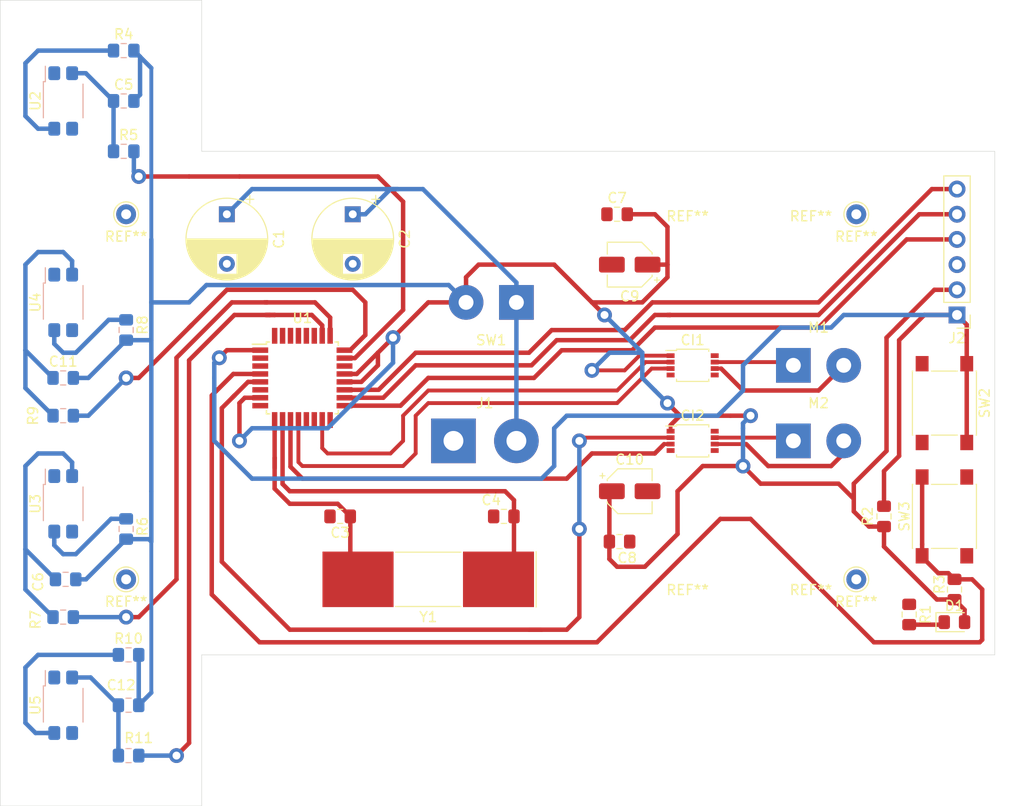
<source format=kicad_pcb>
(kicad_pcb (version 20171130) (host pcbnew "(5.1.2)-2")

  (general
    (thickness 1.6)
    (drawings 23)
    (tracks 369)
    (zones 0)
    (modules 47)
    (nets 42)
  )

  (page A4)
  (layers
    (0 F.Cu signal)
    (31 B.Cu signal)
    (32 B.Adhes user)
    (33 F.Adhes user)
    (34 B.Paste user)
    (35 F.Paste user)
    (36 B.SilkS user)
    (37 F.SilkS user)
    (38 B.Mask user)
    (39 F.Mask user)
    (40 Dwgs.User user)
    (41 Cmts.User user)
    (42 Eco1.User user)
    (43 Eco2.User user)
    (44 Edge.Cuts user)
    (45 Margin user)
    (46 B.CrtYd user)
    (47 F.CrtYd user)
    (48 B.Fab user)
    (49 F.Fab user)
  )

  (setup
    (last_trace_width 0.25)
    (user_trace_width 0.3)
    (user_trace_width 0.39)
    (user_trace_width 0.45)
    (trace_clearance 0.2)
    (zone_clearance 0.3)
    (zone_45_only no)
    (trace_min 0.2)
    (via_size 0.8)
    (via_drill 0.4)
    (via_min_size 0.4)
    (via_min_drill 0.3)
    (user_via 1.5 0.8)
    (uvia_size 0.3)
    (uvia_drill 0.1)
    (uvias_allowed no)
    (uvia_min_size 0.2)
    (uvia_min_drill 0.1)
    (edge_width 0.05)
    (segment_width 0.2)
    (pcb_text_width 0.3)
    (pcb_text_size 1.5 1.5)
    (mod_edge_width 0.12)
    (mod_text_size 1 1)
    (mod_text_width 0.15)
    (pad_size 2.5 2.5)
    (pad_drill 2.5)
    (pad_to_mask_clearance 0.051)
    (solder_mask_min_width 0.25)
    (aux_axis_origin 0 0)
    (visible_elements 7FFFFFFF)
    (pcbplotparams
      (layerselection 0x00000_ffffffff)
      (usegerberextensions false)
      (usegerberattributes false)
      (usegerberadvancedattributes false)
      (creategerberjobfile false)
      (excludeedgelayer true)
      (linewidth 0.100000)
      (plotframeref false)
      (viasonmask false)
      (mode 1)
      (useauxorigin false)
      (hpglpennumber 1)
      (hpglpenspeed 20)
      (hpglpendiameter 15.000000)
      (psnegative false)
      (psa4output false)
      (plotreference true)
      (plotvalue true)
      (plotinvisibletext false)
      (padsonsilk false)
      (subtractmaskfromsilk false)
      (outputformat 4)
      (mirror false)
      (drillshape 2)
      (scaleselection 1)
      (outputdirectory ""))
  )

  (net 0 "")
  (net 1 GND)
  (net 2 "Net-(C1-Pad1)")
  (net 3 "Net-(C3-Pad1)")
  (net 4 "Net-(C4-Pad2)")
  (net 5 +5V)
  (net 6 "Net-(C5-Pad2)")
  (net 7 "Net-(C6-Pad2)")
  (net 8 "Net-(C11-Pad2)")
  (net 9 "Net-(C12-Pad2)")
  (net 10 "Net-(CI1-Pad7)")
  (net 11 "Net-(CI1-Pad6)")
  (net 12 "Net-(CI1-Pad5)")
  (net 13 M1IN2)
  (net 14 M1IN1)
  (net 15 M2IN1)
  (net 16 M2IN2)
  (net 17 "Net-(CI2-Pad5)")
  (net 18 "Net-(CI2-Pad6)")
  (net 19 "Net-(CI2-Pad7)")
  (net 20 "Net-(D1-Pad1)")
  (net 21 RESET)
  (net 22 MOSI)
  (net 23 MISO)
  (net 24 SCK)
  (net 25 StartBtn)
  (net 26 "Net-(R4-Pad2)")
  (net 27 S1)
  (net 28 "Net-(R6-Pad2)")
  (net 29 S2)
  (net 30 "Net-(R8-Pad2)")
  (net 31 S3)
  (net 32 "Net-(R10-Pad2)")
  (net 33 S4)
  (net 34 "Net-(U1-Pad2)")
  (net 35 "Net-(U1-Pad3)")
  (net 36 "Net-(U1-Pad6)")
  (net 37 "Net-(U1-Pad13)")
  (net 38 "Net-(U1-Pad14)")
  (net 39 "Net-(U1-Pad16)")
  (net 40 "Net-(U1-Pad27)")
  (net 41 "Net-(U1-Pad28)")

  (net_class Default "This is the default net class."
    (clearance 0.2)
    (trace_width 0.25)
    (via_dia 0.8)
    (via_drill 0.4)
    (uvia_dia 0.3)
    (uvia_drill 0.1)
    (add_net +5V)
    (add_net GND)
    (add_net M1IN1)
    (add_net M1IN2)
    (add_net M2IN1)
    (add_net M2IN2)
    (add_net MISO)
    (add_net MOSI)
    (add_net "Net-(C1-Pad1)")
    (add_net "Net-(C11-Pad2)")
    (add_net "Net-(C12-Pad2)")
    (add_net "Net-(C3-Pad1)")
    (add_net "Net-(C4-Pad2)")
    (add_net "Net-(C5-Pad2)")
    (add_net "Net-(C6-Pad2)")
    (add_net "Net-(CI1-Pad5)")
    (add_net "Net-(CI1-Pad6)")
    (add_net "Net-(CI1-Pad7)")
    (add_net "Net-(CI2-Pad5)")
    (add_net "Net-(CI2-Pad6)")
    (add_net "Net-(CI2-Pad7)")
    (add_net "Net-(D1-Pad1)")
    (add_net "Net-(R10-Pad2)")
    (add_net "Net-(R4-Pad2)")
    (add_net "Net-(R6-Pad2)")
    (add_net "Net-(R8-Pad2)")
    (add_net "Net-(U1-Pad13)")
    (add_net "Net-(U1-Pad14)")
    (add_net "Net-(U1-Pad16)")
    (add_net "Net-(U1-Pad2)")
    (add_net "Net-(U1-Pad27)")
    (add_net "Net-(U1-Pad28)")
    (add_net "Net-(U1-Pad3)")
    (add_net "Net-(U1-Pad6)")
    (add_net RESET)
    (add_net S1)
    (add_net S2)
    (add_net S3)
    (add_net S4)
    (add_net SCK)
    (add_net StartBtn)
  )

  (module Connector_Pin:Pin_D1.0mm_L10.0mm (layer F.Cu) (tedit 5D3B6865) (tstamp 5D381400)
    (at 129.54 113.03)
    (descr "solder Pin_ diameter 1.0mm, hole diameter 1.0mm (press fit), length 10.0mm")
    (tags "solder Pin_ press fit")
    (fp_text reference REF** (at 0 2.25) (layer F.SilkS)
      (effects (font (size 1 1) (thickness 0.15)))
    )
    (fp_text value Pin_D1.0mm_L10.0mm (at 0 -2.05) (layer F.Fab)
      (effects (font (size 1 1) (thickness 0.15)))
    )
    (fp_text user %R (at 0 2.25) (layer F.Fab)
      (effects (font (size 1 1) (thickness 0.15)))
    )
    (fp_circle (center 0 0) (end 1.5 0) (layer F.CrtYd) (width 0.05))
    (fp_circle (center 0 0) (end 0.5 0) (layer F.Fab) (width 0.12))
    (fp_circle (center 0 0) (end 1 0) (layer F.Fab) (width 0.12))
    (fp_circle (center 0 0) (end 1.25 0.05) (layer F.SilkS) (width 0.12))
    (pad 1 thru_hole circle (at 0 0) (size 2 2) (drill 1) (layers *.Cu *.Mask)
      (clearance 1.5))
    (model ${KISYS3DMOD}/Connector_Pin.3dshapes/Pin_D1.0mm_L10.0mm.wrl
      (at (xyz 0 0 0))
      (scale (xyz 1 1 1))
      (rotate (xyz 0 0 0))
    )
  )

  (module MountingHole:MountingHole_2.5mm (layer F.Cu) (tedit 5D3C6E3A) (tstamp 5D3CBD6C)
    (at 112.522 72.898 180)
    (descr "Mounting Hole 2.5mm, no annular")
    (tags "mounting hole 2.5mm no annular")
    (attr virtual)
    (fp_text reference REF** (at 0 -3.5) (layer F.SilkS)
      (effects (font (size 1 1) (thickness 0.15)))
    )
    (fp_text value MountingHole_2.5mm (at 0 3.5) (layer F.Fab)
      (effects (font (size 1 1) (thickness 0.15)))
    )
    (fp_text user %R (at 0.3 0) (layer F.Fab)
      (effects (font (size 1 1) (thickness 0.15)))
    )
    (fp_circle (center 0 0) (end 2.5 0) (layer Cmts.User) (width 0.15))
    (fp_circle (center 0 0) (end 2.75 0) (layer F.CrtYd) (width 0.05))
    (pad "" np_thru_hole circle (at 0 0 180) (size 2.5 2.5) (drill 2.5) (layers *.Cu *.Mask)
      (clearance 1.5))
  )

  (module MountingHole:MountingHole_2.5mm (layer F.Cu) (tedit 5D3C6E3E) (tstamp 5D3CBD65)
    (at 124.968 72.898 180)
    (descr "Mounting Hole 2.5mm, no annular")
    (tags "mounting hole 2.5mm no annular")
    (attr virtual)
    (fp_text reference REF** (at 0 -3.5) (layer F.SilkS)
      (effects (font (size 1 1) (thickness 0.15)))
    )
    (fp_text value MountingHole_2.5mm (at 0 3.5) (layer F.Fab)
      (effects (font (size 1 1) (thickness 0.15)))
    )
    (fp_circle (center 0 0) (end 2.75 0) (layer F.CrtYd) (width 0.05))
    (fp_circle (center 0 0) (end 2.5 0) (layer Cmts.User) (width 0.15))
    (fp_text user %R (at 0.3 0) (layer F.Fab)
      (effects (font (size 1 1) (thickness 0.15)))
    )
    (pad "" np_thru_hole circle (at 0 0 180) (size 2.5 2.5) (drill 2.5) (layers *.Cu *.Mask)
      (clearance 1.5))
  )

  (module MountingHole:MountingHole_2.5mm (layer F.Cu) (tedit 5D3C6E21) (tstamp 5D3CBD34)
    (at 112.522 117.602)
    (descr "Mounting Hole 2.5mm, no annular")
    (tags "mounting hole 2.5mm no annular")
    (attr virtual)
    (fp_text reference REF** (at 0 -3.5) (layer F.SilkS)
      (effects (font (size 1 1) (thickness 0.15)))
    )
    (fp_text value MountingHole_2.5mm (at 0 3.5) (layer F.Fab)
      (effects (font (size 1 1) (thickness 0.15)))
    )
    (fp_text user %R (at 0.3 0) (layer F.Fab)
      (effects (font (size 1 1) (thickness 0.15)))
    )
    (fp_circle (center 0 0) (end 2.5 0) (layer Cmts.User) (width 0.15))
    (fp_circle (center 0 0) (end 2.75 0) (layer F.CrtYd) (width 0.05))
    (pad "" np_thru_hole circle (at 0 0) (size 2.5 2.5) (drill 2.5) (layers *.Cu *.Mask)
      (clearance 1.5))
  )

  (module MountingHole:MountingHole_2.5mm (layer F.Cu) (tedit 5D3C6E14) (tstamp 5D3CBD2B)
    (at 124.968 117.602)
    (descr "Mounting Hole 2.5mm, no annular")
    (tags "mounting hole 2.5mm no annular")
    (attr virtual)
    (fp_text reference REF** (at 0 -3.5) (layer F.SilkS)
      (effects (font (size 1 1) (thickness 0.15)))
    )
    (fp_text value MountingHole_2.5mm (at 0 3.5) (layer F.Fab)
      (effects (font (size 1 1) (thickness 0.15)))
    )
    (fp_circle (center 0 0) (end 2.75 0) (layer F.CrtYd) (width 0.05))
    (fp_circle (center 0 0) (end 2.5 0) (layer Cmts.User) (width 0.15))
    (fp_text user %R (at 0.3 0) (layer F.Fab)
      (effects (font (size 1 1) (thickness 0.15)))
    )
    (pad "" np_thru_hole circle (at 0 0) (size 2.5 2.5) (drill 2.5) (layers *.Cu *.Mask)
      (clearance 1.5))
  )

  (module Connector_Pin:Pin_D1.0mm_L10.0mm (layer F.Cu) (tedit 5D3B6865) (tstamp 5D3B6F8F)
    (at 55.88 113.03)
    (descr "solder Pin_ diameter 1.0mm, hole diameter 1.0mm (press fit), length 10.0mm")
    (tags "solder Pin_ press fit")
    (fp_text reference REF** (at 0 2.25) (layer F.SilkS)
      (effects (font (size 1 1) (thickness 0.15)))
    )
    (fp_text value Pin_D1.0mm_L10.0mm (at 0 -2.286 180) (layer F.Fab)
      (effects (font (size 1 1) (thickness 0.15)))
    )
    (fp_text user %R (at 0 2.25) (layer F.Fab)
      (effects (font (size 1 1) (thickness 0.15)))
    )
    (fp_circle (center 0 0) (end 1.5 0) (layer F.CrtYd) (width 0.05))
    (fp_circle (center 0 0) (end 0.5 0) (layer F.Fab) (width 0.12))
    (fp_circle (center 0 0) (end 1 0) (layer F.Fab) (width 0.12))
    (fp_circle (center 0 0) (end 1.25 0.05) (layer F.SilkS) (width 0.12))
    (pad 1 thru_hole circle (at 0 0) (size 2 2) (drill 1) (layers *.Cu *.Mask)
      (clearance 1.5))
    (model ${KISYS3DMOD}/Connector_Pin.3dshapes/Pin_D1.0mm_L10.0mm.wrl
      (at (xyz 0 0 0))
      (scale (xyz 1 1 1))
      (rotate (xyz 0 0 0))
    )
  )

  (module Connector_Pin:Pin_D1.0mm_L10.0mm (layer F.Cu) (tedit 5D3B6865) (tstamp 5D3B7000)
    (at 55.88 76.2)
    (descr "solder Pin_ diameter 1.0mm, hole diameter 1.0mm (press fit), length 10.0mm")
    (tags "solder Pin_ press fit")
    (fp_text reference REF** (at 0 2.25) (layer F.SilkS)
      (effects (font (size 1 1) (thickness 0.15)))
    )
    (fp_text value Pin_D1.0mm_L10.0mm (at 0 -2.05) (layer F.Fab)
      (effects (font (size 1 1) (thickness 0.15)))
    )
    (fp_text user %R (at 0 2.25) (layer F.Fab)
      (effects (font (size 1 1) (thickness 0.15)))
    )
    (fp_circle (center 0 0) (end 1.5 0) (layer F.CrtYd) (width 0.05))
    (fp_circle (center 0 0) (end 0.5 0) (layer F.Fab) (width 0.12))
    (fp_circle (center 0 0) (end 1 0) (layer F.Fab) (width 0.12))
    (fp_circle (center 0 0) (end 1.25 0.05) (layer F.SilkS) (width 0.12))
    (pad 1 thru_hole circle (at 0 0) (size 2 2) (drill 1) (layers *.Cu *.Mask)
      (clearance 1.5))
    (model ${KISYS3DMOD}/Connector_Pin.3dshapes/Pin_D1.0mm_L10.0mm.wrl
      (at (xyz 0 0 0))
      (scale (xyz 1 1 1))
      (rotate (xyz 0 0 0))
    )
  )

  (module Connector_Pin:Pin_D1.0mm_L10.0mm (layer F.Cu) (tedit 5D3B6865) (tstamp 5D3B6FC5)
    (at 129.54 76.2)
    (descr "solder Pin_ diameter 1.0mm, hole diameter 1.0mm (press fit), length 10.0mm")
    (tags "solder Pin_ press fit")
    (fp_text reference REF** (at 0 2.25) (layer F.SilkS)
      (effects (font (size 1 1) (thickness 0.15)))
    )
    (fp_text value Pin_D1.0mm_L10.0mm (at 0 -2.05) (layer F.Fab)
      (effects (font (size 1 1) (thickness 0.15)))
    )
    (fp_circle (center 0 0) (end 1.25 0.05) (layer F.SilkS) (width 0.12))
    (fp_circle (center 0 0) (end 1 0) (layer F.Fab) (width 0.12))
    (fp_circle (center 0 0) (end 0.5 0) (layer F.Fab) (width 0.12))
    (fp_circle (center 0 0) (end 1.5 0) (layer F.CrtYd) (width 0.05))
    (fp_text user %R (at 0 2.25) (layer F.Fab)
      (effects (font (size 1 1) (thickness 0.15)))
    )
    (pad 1 thru_hole circle (at 0 0) (size 2 2) (drill 1) (layers *.Cu *.Mask)
      (clearance 1.5))
    (model ${KISYS3DMOD}/Connector_Pin.3dshapes/Pin_D1.0mm_L10.0mm.wrl
      (at (xyz 0 0 0))
      (scale (xyz 1 1 1))
      (rotate (xyz 0 0 0))
    )
  )

  (module OptoDevice:Everlight_ITR8307 (layer B.Cu) (tedit 5D3B67E7) (tstamp 5D35DCDF)
    (at 49.53 64.77)
    (descr "package for Everlight ITR8307 with PCB cutout, light-direction upwards, see http://www.everlight.com/file/ProductFile/ITR8307.pdf")
    (tags "refective opto couple photo coupler")
    (path /5D3848AB)
    (attr smd)
    (fp_text reference U2 (at -2.8 0 90) (layer F.SilkS)
      (effects (font (size 1 1) (thickness 0.15)))
    )
    (fp_text value ITR8307 (at -0.254 -6.096) (layer F.Fab)
      (effects (font (size 1 1) (thickness 0.15)))
    )
    (fp_line (start 2.1 -3.75) (end -2.1 -3.75) (layer B.CrtYd) (width 0.05))
    (fp_line (start 2.1 -3.75) (end 2.1 3.75) (layer B.CrtYd) (width 0.05))
    (fp_line (start -2.1 3.75) (end -2.1 -3.75) (layer B.CrtYd) (width 0.05))
    (fp_line (start -2.1 3.75) (end 2.1 3.75) (layer B.CrtYd) (width 0.05))
    (fp_line (start 1.6 1.3) (end 1.6 -1.3) (layer B.Fab) (width 0.1))
    (fp_line (start 1.6 -1.3) (end -1.6 -1.3) (layer B.Fab) (width 0.1))
    (fp_line (start -1.6 -1.3) (end -1.6 0.8) (layer B.Fab) (width 0.1))
    (fp_line (start -1.1 1.3) (end 1.6 1.3) (layer B.Fab) (width 0.1))
    (fp_line (start -1.6 0.8) (end -1.1 1.3) (layer B.Fab) (width 0.1))
    (fp_line (start 0.5 -1.3) (end 0.5 -3.4) (layer B.Fab) (width 0.1))
    (fp_line (start 0.5 -3.4) (end 1.3 -3.4) (layer B.Fab) (width 0.1))
    (fp_line (start 1.3 -3.4) (end 1.3 -1.3) (layer B.Fab) (width 0.1))
    (fp_line (start -0.5 -1.3) (end -0.5 -3.4) (layer B.Fab) (width 0.1))
    (fp_line (start -0.5 -3.4) (end -1.3 -3.4) (layer B.Fab) (width 0.1))
    (fp_line (start -1.3 -3.4) (end -1.3 -1.3) (layer B.Fab) (width 0.1))
    (fp_line (start -1.3 3.3) (end -1.3 1.1) (layer B.Fab) (width 0.1))
    (fp_line (start -1.3 3.3) (end -0.5 3.3) (layer B.Fab) (width 0.1))
    (fp_line (start -0.5 3.3) (end -0.5 1.3) (layer B.Fab) (width 0.1))
    (fp_line (start 0.5 1.3) (end 0.5 3.3) (layer B.Fab) (width 0.1))
    (fp_line (start 0.5 3.3) (end 1.3 3.3) (layer B.Fab) (width 0.1))
    (fp_line (start 1.3 3.3) (end 1.3 1.3) (layer B.Fab) (width 0.1))
    (fp_line (start -2 -1.95) (end -2 1.7) (layer B.SilkS) (width 0.12))
    (fp_line (start -2 -1.95) (end -1.8 -1.95) (layer B.SilkS) (width 0.12))
    (fp_line (start -1.8 -3.5) (end -1.8 -1.95) (layer B.SilkS) (width 0.12))
    (fp_line (start 2 -1.7) (end 2 1.7) (layer B.SilkS) (width 0.12))
    (fp_text user %R (at 0 -0.2) (layer F.Fab)
      (effects (font (size 0.75 0.75) (thickness 0.15)))
    )
    (pad 4 smd roundrect (at 0.9 2.8) (size 1.2 1.4) (layers B.Cu B.Paste B.Mask) (roundrect_rratio 0.2)
      (net 1 GND))
    (pad 2 smd roundrect (at -0.9 2.8) (size 1.2 1.4) (layers B.Cu B.Paste B.Mask) (roundrect_rratio 0.2)
      (net 26 "Net-(R4-Pad2)"))
    (pad 1 smd roundrect (at -0.9 -2.8) (size 1.2 1.4) (layers B.Cu B.Paste B.Mask) (roundrect_rratio 0.2)
      (net 1 GND))
    (pad 3 smd roundrect (at 0.9 -2.8) (size 1.2 1.4) (layers B.Cu B.Paste B.Mask) (roundrect_rratio 0.2)
      (net 6 "Net-(C5-Pad2)"))
    (model ${KISYS3DMOD}/OptoDevice.3dshapes/Everlight_ITR8307.wrl
      (at (xyz 0 0 0))
      (scale (xyz 1 1 1))
      (rotate (xyz 0 0 0))
    )
  )

  (module OptoDevice:Everlight_ITR8307 (layer B.Cu) (tedit 5D3B67D7) (tstamp 5D35DD51)
    (at 49.53 125.73)
    (descr "package for Everlight ITR8307 with PCB cutout, light-direction upwards, see http://www.everlight.com/file/ProductFile/ITR8307.pdf")
    (tags "refective opto couple photo coupler")
    (path /5D38A379)
    (attr smd)
    (fp_text reference U5 (at -2.8 0 90) (layer F.SilkS)
      (effects (font (size 1 1) (thickness 0.15)))
    )
    (fp_text value ITR8307 (at -0.254 4.826) (layer F.Fab)
      (effects (font (size 1 1) (thickness 0.15)))
    )
    (fp_line (start 2.1 -3.75) (end -2.1 -3.75) (layer B.CrtYd) (width 0.05))
    (fp_line (start 2.1 -3.75) (end 2.1 3.75) (layer B.CrtYd) (width 0.05))
    (fp_line (start -2.1 3.75) (end -2.1 -3.75) (layer B.CrtYd) (width 0.05))
    (fp_line (start -2.1 3.75) (end 2.1 3.75) (layer B.CrtYd) (width 0.05))
    (fp_line (start 1.6 1.3) (end 1.6 -1.3) (layer B.Fab) (width 0.1))
    (fp_line (start 1.6 -1.3) (end -1.6 -1.3) (layer B.Fab) (width 0.1))
    (fp_line (start -1.6 -1.3) (end -1.6 0.8) (layer B.Fab) (width 0.1))
    (fp_line (start -1.1 1.3) (end 1.6 1.3) (layer B.Fab) (width 0.1))
    (fp_line (start -1.6 0.8) (end -1.1 1.3) (layer B.Fab) (width 0.1))
    (fp_line (start 0.5 -1.3) (end 0.5 -3.4) (layer B.Fab) (width 0.1))
    (fp_line (start 0.5 -3.4) (end 1.3 -3.4) (layer B.Fab) (width 0.1))
    (fp_line (start 1.3 -3.4) (end 1.3 -1.3) (layer B.Fab) (width 0.1))
    (fp_line (start -0.5 -1.3) (end -0.5 -3.4) (layer B.Fab) (width 0.1))
    (fp_line (start -0.5 -3.4) (end -1.3 -3.4) (layer B.Fab) (width 0.1))
    (fp_line (start -1.3 -3.4) (end -1.3 -1.3) (layer B.Fab) (width 0.1))
    (fp_line (start -1.3 3.3) (end -1.3 1.1) (layer B.Fab) (width 0.1))
    (fp_line (start -1.3 3.3) (end -0.5 3.3) (layer B.Fab) (width 0.1))
    (fp_line (start -0.5 3.3) (end -0.5 1.3) (layer B.Fab) (width 0.1))
    (fp_line (start 0.5 1.3) (end 0.5 3.3) (layer B.Fab) (width 0.1))
    (fp_line (start 0.5 3.3) (end 1.3 3.3) (layer B.Fab) (width 0.1))
    (fp_line (start 1.3 3.3) (end 1.3 1.3) (layer B.Fab) (width 0.1))
    (fp_line (start -2 -1.95) (end -2 1.7) (layer B.SilkS) (width 0.12))
    (fp_line (start -2 -1.95) (end -1.8 -1.95) (layer B.SilkS) (width 0.12))
    (fp_line (start -1.8 -3.5) (end -1.8 -1.95) (layer B.SilkS) (width 0.12))
    (fp_line (start 2 -1.7) (end 2 1.7) (layer B.SilkS) (width 0.12))
    (fp_text user %R (at 0 -0.2) (layer F.Fab)
      (effects (font (size 0.75 0.75) (thickness 0.15)))
    )
    (pad 4 smd roundrect (at 0.9 2.8) (size 1.2 1.4) (layers B.Cu B.Paste B.Mask) (roundrect_rratio 0.2)
      (net 1 GND))
    (pad 2 smd roundrect (at -0.9 2.8) (size 1.2 1.4) (layers B.Cu B.Paste B.Mask) (roundrect_rratio 0.2)
      (net 32 "Net-(R10-Pad2)"))
    (pad 1 smd roundrect (at -0.9 -2.8) (size 1.2 1.4) (layers B.Cu B.Paste B.Mask) (roundrect_rratio 0.2)
      (net 1 GND))
    (pad 3 smd roundrect (at 0.9 -2.8) (size 1.2 1.4) (layers B.Cu B.Paste B.Mask) (roundrect_rratio 0.2)
      (net 9 "Net-(C12-Pad2)"))
    (model ${KISYS3DMOD}/OptoDevice.3dshapes/Everlight_ITR8307.wrl
      (at (xyz 0 0 0))
      (scale (xyz 1 1 1))
      (rotate (xyz 0 0 0))
    )
  )

  (module OptoDevice:Everlight_ITR8307 (layer B.Cu) (tedit 5D3B67C5) (tstamp 5D35DD05)
    (at 49.53 105.41)
    (descr "package for Everlight ITR8307 with PCB cutout, light-direction upwards, see http://www.everlight.com/file/ProductFile/ITR8307.pdf")
    (tags "refective opto couple photo coupler")
    (path /5D3895BE)
    (attr smd)
    (fp_text reference U3 (at -2.8 0 90) (layer F.SilkS)
      (effects (font (size 1 1) (thickness 0.15)))
    )
    (fp_text value ITR8307 (at 3.048 0 270) (layer F.Fab)
      (effects (font (size 1 1) (thickness 0.15)))
    )
    (fp_line (start 2.1 -3.75) (end -2.1 -3.75) (layer B.CrtYd) (width 0.05))
    (fp_line (start 2.1 -3.75) (end 2.1 3.75) (layer B.CrtYd) (width 0.05))
    (fp_line (start -2.1 3.75) (end -2.1 -3.75) (layer B.CrtYd) (width 0.05))
    (fp_line (start -2.1 3.75) (end 2.1 3.75) (layer B.CrtYd) (width 0.05))
    (fp_line (start 1.6 1.3) (end 1.6 -1.3) (layer B.Fab) (width 0.1))
    (fp_line (start 1.6 -1.3) (end -1.6 -1.3) (layer B.Fab) (width 0.1))
    (fp_line (start -1.6 -1.3) (end -1.6 0.8) (layer B.Fab) (width 0.1))
    (fp_line (start -1.1 1.3) (end 1.6 1.3) (layer B.Fab) (width 0.1))
    (fp_line (start -1.6 0.8) (end -1.1 1.3) (layer B.Fab) (width 0.1))
    (fp_line (start 0.5 -1.3) (end 0.5 -3.4) (layer B.Fab) (width 0.1))
    (fp_line (start 0.5 -3.4) (end 1.3 -3.4) (layer B.Fab) (width 0.1))
    (fp_line (start 1.3 -3.4) (end 1.3 -1.3) (layer B.Fab) (width 0.1))
    (fp_line (start -0.5 -1.3) (end -0.5 -3.4) (layer B.Fab) (width 0.1))
    (fp_line (start -0.5 -3.4) (end -1.3 -3.4) (layer B.Fab) (width 0.1))
    (fp_line (start -1.3 -3.4) (end -1.3 -1.3) (layer B.Fab) (width 0.1))
    (fp_line (start -1.3 3.3) (end -1.3 1.1) (layer B.Fab) (width 0.1))
    (fp_line (start -1.3 3.3) (end -0.5 3.3) (layer B.Fab) (width 0.1))
    (fp_line (start -0.5 3.3) (end -0.5 1.3) (layer B.Fab) (width 0.1))
    (fp_line (start 0.5 1.3) (end 0.5 3.3) (layer B.Fab) (width 0.1))
    (fp_line (start 0.5 3.3) (end 1.3 3.3) (layer B.Fab) (width 0.1))
    (fp_line (start 1.3 3.3) (end 1.3 1.3) (layer B.Fab) (width 0.1))
    (fp_line (start -2 -1.95) (end -2 1.7) (layer B.SilkS) (width 0.12))
    (fp_line (start -2 -1.95) (end -1.8 -1.95) (layer B.SilkS) (width 0.12))
    (fp_line (start -1.8 -3.5) (end -1.8 -1.95) (layer B.SilkS) (width 0.12))
    (fp_line (start 2 -1.7) (end 2 1.7) (layer B.SilkS) (width 0.12))
    (fp_text user %R (at 0 0) (layer F.Fab)
      (effects (font (size 0.75 0.75) (thickness 0.15)))
    )
    (pad 4 smd roundrect (at 0.9 2.8) (size 1.2 1.4) (layers B.Cu B.Paste B.Mask) (roundrect_rratio 0.2)
      (net 1 GND))
    (pad 2 smd roundrect (at -0.9 2.8) (size 1.2 1.4) (layers B.Cu B.Paste B.Mask) (roundrect_rratio 0.2)
      (net 28 "Net-(R6-Pad2)"))
    (pad 1 smd roundrect (at -0.9 -2.8) (size 1.2 1.4) (layers B.Cu B.Paste B.Mask) (roundrect_rratio 0.2)
      (net 1 GND))
    (pad 3 smd roundrect (at 0.9 -2.8) (size 1.2 1.4) (layers B.Cu B.Paste B.Mask) (roundrect_rratio 0.2)
      (net 7 "Net-(C6-Pad2)"))
    (model ${KISYS3DMOD}/OptoDevice.3dshapes/Everlight_ITR8307.wrl
      (at (xyz 0 0 0))
      (scale (xyz 1 1 1))
      (rotate (xyz 0 0 0))
    )
  )

  (module OptoDevice:Everlight_ITR8307 (layer B.Cu) (tedit 5D3B67AF) (tstamp 5D35DD2B)
    (at 49.53 85.09)
    (descr "package for Everlight ITR8307 with PCB cutout, light-direction upwards, see http://www.everlight.com/file/ProductFile/ITR8307.pdf")
    (tags "refective opto couple photo coupler")
    (path /5D389C45)
    (attr smd)
    (fp_text reference U4 (at -2.8 0 90) (layer F.SilkS)
      (effects (font (size 1 1) (thickness 0.15)))
    )
    (fp_text value ITR8307 (at 3.302 -1.016 90) (layer F.Fab)
      (effects (font (size 1 1) (thickness 0.15)))
    )
    (fp_line (start 2.1 -3.75) (end -2.1 -3.75) (layer B.CrtYd) (width 0.05))
    (fp_line (start 2.1 -3.75) (end 2.1 3.75) (layer B.CrtYd) (width 0.05))
    (fp_line (start -2.1 3.75) (end -2.1 -3.75) (layer B.CrtYd) (width 0.05))
    (fp_line (start -2.1 3.75) (end 2.1 3.75) (layer B.CrtYd) (width 0.05))
    (fp_line (start 1.6 1.3) (end 1.6 -1.3) (layer B.Fab) (width 0.1))
    (fp_line (start 1.6 -1.3) (end -1.6 -1.3) (layer B.Fab) (width 0.1))
    (fp_line (start -1.6 -1.3) (end -1.6 0.8) (layer B.Fab) (width 0.1))
    (fp_line (start -1.1 1.3) (end 1.6 1.3) (layer B.Fab) (width 0.1))
    (fp_line (start -1.6 0.8) (end -1.1 1.3) (layer B.Fab) (width 0.1))
    (fp_line (start 0.5 -1.3) (end 0.5 -3.4) (layer B.Fab) (width 0.1))
    (fp_line (start 0.5 -3.4) (end 1.3 -3.4) (layer B.Fab) (width 0.1))
    (fp_line (start 1.3 -3.4) (end 1.3 -1.3) (layer B.Fab) (width 0.1))
    (fp_line (start -0.5 -1.3) (end -0.5 -3.4) (layer B.Fab) (width 0.1))
    (fp_line (start -0.5 -3.4) (end -1.3 -3.4) (layer B.Fab) (width 0.1))
    (fp_line (start -1.3 -3.4) (end -1.3 -1.3) (layer B.Fab) (width 0.1))
    (fp_line (start -1.3 3.3) (end -1.3 1.1) (layer B.Fab) (width 0.1))
    (fp_line (start -1.3 3.3) (end -0.5 3.3) (layer B.Fab) (width 0.1))
    (fp_line (start -0.5 3.3) (end -0.5 1.3) (layer B.Fab) (width 0.1))
    (fp_line (start 0.5 1.3) (end 0.5 3.3) (layer B.Fab) (width 0.1))
    (fp_line (start 0.5 3.3) (end 1.3 3.3) (layer B.Fab) (width 0.1))
    (fp_line (start 1.3 3.3) (end 1.3 1.3) (layer B.Fab) (width 0.1))
    (fp_line (start -2 -1.95) (end -2 1.7) (layer B.SilkS) (width 0.12))
    (fp_line (start -2 -1.95) (end -1.8 -1.95) (layer B.SilkS) (width 0.12))
    (fp_line (start -1.8 -3.5) (end -1.8 -1.95) (layer B.SilkS) (width 0.12))
    (fp_line (start 2 -1.7) (end 2 1.7) (layer B.SilkS) (width 0.12))
    (fp_text user %R (at 0 -0.2) (layer F.Fab)
      (effects (font (size 0.75 0.75) (thickness 0.15)))
    )
    (pad 4 smd roundrect (at 0.9 2.8) (size 1.2 1.4) (layers B.Cu B.Paste B.Mask) (roundrect_rratio 0.2)
      (net 1 GND))
    (pad 2 smd roundrect (at -0.9 2.8) (size 1.2 1.4) (layers B.Cu B.Paste B.Mask) (roundrect_rratio 0.2)
      (net 30 "Net-(R8-Pad2)"))
    (pad 1 smd roundrect (at -0.9 -2.8) (size 1.2 1.4) (layers B.Cu B.Paste B.Mask) (roundrect_rratio 0.2)
      (net 1 GND))
    (pad 3 smd roundrect (at 0.9 -2.8) (size 1.2 1.4) (layers B.Cu B.Paste B.Mask) (roundrect_rratio 0.2)
      (net 8 "Net-(C11-Pad2)"))
    (model ${KISYS3DMOD}/OptoDevice.3dshapes/Everlight_ITR8307.wrl
      (at (xyz 0 0 0))
      (scale (xyz 1 1 1))
      (rotate (xyz 0 0 0))
    )
  )

  (module Capacitor_THT:CP_Radial_D8.0mm_P5.00mm (layer F.Cu) (tedit 5AE50EF0) (tstamp 5D35D97F)
    (at 66.04 76.2 270)
    (descr "CP, Radial series, Radial, pin pitch=5.00mm, , diameter=8mm, Electrolytic Capacitor")
    (tags "CP Radial series Radial pin pitch 5.00mm  diameter 8mm Electrolytic Capacitor")
    (path /5D360928)
    (fp_text reference C1 (at 2.5 -5.25 90) (layer F.SilkS)
      (effects (font (size 1 1) (thickness 0.15)))
    )
    (fp_text value 3F (at 2.5 5.25 90) (layer F.Fab)
      (effects (font (size 1 1) (thickness 0.15)))
    )
    (fp_text user %R (at 2.5 0 90) (layer F.Fab)
      (effects (font (size 1 1) (thickness 0.15)))
    )
    (fp_line (start -1.509698 -2.715) (end -1.509698 -1.915) (layer F.SilkS) (width 0.12))
    (fp_line (start -1.909698 -2.315) (end -1.109698 -2.315) (layer F.SilkS) (width 0.12))
    (fp_line (start 6.581 -0.533) (end 6.581 0.533) (layer F.SilkS) (width 0.12))
    (fp_line (start 6.541 -0.768) (end 6.541 0.768) (layer F.SilkS) (width 0.12))
    (fp_line (start 6.501 -0.948) (end 6.501 0.948) (layer F.SilkS) (width 0.12))
    (fp_line (start 6.461 -1.098) (end 6.461 1.098) (layer F.SilkS) (width 0.12))
    (fp_line (start 6.421 -1.229) (end 6.421 1.229) (layer F.SilkS) (width 0.12))
    (fp_line (start 6.381 -1.346) (end 6.381 1.346) (layer F.SilkS) (width 0.12))
    (fp_line (start 6.341 -1.453) (end 6.341 1.453) (layer F.SilkS) (width 0.12))
    (fp_line (start 6.301 -1.552) (end 6.301 1.552) (layer F.SilkS) (width 0.12))
    (fp_line (start 6.261 -1.645) (end 6.261 1.645) (layer F.SilkS) (width 0.12))
    (fp_line (start 6.221 -1.731) (end 6.221 1.731) (layer F.SilkS) (width 0.12))
    (fp_line (start 6.181 -1.813) (end 6.181 1.813) (layer F.SilkS) (width 0.12))
    (fp_line (start 6.141 -1.89) (end 6.141 1.89) (layer F.SilkS) (width 0.12))
    (fp_line (start 6.101 -1.964) (end 6.101 1.964) (layer F.SilkS) (width 0.12))
    (fp_line (start 6.061 -2.034) (end 6.061 2.034) (layer F.SilkS) (width 0.12))
    (fp_line (start 6.021 1.04) (end 6.021 2.102) (layer F.SilkS) (width 0.12))
    (fp_line (start 6.021 -2.102) (end 6.021 -1.04) (layer F.SilkS) (width 0.12))
    (fp_line (start 5.981 1.04) (end 5.981 2.166) (layer F.SilkS) (width 0.12))
    (fp_line (start 5.981 -2.166) (end 5.981 -1.04) (layer F.SilkS) (width 0.12))
    (fp_line (start 5.941 1.04) (end 5.941 2.228) (layer F.SilkS) (width 0.12))
    (fp_line (start 5.941 -2.228) (end 5.941 -1.04) (layer F.SilkS) (width 0.12))
    (fp_line (start 5.901 1.04) (end 5.901 2.287) (layer F.SilkS) (width 0.12))
    (fp_line (start 5.901 -2.287) (end 5.901 -1.04) (layer F.SilkS) (width 0.12))
    (fp_line (start 5.861 1.04) (end 5.861 2.345) (layer F.SilkS) (width 0.12))
    (fp_line (start 5.861 -2.345) (end 5.861 -1.04) (layer F.SilkS) (width 0.12))
    (fp_line (start 5.821 1.04) (end 5.821 2.4) (layer F.SilkS) (width 0.12))
    (fp_line (start 5.821 -2.4) (end 5.821 -1.04) (layer F.SilkS) (width 0.12))
    (fp_line (start 5.781 1.04) (end 5.781 2.454) (layer F.SilkS) (width 0.12))
    (fp_line (start 5.781 -2.454) (end 5.781 -1.04) (layer F.SilkS) (width 0.12))
    (fp_line (start 5.741 1.04) (end 5.741 2.505) (layer F.SilkS) (width 0.12))
    (fp_line (start 5.741 -2.505) (end 5.741 -1.04) (layer F.SilkS) (width 0.12))
    (fp_line (start 5.701 1.04) (end 5.701 2.556) (layer F.SilkS) (width 0.12))
    (fp_line (start 5.701 -2.556) (end 5.701 -1.04) (layer F.SilkS) (width 0.12))
    (fp_line (start 5.661 1.04) (end 5.661 2.604) (layer F.SilkS) (width 0.12))
    (fp_line (start 5.661 -2.604) (end 5.661 -1.04) (layer F.SilkS) (width 0.12))
    (fp_line (start 5.621 1.04) (end 5.621 2.651) (layer F.SilkS) (width 0.12))
    (fp_line (start 5.621 -2.651) (end 5.621 -1.04) (layer F.SilkS) (width 0.12))
    (fp_line (start 5.581 1.04) (end 5.581 2.697) (layer F.SilkS) (width 0.12))
    (fp_line (start 5.581 -2.697) (end 5.581 -1.04) (layer F.SilkS) (width 0.12))
    (fp_line (start 5.541 1.04) (end 5.541 2.741) (layer F.SilkS) (width 0.12))
    (fp_line (start 5.541 -2.741) (end 5.541 -1.04) (layer F.SilkS) (width 0.12))
    (fp_line (start 5.501 1.04) (end 5.501 2.784) (layer F.SilkS) (width 0.12))
    (fp_line (start 5.501 -2.784) (end 5.501 -1.04) (layer F.SilkS) (width 0.12))
    (fp_line (start 5.461 1.04) (end 5.461 2.826) (layer F.SilkS) (width 0.12))
    (fp_line (start 5.461 -2.826) (end 5.461 -1.04) (layer F.SilkS) (width 0.12))
    (fp_line (start 5.421 1.04) (end 5.421 2.867) (layer F.SilkS) (width 0.12))
    (fp_line (start 5.421 -2.867) (end 5.421 -1.04) (layer F.SilkS) (width 0.12))
    (fp_line (start 5.381 1.04) (end 5.381 2.907) (layer F.SilkS) (width 0.12))
    (fp_line (start 5.381 -2.907) (end 5.381 -1.04) (layer F.SilkS) (width 0.12))
    (fp_line (start 5.341 1.04) (end 5.341 2.945) (layer F.SilkS) (width 0.12))
    (fp_line (start 5.341 -2.945) (end 5.341 -1.04) (layer F.SilkS) (width 0.12))
    (fp_line (start 5.301 1.04) (end 5.301 2.983) (layer F.SilkS) (width 0.12))
    (fp_line (start 5.301 -2.983) (end 5.301 -1.04) (layer F.SilkS) (width 0.12))
    (fp_line (start 5.261 1.04) (end 5.261 3.019) (layer F.SilkS) (width 0.12))
    (fp_line (start 5.261 -3.019) (end 5.261 -1.04) (layer F.SilkS) (width 0.12))
    (fp_line (start 5.221 1.04) (end 5.221 3.055) (layer F.SilkS) (width 0.12))
    (fp_line (start 5.221 -3.055) (end 5.221 -1.04) (layer F.SilkS) (width 0.12))
    (fp_line (start 5.181 1.04) (end 5.181 3.09) (layer F.SilkS) (width 0.12))
    (fp_line (start 5.181 -3.09) (end 5.181 -1.04) (layer F.SilkS) (width 0.12))
    (fp_line (start 5.141 1.04) (end 5.141 3.124) (layer F.SilkS) (width 0.12))
    (fp_line (start 5.141 -3.124) (end 5.141 -1.04) (layer F.SilkS) (width 0.12))
    (fp_line (start 5.101 1.04) (end 5.101 3.156) (layer F.SilkS) (width 0.12))
    (fp_line (start 5.101 -3.156) (end 5.101 -1.04) (layer F.SilkS) (width 0.12))
    (fp_line (start 5.061 1.04) (end 5.061 3.189) (layer F.SilkS) (width 0.12))
    (fp_line (start 5.061 -3.189) (end 5.061 -1.04) (layer F.SilkS) (width 0.12))
    (fp_line (start 5.021 1.04) (end 5.021 3.22) (layer F.SilkS) (width 0.12))
    (fp_line (start 5.021 -3.22) (end 5.021 -1.04) (layer F.SilkS) (width 0.12))
    (fp_line (start 4.981 1.04) (end 4.981 3.25) (layer F.SilkS) (width 0.12))
    (fp_line (start 4.981 -3.25) (end 4.981 -1.04) (layer F.SilkS) (width 0.12))
    (fp_line (start 4.941 1.04) (end 4.941 3.28) (layer F.SilkS) (width 0.12))
    (fp_line (start 4.941 -3.28) (end 4.941 -1.04) (layer F.SilkS) (width 0.12))
    (fp_line (start 4.901 1.04) (end 4.901 3.309) (layer F.SilkS) (width 0.12))
    (fp_line (start 4.901 -3.309) (end 4.901 -1.04) (layer F.SilkS) (width 0.12))
    (fp_line (start 4.861 1.04) (end 4.861 3.338) (layer F.SilkS) (width 0.12))
    (fp_line (start 4.861 -3.338) (end 4.861 -1.04) (layer F.SilkS) (width 0.12))
    (fp_line (start 4.821 1.04) (end 4.821 3.365) (layer F.SilkS) (width 0.12))
    (fp_line (start 4.821 -3.365) (end 4.821 -1.04) (layer F.SilkS) (width 0.12))
    (fp_line (start 4.781 1.04) (end 4.781 3.392) (layer F.SilkS) (width 0.12))
    (fp_line (start 4.781 -3.392) (end 4.781 -1.04) (layer F.SilkS) (width 0.12))
    (fp_line (start 4.741 1.04) (end 4.741 3.418) (layer F.SilkS) (width 0.12))
    (fp_line (start 4.741 -3.418) (end 4.741 -1.04) (layer F.SilkS) (width 0.12))
    (fp_line (start 4.701 1.04) (end 4.701 3.444) (layer F.SilkS) (width 0.12))
    (fp_line (start 4.701 -3.444) (end 4.701 -1.04) (layer F.SilkS) (width 0.12))
    (fp_line (start 4.661 1.04) (end 4.661 3.469) (layer F.SilkS) (width 0.12))
    (fp_line (start 4.661 -3.469) (end 4.661 -1.04) (layer F.SilkS) (width 0.12))
    (fp_line (start 4.621 1.04) (end 4.621 3.493) (layer F.SilkS) (width 0.12))
    (fp_line (start 4.621 -3.493) (end 4.621 -1.04) (layer F.SilkS) (width 0.12))
    (fp_line (start 4.581 1.04) (end 4.581 3.517) (layer F.SilkS) (width 0.12))
    (fp_line (start 4.581 -3.517) (end 4.581 -1.04) (layer F.SilkS) (width 0.12))
    (fp_line (start 4.541 1.04) (end 4.541 3.54) (layer F.SilkS) (width 0.12))
    (fp_line (start 4.541 -3.54) (end 4.541 -1.04) (layer F.SilkS) (width 0.12))
    (fp_line (start 4.501 1.04) (end 4.501 3.562) (layer F.SilkS) (width 0.12))
    (fp_line (start 4.501 -3.562) (end 4.501 -1.04) (layer F.SilkS) (width 0.12))
    (fp_line (start 4.461 1.04) (end 4.461 3.584) (layer F.SilkS) (width 0.12))
    (fp_line (start 4.461 -3.584) (end 4.461 -1.04) (layer F.SilkS) (width 0.12))
    (fp_line (start 4.421 1.04) (end 4.421 3.606) (layer F.SilkS) (width 0.12))
    (fp_line (start 4.421 -3.606) (end 4.421 -1.04) (layer F.SilkS) (width 0.12))
    (fp_line (start 4.381 1.04) (end 4.381 3.627) (layer F.SilkS) (width 0.12))
    (fp_line (start 4.381 -3.627) (end 4.381 -1.04) (layer F.SilkS) (width 0.12))
    (fp_line (start 4.341 1.04) (end 4.341 3.647) (layer F.SilkS) (width 0.12))
    (fp_line (start 4.341 -3.647) (end 4.341 -1.04) (layer F.SilkS) (width 0.12))
    (fp_line (start 4.301 1.04) (end 4.301 3.666) (layer F.SilkS) (width 0.12))
    (fp_line (start 4.301 -3.666) (end 4.301 -1.04) (layer F.SilkS) (width 0.12))
    (fp_line (start 4.261 1.04) (end 4.261 3.686) (layer F.SilkS) (width 0.12))
    (fp_line (start 4.261 -3.686) (end 4.261 -1.04) (layer F.SilkS) (width 0.12))
    (fp_line (start 4.221 1.04) (end 4.221 3.704) (layer F.SilkS) (width 0.12))
    (fp_line (start 4.221 -3.704) (end 4.221 -1.04) (layer F.SilkS) (width 0.12))
    (fp_line (start 4.181 1.04) (end 4.181 3.722) (layer F.SilkS) (width 0.12))
    (fp_line (start 4.181 -3.722) (end 4.181 -1.04) (layer F.SilkS) (width 0.12))
    (fp_line (start 4.141 1.04) (end 4.141 3.74) (layer F.SilkS) (width 0.12))
    (fp_line (start 4.141 -3.74) (end 4.141 -1.04) (layer F.SilkS) (width 0.12))
    (fp_line (start 4.101 1.04) (end 4.101 3.757) (layer F.SilkS) (width 0.12))
    (fp_line (start 4.101 -3.757) (end 4.101 -1.04) (layer F.SilkS) (width 0.12))
    (fp_line (start 4.061 1.04) (end 4.061 3.774) (layer F.SilkS) (width 0.12))
    (fp_line (start 4.061 -3.774) (end 4.061 -1.04) (layer F.SilkS) (width 0.12))
    (fp_line (start 4.021 1.04) (end 4.021 3.79) (layer F.SilkS) (width 0.12))
    (fp_line (start 4.021 -3.79) (end 4.021 -1.04) (layer F.SilkS) (width 0.12))
    (fp_line (start 3.981 1.04) (end 3.981 3.805) (layer F.SilkS) (width 0.12))
    (fp_line (start 3.981 -3.805) (end 3.981 -1.04) (layer F.SilkS) (width 0.12))
    (fp_line (start 3.941 -3.821) (end 3.941 3.821) (layer F.SilkS) (width 0.12))
    (fp_line (start 3.901 -3.835) (end 3.901 3.835) (layer F.SilkS) (width 0.12))
    (fp_line (start 3.861 -3.85) (end 3.861 3.85) (layer F.SilkS) (width 0.12))
    (fp_line (start 3.821 -3.863) (end 3.821 3.863) (layer F.SilkS) (width 0.12))
    (fp_line (start 3.781 -3.877) (end 3.781 3.877) (layer F.SilkS) (width 0.12))
    (fp_line (start 3.741 -3.889) (end 3.741 3.889) (layer F.SilkS) (width 0.12))
    (fp_line (start 3.701 -3.902) (end 3.701 3.902) (layer F.SilkS) (width 0.12))
    (fp_line (start 3.661 -3.914) (end 3.661 3.914) (layer F.SilkS) (width 0.12))
    (fp_line (start 3.621 -3.925) (end 3.621 3.925) (layer F.SilkS) (width 0.12))
    (fp_line (start 3.581 -3.936) (end 3.581 3.936) (layer F.SilkS) (width 0.12))
    (fp_line (start 3.541 -3.947) (end 3.541 3.947) (layer F.SilkS) (width 0.12))
    (fp_line (start 3.501 -3.957) (end 3.501 3.957) (layer F.SilkS) (width 0.12))
    (fp_line (start 3.461 -3.967) (end 3.461 3.967) (layer F.SilkS) (width 0.12))
    (fp_line (start 3.421 -3.976) (end 3.421 3.976) (layer F.SilkS) (width 0.12))
    (fp_line (start 3.381 -3.985) (end 3.381 3.985) (layer F.SilkS) (width 0.12))
    (fp_line (start 3.341 -3.994) (end 3.341 3.994) (layer F.SilkS) (width 0.12))
    (fp_line (start 3.301 -4.002) (end 3.301 4.002) (layer F.SilkS) (width 0.12))
    (fp_line (start 3.261 -4.01) (end 3.261 4.01) (layer F.SilkS) (width 0.12))
    (fp_line (start 3.221 -4.017) (end 3.221 4.017) (layer F.SilkS) (width 0.12))
    (fp_line (start 3.18 -4.024) (end 3.18 4.024) (layer F.SilkS) (width 0.12))
    (fp_line (start 3.14 -4.03) (end 3.14 4.03) (layer F.SilkS) (width 0.12))
    (fp_line (start 3.1 -4.037) (end 3.1 4.037) (layer F.SilkS) (width 0.12))
    (fp_line (start 3.06 -4.042) (end 3.06 4.042) (layer F.SilkS) (width 0.12))
    (fp_line (start 3.02 -4.048) (end 3.02 4.048) (layer F.SilkS) (width 0.12))
    (fp_line (start 2.98 -4.052) (end 2.98 4.052) (layer F.SilkS) (width 0.12))
    (fp_line (start 2.94 -4.057) (end 2.94 4.057) (layer F.SilkS) (width 0.12))
    (fp_line (start 2.9 -4.061) (end 2.9 4.061) (layer F.SilkS) (width 0.12))
    (fp_line (start 2.86 -4.065) (end 2.86 4.065) (layer F.SilkS) (width 0.12))
    (fp_line (start 2.82 -4.068) (end 2.82 4.068) (layer F.SilkS) (width 0.12))
    (fp_line (start 2.78 -4.071) (end 2.78 4.071) (layer F.SilkS) (width 0.12))
    (fp_line (start 2.74 -4.074) (end 2.74 4.074) (layer F.SilkS) (width 0.12))
    (fp_line (start 2.7 -4.076) (end 2.7 4.076) (layer F.SilkS) (width 0.12))
    (fp_line (start 2.66 -4.077) (end 2.66 4.077) (layer F.SilkS) (width 0.12))
    (fp_line (start 2.62 -4.079) (end 2.62 4.079) (layer F.SilkS) (width 0.12))
    (fp_line (start 2.58 -4.08) (end 2.58 4.08) (layer F.SilkS) (width 0.12))
    (fp_line (start 2.54 -4.08) (end 2.54 4.08) (layer F.SilkS) (width 0.12))
    (fp_line (start 2.5 -4.08) (end 2.5 4.08) (layer F.SilkS) (width 0.12))
    (fp_line (start -0.526759 -2.1475) (end -0.526759 -1.3475) (layer F.Fab) (width 0.1))
    (fp_line (start -0.926759 -1.7475) (end -0.126759 -1.7475) (layer F.Fab) (width 0.1))
    (fp_circle (center 2.5 0) (end 6.75 0) (layer F.CrtYd) (width 0.05))
    (fp_circle (center 2.5 0) (end 6.62 0) (layer F.SilkS) (width 0.12))
    (fp_circle (center 2.5 0) (end 6.5 0) (layer F.Fab) (width 0.1))
    (pad 2 thru_hole circle (at 5 0 270) (size 1.6 1.6) (drill 0.8) (layers *.Cu *.Mask)
      (net 1 GND))
    (pad 1 thru_hole rect (at 0 0 270) (size 1.6 1.6) (drill 0.8) (layers *.Cu *.Mask)
      (net 2 "Net-(C1-Pad1)"))
    (model ${KISYS3DMOD}/Capacitor_THT.3dshapes/CP_Radial_D8.0mm_P5.00mm.wrl
      (at (xyz 0 0 0))
      (scale (xyz 1 1 1))
      (rotate (xyz 0 0 0))
    )
  )

  (module Capacitor_THT:CP_Radial_D8.0mm_P5.00mm (layer F.Cu) (tedit 5AE50EF0) (tstamp 5D35DA28)
    (at 78.74 76.2 270)
    (descr "CP, Radial series, Radial, pin pitch=5.00mm, , diameter=8mm, Electrolytic Capacitor")
    (tags "CP Radial series Radial pin pitch 5.00mm  diameter 8mm Electrolytic Capacitor")
    (path /5D360BAA)
    (fp_text reference C2 (at 2.5 -5.25 90) (layer F.SilkS)
      (effects (font (size 1 1) (thickness 0.15)))
    )
    (fp_text value 3F (at 2.5 5.25 90) (layer F.Fab)
      (effects (font (size 1 1) (thickness 0.15)))
    )
    (fp_circle (center 2.5 0) (end 6.5 0) (layer F.Fab) (width 0.1))
    (fp_circle (center 2.5 0) (end 6.62 0) (layer F.SilkS) (width 0.12))
    (fp_circle (center 2.5 0) (end 6.75 0) (layer F.CrtYd) (width 0.05))
    (fp_line (start -0.926759 -1.7475) (end -0.126759 -1.7475) (layer F.Fab) (width 0.1))
    (fp_line (start -0.526759 -2.1475) (end -0.526759 -1.3475) (layer F.Fab) (width 0.1))
    (fp_line (start 2.5 -4.08) (end 2.5 4.08) (layer F.SilkS) (width 0.12))
    (fp_line (start 2.54 -4.08) (end 2.54 4.08) (layer F.SilkS) (width 0.12))
    (fp_line (start 2.58 -4.08) (end 2.58 4.08) (layer F.SilkS) (width 0.12))
    (fp_line (start 2.62 -4.079) (end 2.62 4.079) (layer F.SilkS) (width 0.12))
    (fp_line (start 2.66 -4.077) (end 2.66 4.077) (layer F.SilkS) (width 0.12))
    (fp_line (start 2.7 -4.076) (end 2.7 4.076) (layer F.SilkS) (width 0.12))
    (fp_line (start 2.74 -4.074) (end 2.74 4.074) (layer F.SilkS) (width 0.12))
    (fp_line (start 2.78 -4.071) (end 2.78 4.071) (layer F.SilkS) (width 0.12))
    (fp_line (start 2.82 -4.068) (end 2.82 4.068) (layer F.SilkS) (width 0.12))
    (fp_line (start 2.86 -4.065) (end 2.86 4.065) (layer F.SilkS) (width 0.12))
    (fp_line (start 2.9 -4.061) (end 2.9 4.061) (layer F.SilkS) (width 0.12))
    (fp_line (start 2.94 -4.057) (end 2.94 4.057) (layer F.SilkS) (width 0.12))
    (fp_line (start 2.98 -4.052) (end 2.98 4.052) (layer F.SilkS) (width 0.12))
    (fp_line (start 3.02 -4.048) (end 3.02 4.048) (layer F.SilkS) (width 0.12))
    (fp_line (start 3.06 -4.042) (end 3.06 4.042) (layer F.SilkS) (width 0.12))
    (fp_line (start 3.1 -4.037) (end 3.1 4.037) (layer F.SilkS) (width 0.12))
    (fp_line (start 3.14 -4.03) (end 3.14 4.03) (layer F.SilkS) (width 0.12))
    (fp_line (start 3.18 -4.024) (end 3.18 4.024) (layer F.SilkS) (width 0.12))
    (fp_line (start 3.221 -4.017) (end 3.221 4.017) (layer F.SilkS) (width 0.12))
    (fp_line (start 3.261 -4.01) (end 3.261 4.01) (layer F.SilkS) (width 0.12))
    (fp_line (start 3.301 -4.002) (end 3.301 4.002) (layer F.SilkS) (width 0.12))
    (fp_line (start 3.341 -3.994) (end 3.341 3.994) (layer F.SilkS) (width 0.12))
    (fp_line (start 3.381 -3.985) (end 3.381 3.985) (layer F.SilkS) (width 0.12))
    (fp_line (start 3.421 -3.976) (end 3.421 3.976) (layer F.SilkS) (width 0.12))
    (fp_line (start 3.461 -3.967) (end 3.461 3.967) (layer F.SilkS) (width 0.12))
    (fp_line (start 3.501 -3.957) (end 3.501 3.957) (layer F.SilkS) (width 0.12))
    (fp_line (start 3.541 -3.947) (end 3.541 3.947) (layer F.SilkS) (width 0.12))
    (fp_line (start 3.581 -3.936) (end 3.581 3.936) (layer F.SilkS) (width 0.12))
    (fp_line (start 3.621 -3.925) (end 3.621 3.925) (layer F.SilkS) (width 0.12))
    (fp_line (start 3.661 -3.914) (end 3.661 3.914) (layer F.SilkS) (width 0.12))
    (fp_line (start 3.701 -3.902) (end 3.701 3.902) (layer F.SilkS) (width 0.12))
    (fp_line (start 3.741 -3.889) (end 3.741 3.889) (layer F.SilkS) (width 0.12))
    (fp_line (start 3.781 -3.877) (end 3.781 3.877) (layer F.SilkS) (width 0.12))
    (fp_line (start 3.821 -3.863) (end 3.821 3.863) (layer F.SilkS) (width 0.12))
    (fp_line (start 3.861 -3.85) (end 3.861 3.85) (layer F.SilkS) (width 0.12))
    (fp_line (start 3.901 -3.835) (end 3.901 3.835) (layer F.SilkS) (width 0.12))
    (fp_line (start 3.941 -3.821) (end 3.941 3.821) (layer F.SilkS) (width 0.12))
    (fp_line (start 3.981 -3.805) (end 3.981 -1.04) (layer F.SilkS) (width 0.12))
    (fp_line (start 3.981 1.04) (end 3.981 3.805) (layer F.SilkS) (width 0.12))
    (fp_line (start 4.021 -3.79) (end 4.021 -1.04) (layer F.SilkS) (width 0.12))
    (fp_line (start 4.021 1.04) (end 4.021 3.79) (layer F.SilkS) (width 0.12))
    (fp_line (start 4.061 -3.774) (end 4.061 -1.04) (layer F.SilkS) (width 0.12))
    (fp_line (start 4.061 1.04) (end 4.061 3.774) (layer F.SilkS) (width 0.12))
    (fp_line (start 4.101 -3.757) (end 4.101 -1.04) (layer F.SilkS) (width 0.12))
    (fp_line (start 4.101 1.04) (end 4.101 3.757) (layer F.SilkS) (width 0.12))
    (fp_line (start 4.141 -3.74) (end 4.141 -1.04) (layer F.SilkS) (width 0.12))
    (fp_line (start 4.141 1.04) (end 4.141 3.74) (layer F.SilkS) (width 0.12))
    (fp_line (start 4.181 -3.722) (end 4.181 -1.04) (layer F.SilkS) (width 0.12))
    (fp_line (start 4.181 1.04) (end 4.181 3.722) (layer F.SilkS) (width 0.12))
    (fp_line (start 4.221 -3.704) (end 4.221 -1.04) (layer F.SilkS) (width 0.12))
    (fp_line (start 4.221 1.04) (end 4.221 3.704) (layer F.SilkS) (width 0.12))
    (fp_line (start 4.261 -3.686) (end 4.261 -1.04) (layer F.SilkS) (width 0.12))
    (fp_line (start 4.261 1.04) (end 4.261 3.686) (layer F.SilkS) (width 0.12))
    (fp_line (start 4.301 -3.666) (end 4.301 -1.04) (layer F.SilkS) (width 0.12))
    (fp_line (start 4.301 1.04) (end 4.301 3.666) (layer F.SilkS) (width 0.12))
    (fp_line (start 4.341 -3.647) (end 4.341 -1.04) (layer F.SilkS) (width 0.12))
    (fp_line (start 4.341 1.04) (end 4.341 3.647) (layer F.SilkS) (width 0.12))
    (fp_line (start 4.381 -3.627) (end 4.381 -1.04) (layer F.SilkS) (width 0.12))
    (fp_line (start 4.381 1.04) (end 4.381 3.627) (layer F.SilkS) (width 0.12))
    (fp_line (start 4.421 -3.606) (end 4.421 -1.04) (layer F.SilkS) (width 0.12))
    (fp_line (start 4.421 1.04) (end 4.421 3.606) (layer F.SilkS) (width 0.12))
    (fp_line (start 4.461 -3.584) (end 4.461 -1.04) (layer F.SilkS) (width 0.12))
    (fp_line (start 4.461 1.04) (end 4.461 3.584) (layer F.SilkS) (width 0.12))
    (fp_line (start 4.501 -3.562) (end 4.501 -1.04) (layer F.SilkS) (width 0.12))
    (fp_line (start 4.501 1.04) (end 4.501 3.562) (layer F.SilkS) (width 0.12))
    (fp_line (start 4.541 -3.54) (end 4.541 -1.04) (layer F.SilkS) (width 0.12))
    (fp_line (start 4.541 1.04) (end 4.541 3.54) (layer F.SilkS) (width 0.12))
    (fp_line (start 4.581 -3.517) (end 4.581 -1.04) (layer F.SilkS) (width 0.12))
    (fp_line (start 4.581 1.04) (end 4.581 3.517) (layer F.SilkS) (width 0.12))
    (fp_line (start 4.621 -3.493) (end 4.621 -1.04) (layer F.SilkS) (width 0.12))
    (fp_line (start 4.621 1.04) (end 4.621 3.493) (layer F.SilkS) (width 0.12))
    (fp_line (start 4.661 -3.469) (end 4.661 -1.04) (layer F.SilkS) (width 0.12))
    (fp_line (start 4.661 1.04) (end 4.661 3.469) (layer F.SilkS) (width 0.12))
    (fp_line (start 4.701 -3.444) (end 4.701 -1.04) (layer F.SilkS) (width 0.12))
    (fp_line (start 4.701 1.04) (end 4.701 3.444) (layer F.SilkS) (width 0.12))
    (fp_line (start 4.741 -3.418) (end 4.741 -1.04) (layer F.SilkS) (width 0.12))
    (fp_line (start 4.741 1.04) (end 4.741 3.418) (layer F.SilkS) (width 0.12))
    (fp_line (start 4.781 -3.392) (end 4.781 -1.04) (layer F.SilkS) (width 0.12))
    (fp_line (start 4.781 1.04) (end 4.781 3.392) (layer F.SilkS) (width 0.12))
    (fp_line (start 4.821 -3.365) (end 4.821 -1.04) (layer F.SilkS) (width 0.12))
    (fp_line (start 4.821 1.04) (end 4.821 3.365) (layer F.SilkS) (width 0.12))
    (fp_line (start 4.861 -3.338) (end 4.861 -1.04) (layer F.SilkS) (width 0.12))
    (fp_line (start 4.861 1.04) (end 4.861 3.338) (layer F.SilkS) (width 0.12))
    (fp_line (start 4.901 -3.309) (end 4.901 -1.04) (layer F.SilkS) (width 0.12))
    (fp_line (start 4.901 1.04) (end 4.901 3.309) (layer F.SilkS) (width 0.12))
    (fp_line (start 4.941 -3.28) (end 4.941 -1.04) (layer F.SilkS) (width 0.12))
    (fp_line (start 4.941 1.04) (end 4.941 3.28) (layer F.SilkS) (width 0.12))
    (fp_line (start 4.981 -3.25) (end 4.981 -1.04) (layer F.SilkS) (width 0.12))
    (fp_line (start 4.981 1.04) (end 4.981 3.25) (layer F.SilkS) (width 0.12))
    (fp_line (start 5.021 -3.22) (end 5.021 -1.04) (layer F.SilkS) (width 0.12))
    (fp_line (start 5.021 1.04) (end 5.021 3.22) (layer F.SilkS) (width 0.12))
    (fp_line (start 5.061 -3.189) (end 5.061 -1.04) (layer F.SilkS) (width 0.12))
    (fp_line (start 5.061 1.04) (end 5.061 3.189) (layer F.SilkS) (width 0.12))
    (fp_line (start 5.101 -3.156) (end 5.101 -1.04) (layer F.SilkS) (width 0.12))
    (fp_line (start 5.101 1.04) (end 5.101 3.156) (layer F.SilkS) (width 0.12))
    (fp_line (start 5.141 -3.124) (end 5.141 -1.04) (layer F.SilkS) (width 0.12))
    (fp_line (start 5.141 1.04) (end 5.141 3.124) (layer F.SilkS) (width 0.12))
    (fp_line (start 5.181 -3.09) (end 5.181 -1.04) (layer F.SilkS) (width 0.12))
    (fp_line (start 5.181 1.04) (end 5.181 3.09) (layer F.SilkS) (width 0.12))
    (fp_line (start 5.221 -3.055) (end 5.221 -1.04) (layer F.SilkS) (width 0.12))
    (fp_line (start 5.221 1.04) (end 5.221 3.055) (layer F.SilkS) (width 0.12))
    (fp_line (start 5.261 -3.019) (end 5.261 -1.04) (layer F.SilkS) (width 0.12))
    (fp_line (start 5.261 1.04) (end 5.261 3.019) (layer F.SilkS) (width 0.12))
    (fp_line (start 5.301 -2.983) (end 5.301 -1.04) (layer F.SilkS) (width 0.12))
    (fp_line (start 5.301 1.04) (end 5.301 2.983) (layer F.SilkS) (width 0.12))
    (fp_line (start 5.341 -2.945) (end 5.341 -1.04) (layer F.SilkS) (width 0.12))
    (fp_line (start 5.341 1.04) (end 5.341 2.945) (layer F.SilkS) (width 0.12))
    (fp_line (start 5.381 -2.907) (end 5.381 -1.04) (layer F.SilkS) (width 0.12))
    (fp_line (start 5.381 1.04) (end 5.381 2.907) (layer F.SilkS) (width 0.12))
    (fp_line (start 5.421 -2.867) (end 5.421 -1.04) (layer F.SilkS) (width 0.12))
    (fp_line (start 5.421 1.04) (end 5.421 2.867) (layer F.SilkS) (width 0.12))
    (fp_line (start 5.461 -2.826) (end 5.461 -1.04) (layer F.SilkS) (width 0.12))
    (fp_line (start 5.461 1.04) (end 5.461 2.826) (layer F.SilkS) (width 0.12))
    (fp_line (start 5.501 -2.784) (end 5.501 -1.04) (layer F.SilkS) (width 0.12))
    (fp_line (start 5.501 1.04) (end 5.501 2.784) (layer F.SilkS) (width 0.12))
    (fp_line (start 5.541 -2.741) (end 5.541 -1.04) (layer F.SilkS) (width 0.12))
    (fp_line (start 5.541 1.04) (end 5.541 2.741) (layer F.SilkS) (width 0.12))
    (fp_line (start 5.581 -2.697) (end 5.581 -1.04) (layer F.SilkS) (width 0.12))
    (fp_line (start 5.581 1.04) (end 5.581 2.697) (layer F.SilkS) (width 0.12))
    (fp_line (start 5.621 -2.651) (end 5.621 -1.04) (layer F.SilkS) (width 0.12))
    (fp_line (start 5.621 1.04) (end 5.621 2.651) (layer F.SilkS) (width 0.12))
    (fp_line (start 5.661 -2.604) (end 5.661 -1.04) (layer F.SilkS) (width 0.12))
    (fp_line (start 5.661 1.04) (end 5.661 2.604) (layer F.SilkS) (width 0.12))
    (fp_line (start 5.701 -2.556) (end 5.701 -1.04) (layer F.SilkS) (width 0.12))
    (fp_line (start 5.701 1.04) (end 5.701 2.556) (layer F.SilkS) (width 0.12))
    (fp_line (start 5.741 -2.505) (end 5.741 -1.04) (layer F.SilkS) (width 0.12))
    (fp_line (start 5.741 1.04) (end 5.741 2.505) (layer F.SilkS) (width 0.12))
    (fp_line (start 5.781 -2.454) (end 5.781 -1.04) (layer F.SilkS) (width 0.12))
    (fp_line (start 5.781 1.04) (end 5.781 2.454) (layer F.SilkS) (width 0.12))
    (fp_line (start 5.821 -2.4) (end 5.821 -1.04) (layer F.SilkS) (width 0.12))
    (fp_line (start 5.821 1.04) (end 5.821 2.4) (layer F.SilkS) (width 0.12))
    (fp_line (start 5.861 -2.345) (end 5.861 -1.04) (layer F.SilkS) (width 0.12))
    (fp_line (start 5.861 1.04) (end 5.861 2.345) (layer F.SilkS) (width 0.12))
    (fp_line (start 5.901 -2.287) (end 5.901 -1.04) (layer F.SilkS) (width 0.12))
    (fp_line (start 5.901 1.04) (end 5.901 2.287) (layer F.SilkS) (width 0.12))
    (fp_line (start 5.941 -2.228) (end 5.941 -1.04) (layer F.SilkS) (width 0.12))
    (fp_line (start 5.941 1.04) (end 5.941 2.228) (layer F.SilkS) (width 0.12))
    (fp_line (start 5.981 -2.166) (end 5.981 -1.04) (layer F.SilkS) (width 0.12))
    (fp_line (start 5.981 1.04) (end 5.981 2.166) (layer F.SilkS) (width 0.12))
    (fp_line (start 6.021 -2.102) (end 6.021 -1.04) (layer F.SilkS) (width 0.12))
    (fp_line (start 6.021 1.04) (end 6.021 2.102) (layer F.SilkS) (width 0.12))
    (fp_line (start 6.061 -2.034) (end 6.061 2.034) (layer F.SilkS) (width 0.12))
    (fp_line (start 6.101 -1.964) (end 6.101 1.964) (layer F.SilkS) (width 0.12))
    (fp_line (start 6.141 -1.89) (end 6.141 1.89) (layer F.SilkS) (width 0.12))
    (fp_line (start 6.181 -1.813) (end 6.181 1.813) (layer F.SilkS) (width 0.12))
    (fp_line (start 6.221 -1.731) (end 6.221 1.731) (layer F.SilkS) (width 0.12))
    (fp_line (start 6.261 -1.645) (end 6.261 1.645) (layer F.SilkS) (width 0.12))
    (fp_line (start 6.301 -1.552) (end 6.301 1.552) (layer F.SilkS) (width 0.12))
    (fp_line (start 6.341 -1.453) (end 6.341 1.453) (layer F.SilkS) (width 0.12))
    (fp_line (start 6.381 -1.346) (end 6.381 1.346) (layer F.SilkS) (width 0.12))
    (fp_line (start 6.421 -1.229) (end 6.421 1.229) (layer F.SilkS) (width 0.12))
    (fp_line (start 6.461 -1.098) (end 6.461 1.098) (layer F.SilkS) (width 0.12))
    (fp_line (start 6.501 -0.948) (end 6.501 0.948) (layer F.SilkS) (width 0.12))
    (fp_line (start 6.541 -0.768) (end 6.541 0.768) (layer F.SilkS) (width 0.12))
    (fp_line (start 6.581 -0.533) (end 6.581 0.533) (layer F.SilkS) (width 0.12))
    (fp_line (start -1.909698 -2.315) (end -1.109698 -2.315) (layer F.SilkS) (width 0.12))
    (fp_line (start -1.509698 -2.715) (end -1.509698 -1.915) (layer F.SilkS) (width 0.12))
    (fp_text user %R (at 2.5 0 90) (layer F.Fab)
      (effects (font (size 1 1) (thickness 0.15)))
    )
    (pad 1 thru_hole rect (at 0 0 270) (size 1.6 1.6) (drill 0.8) (layers *.Cu *.Mask)
      (net 2 "Net-(C1-Pad1)"))
    (pad 2 thru_hole circle (at 5 0 270) (size 1.6 1.6) (drill 0.8) (layers *.Cu *.Mask)
      (net 1 GND))
    (model ${KISYS3DMOD}/Capacitor_THT.3dshapes/CP_Radial_D8.0mm_P5.00mm.wrl
      (at (xyz 0 0 0))
      (scale (xyz 1 1 1))
      (rotate (xyz 0 0 0))
    )
  )

  (module Capacitor_SMD:C_0805_2012Metric_Pad1.15x1.40mm_HandSolder (layer F.Cu) (tedit 5D3487DD) (tstamp 5D35DA39)
    (at 77.47 106.68 180)
    (descr "Capacitor SMD 0805 (2012 Metric), square (rectangular) end terminal, IPC_7351 nominal with elongated pad for handsoldering. (Body size source: https://docs.google.com/spreadsheets/d/1BsfQQcO9C6DZCsRaXUlFlo91Tg2WpOkGARC1WS5S8t0/edit?usp=sharing), generated with kicad-footprint-generator")
    (tags "capacitor handsolder")
    (path /5D3527FA)
    (attr smd)
    (fp_text reference C3 (at 0 -1.65) (layer F.SilkS)
      (effects (font (size 1 1) (thickness 0.15)))
    )
    (fp_text value 22p (at -1.524 1.65) (layer F.Fab)
      (effects (font (size 1 1) (thickness 0.15)))
    )
    (fp_text user %R (at 0 0) (layer F.Fab)
      (effects (font (size 0.5 0.5) (thickness 0.08)))
    )
    (fp_line (start 1.85 0.95) (end -1.85 0.95) (layer F.CrtYd) (width 0.05))
    (fp_line (start 1.85 -0.95) (end 1.85 0.95) (layer F.CrtYd) (width 0.05))
    (fp_line (start -1.85 -0.95) (end 1.85 -0.95) (layer F.CrtYd) (width 0.05))
    (fp_line (start -1.85 0.95) (end -1.85 -0.95) (layer F.CrtYd) (width 0.05))
    (fp_line (start -0.261252 0.71) (end 0.261252 0.71) (layer F.SilkS) (width 0.12))
    (fp_line (start -0.261252 -0.71) (end 0.261252 -0.71) (layer F.SilkS) (width 0.12))
    (fp_line (start 1 0.6) (end -1 0.6) (layer F.Fab) (width 0.1))
    (fp_line (start 1 -0.6) (end 1 0.6) (layer F.Fab) (width 0.1))
    (fp_line (start -1 -0.6) (end 1 -0.6) (layer F.Fab) (width 0.1))
    (fp_line (start -1 0.6) (end -1 -0.6) (layer F.Fab) (width 0.1))
    (pad 2 smd roundrect (at 1.025 0 180) (size 1.15 1.4) (layers F.Cu F.Paste F.Mask) (roundrect_rratio 0.217)
      (net 1 GND))
    (pad 1 smd roundrect (at -1.025 0 180) (size 1.15 1.4) (layers F.Cu F.Paste F.Mask) (roundrect_rratio 0.217391)
      (net 3 "Net-(C3-Pad1)"))
    (model ${KISYS3DMOD}/Capacitor_SMD.3dshapes/C_0805_2012Metric.wrl
      (at (xyz 0 0 0))
      (scale (xyz 1 1 1))
      (rotate (xyz 0 0 0))
    )
  )

  (module Capacitor_SMD:C_0805_2012Metric_Pad1.15x1.40mm_HandSolder (layer F.Cu) (tedit 5B36C52B) (tstamp 5D35DA4A)
    (at 93.98 106.68)
    (descr "Capacitor SMD 0805 (2012 Metric), square (rectangular) end terminal, IPC_7351 nominal with elongated pad for handsoldering. (Body size source: https://docs.google.com/spreadsheets/d/1BsfQQcO9C6DZCsRaXUlFlo91Tg2WpOkGARC1WS5S8t0/edit?usp=sharing), generated with kicad-footprint-generator")
    (tags "capacitor handsolder")
    (path /5D3530A4)
    (attr smd)
    (fp_text reference C4 (at -1.27 -1.65) (layer F.SilkS)
      (effects (font (size 1 1) (thickness 0.15)))
    )
    (fp_text value 22p (at -1.016 1.778) (layer F.Fab)
      (effects (font (size 1 1) (thickness 0.15)))
    )
    (fp_text user %R (at 0 0) (layer F.Fab)
      (effects (font (size 0.5 0.5) (thickness 0.08)))
    )
    (fp_line (start 1.85 0.95) (end -1.85 0.95) (layer F.CrtYd) (width 0.05))
    (fp_line (start 1.85 -0.95) (end 1.85 0.95) (layer F.CrtYd) (width 0.05))
    (fp_line (start -1.85 -0.95) (end 1.85 -0.95) (layer F.CrtYd) (width 0.05))
    (fp_line (start -1.85 0.95) (end -1.85 -0.95) (layer F.CrtYd) (width 0.05))
    (fp_line (start -0.261252 0.71) (end 0.261252 0.71) (layer F.SilkS) (width 0.12))
    (fp_line (start -0.261252 -0.71) (end 0.261252 -0.71) (layer F.SilkS) (width 0.12))
    (fp_line (start 1 0.6) (end -1 0.6) (layer F.Fab) (width 0.1))
    (fp_line (start 1 -0.6) (end 1 0.6) (layer F.Fab) (width 0.1))
    (fp_line (start -1 -0.6) (end 1 -0.6) (layer F.Fab) (width 0.1))
    (fp_line (start -1 0.6) (end -1 -0.6) (layer F.Fab) (width 0.1))
    (pad 2 smd roundrect (at 1.025 0) (size 1.15 1.4) (layers F.Cu F.Paste F.Mask) (roundrect_rratio 0.217391)
      (net 4 "Net-(C4-Pad2)"))
    (pad 1 smd roundrect (at -1.025 0) (size 1.15 1.4) (layers F.Cu F.Paste F.Mask) (roundrect_rratio 0.217391)
      (net 1 GND))
    (model ${KISYS3DMOD}/Capacitor_SMD.3dshapes/C_0805_2012Metric.wrl
      (at (xyz 0 0 0))
      (scale (xyz 1 1 1))
      (rotate (xyz 0 0 0))
    )
  )

  (module Capacitor_SMD:C_0805_2012Metric_Pad1.15x1.40mm_HandSolder (layer B.Cu) (tedit 5B36C52B) (tstamp 5D35DA5B)
    (at 55.635 64.77 180)
    (descr "Capacitor SMD 0805 (2012 Metric), square (rectangular) end terminal, IPC_7351 nominal with elongated pad for handsoldering. (Body size source: https://docs.google.com/spreadsheets/d/1BsfQQcO9C6DZCsRaXUlFlo91Tg2WpOkGARC1WS5S8t0/edit?usp=sharing), generated with kicad-footprint-generator")
    (tags "capacitor handsolder")
    (path /5D3BB35C)
    (attr smd)
    (fp_text reference C5 (at 0 1.65) (layer F.SilkS)
      (effects (font (size 1 1) (thickness 0.15)))
    )
    (fp_text value 10nF (at -0.753 -1.778) (layer F.Fab)
      (effects (font (size 1 1) (thickness 0.15)))
    )
    (fp_line (start -1 -0.6) (end -1 0.6) (layer B.Fab) (width 0.1))
    (fp_line (start -1 0.6) (end 1 0.6) (layer B.Fab) (width 0.1))
    (fp_line (start 1 0.6) (end 1 -0.6) (layer B.Fab) (width 0.1))
    (fp_line (start 1 -0.6) (end -1 -0.6) (layer B.Fab) (width 0.1))
    (fp_line (start -0.261252 0.71) (end 0.261252 0.71) (layer B.SilkS) (width 0.12))
    (fp_line (start -0.261252 -0.71) (end 0.261252 -0.71) (layer B.SilkS) (width 0.12))
    (fp_line (start -1.85 -0.95) (end -1.85 0.95) (layer B.CrtYd) (width 0.05))
    (fp_line (start -1.85 0.95) (end 1.85 0.95) (layer B.CrtYd) (width 0.05))
    (fp_line (start 1.85 0.95) (end 1.85 -0.95) (layer B.CrtYd) (width 0.05))
    (fp_line (start 1.85 -0.95) (end -1.85 -0.95) (layer B.CrtYd) (width 0.05))
    (fp_text user %R (at 0 0) (layer B.Fab)
      (effects (font (size 0.5 0.5) (thickness 0.08)) (justify mirror))
    )
    (pad 1 smd roundrect (at -1.025 0 180) (size 1.15 1.4) (layers B.Cu B.Paste B.Mask) (roundrect_rratio 0.217391)
      (net 5 +5V))
    (pad 2 smd roundrect (at 1.025 0 180) (size 1.15 1.4) (layers B.Cu B.Paste B.Mask) (roundrect_rratio 0.217391)
      (net 6 "Net-(C5-Pad2)"))
    (model ${KISYS3DMOD}/Capacitor_SMD.3dshapes/C_0805_2012Metric.wrl
      (at (xyz 0 0 0))
      (scale (xyz 1 1 1))
      (rotate (xyz 0 0 0))
    )
  )

  (module Capacitor_SMD:C_0805_2012Metric_Pad1.15x1.40mm_HandSolder (layer B.Cu) (tedit 5B36C52B) (tstamp 5D35DA6C)
    (at 49.775 113.03 180)
    (descr "Capacitor SMD 0805 (2012 Metric), square (rectangular) end terminal, IPC_7351 nominal with elongated pad for handsoldering. (Body size source: https://docs.google.com/spreadsheets/d/1BsfQQcO9C6DZCsRaXUlFlo91Tg2WpOkGARC1WS5S8t0/edit?usp=sharing), generated with kicad-footprint-generator")
    (tags "capacitor handsolder")
    (path /5D3BC448)
    (attr smd)
    (fp_text reference C6 (at 2.785 -0.254 90) (layer F.SilkS)
      (effects (font (size 1 1) (thickness 0.15)))
    )
    (fp_text value 10nF (at 0 -1.65) (layer F.Fab)
      (effects (font (size 1 1) (thickness 0.15)))
    )
    (fp_line (start -1 -0.6) (end -1 0.6) (layer B.Fab) (width 0.1))
    (fp_line (start -1 0.6) (end 1 0.6) (layer B.Fab) (width 0.1))
    (fp_line (start 1 0.6) (end 1 -0.6) (layer B.Fab) (width 0.1))
    (fp_line (start 1 -0.6) (end -1 -0.6) (layer B.Fab) (width 0.1))
    (fp_line (start -0.261252 0.71) (end 0.261252 0.71) (layer B.SilkS) (width 0.12))
    (fp_line (start -0.261252 -0.71) (end 0.261252 -0.71) (layer B.SilkS) (width 0.12))
    (fp_line (start -1.85 -0.95) (end -1.85 0.95) (layer B.CrtYd) (width 0.05))
    (fp_line (start -1.85 0.95) (end 1.85 0.95) (layer B.CrtYd) (width 0.05))
    (fp_line (start 1.85 0.95) (end 1.85 -0.95) (layer B.CrtYd) (width 0.05))
    (fp_line (start 1.85 -0.95) (end -1.85 -0.95) (layer B.CrtYd) (width 0.05))
    (fp_text user %R (at 0 0) (layer B.Fab)
      (effects (font (size 0.5 0.5) (thickness 0.08)) (justify mirror))
    )
    (pad 1 smd roundrect (at -1.025 0 180) (size 1.15 1.4) (layers B.Cu B.Paste B.Mask) (roundrect_rratio 0.217391)
      (net 5 +5V))
    (pad 2 smd roundrect (at 1.025 0 180) (size 1.15 1.4) (layers B.Cu B.Paste B.Mask) (roundrect_rratio 0.217391)
      (net 7 "Net-(C6-Pad2)"))
    (model ${KISYS3DMOD}/Capacitor_SMD.3dshapes/C_0805_2012Metric.wrl
      (at (xyz 0 0 0))
      (scale (xyz 1 1 1))
      (rotate (xyz 0 0 0))
    )
  )

  (module Capacitor_SMD:C_0805_2012Metric_Pad1.15x1.40mm_HandSolder (layer F.Cu) (tedit 5B36C52B) (tstamp 5D35DA7D)
    (at 105.41 76.2)
    (descr "Capacitor SMD 0805 (2012 Metric), square (rectangular) end terminal, IPC_7351 nominal with elongated pad for handsoldering. (Body size source: https://docs.google.com/spreadsheets/d/1BsfQQcO9C6DZCsRaXUlFlo91Tg2WpOkGARC1WS5S8t0/edit?usp=sharing), generated with kicad-footprint-generator")
    (tags "capacitor handsolder")
    (path /5D3F35E3)
    (attr smd)
    (fp_text reference C7 (at 0 -1.65) (layer F.SilkS)
      (effects (font (size 1 1) (thickness 0.15)))
    )
    (fp_text value 100n (at -3.048 0 90) (layer F.Fab)
      (effects (font (size 1 1) (thickness 0.15)))
    )
    (fp_text user %R (at 0 0) (layer F.Fab)
      (effects (font (size 0.5 0.5) (thickness 0.08)))
    )
    (fp_line (start 1.85 0.95) (end -1.85 0.95) (layer F.CrtYd) (width 0.05))
    (fp_line (start 1.85 -0.95) (end 1.85 0.95) (layer F.CrtYd) (width 0.05))
    (fp_line (start -1.85 -0.95) (end 1.85 -0.95) (layer F.CrtYd) (width 0.05))
    (fp_line (start -1.85 0.95) (end -1.85 -0.95) (layer F.CrtYd) (width 0.05))
    (fp_line (start -0.261252 0.71) (end 0.261252 0.71) (layer F.SilkS) (width 0.12))
    (fp_line (start -0.261252 -0.71) (end 0.261252 -0.71) (layer F.SilkS) (width 0.12))
    (fp_line (start 1 0.6) (end -1 0.6) (layer F.Fab) (width 0.1))
    (fp_line (start 1 -0.6) (end 1 0.6) (layer F.Fab) (width 0.1))
    (fp_line (start -1 -0.6) (end 1 -0.6) (layer F.Fab) (width 0.1))
    (fp_line (start -1 0.6) (end -1 -0.6) (layer F.Fab) (width 0.1))
    (pad 2 smd roundrect (at 1.025 0) (size 1.15 1.4) (layers F.Cu F.Paste F.Mask) (roundrect_rratio 0.217391)
      (net 5 +5V))
    (pad 1 smd roundrect (at -1.025 0) (size 1.15 1.4) (layers F.Cu F.Paste F.Mask) (roundrect_rratio 0.217391)
      (net 1 GND))
    (model ${KISYS3DMOD}/Capacitor_SMD.3dshapes/C_0805_2012Metric.wrl
      (at (xyz 0 0 0))
      (scale (xyz 1 1 1))
      (rotate (xyz 0 0 0))
    )
  )

  (module Capacitor_SMD:C_0805_2012Metric_Pad1.15x1.40mm_HandSolder (layer F.Cu) (tedit 5B36C52B) (tstamp 5D35DA8E)
    (at 105.655 109.22 180)
    (descr "Capacitor SMD 0805 (2012 Metric), square (rectangular) end terminal, IPC_7351 nominal with elongated pad for handsoldering. (Body size source: https://docs.google.com/spreadsheets/d/1BsfQQcO9C6DZCsRaXUlFlo91Tg2WpOkGARC1WS5S8t0/edit?usp=sharing), generated with kicad-footprint-generator")
    (tags "capacitor handsolder")
    (path /5D43A394)
    (attr smd)
    (fp_text reference C8 (at -0.771 -1.65) (layer F.SilkS)
      (effects (font (size 1 1) (thickness 0.15)))
    )
    (fp_text value 100n (at 2.785 0 90) (layer F.Fab)
      (effects (font (size 1 1) (thickness 0.15)))
    )
    (fp_line (start -1 0.6) (end -1 -0.6) (layer F.Fab) (width 0.1))
    (fp_line (start -1 -0.6) (end 1 -0.6) (layer F.Fab) (width 0.1))
    (fp_line (start 1 -0.6) (end 1 0.6) (layer F.Fab) (width 0.1))
    (fp_line (start 1 0.6) (end -1 0.6) (layer F.Fab) (width 0.1))
    (fp_line (start -0.261252 -0.71) (end 0.261252 -0.71) (layer F.SilkS) (width 0.12))
    (fp_line (start -0.261252 0.71) (end 0.261252 0.71) (layer F.SilkS) (width 0.12))
    (fp_line (start -1.85 0.95) (end -1.85 -0.95) (layer F.CrtYd) (width 0.05))
    (fp_line (start -1.85 -0.95) (end 1.85 -0.95) (layer F.CrtYd) (width 0.05))
    (fp_line (start 1.85 -0.95) (end 1.85 0.95) (layer F.CrtYd) (width 0.05))
    (fp_line (start 1.85 0.95) (end -1.85 0.95) (layer F.CrtYd) (width 0.05))
    (fp_text user %R (at 0 0) (layer F.Fab)
      (effects (font (size 0.5 0.5) (thickness 0.08)))
    )
    (pad 1 smd roundrect (at -1.025 0 180) (size 1.15 1.4) (layers F.Cu F.Paste F.Mask) (roundrect_rratio 0.217391)
      (net 1 GND))
    (pad 2 smd roundrect (at 1.025 0 180) (size 1.15 1.4) (layers F.Cu F.Paste F.Mask) (roundrect_rratio 0.217391)
      (net 5 +5V))
    (model ${KISYS3DMOD}/Capacitor_SMD.3dshapes/C_0805_2012Metric.wrl
      (at (xyz 0 0 0))
      (scale (xyz 1 1 1))
      (rotate (xyz 0 0 0))
    )
  )

  (module Capacitor_SMD:CP_Elec_4x5.3 (layer F.Cu) (tedit 5BCA39CF) (tstamp 5D35DAB6)
    (at 106.68 81.28 180)
    (descr "SMD capacitor, aluminum electrolytic, Vishay, 4.0x5.3mm")
    (tags "capacitor electrolytic")
    (path /5D3F35ED)
    (attr smd)
    (fp_text reference C9 (at 0 -3.2) (layer F.SilkS)
      (effects (font (size 1 1) (thickness 0.15)))
    )
    (fp_text value 10uF (at 0 3.2) (layer F.Fab)
      (effects (font (size 1 1) (thickness 0.15)))
    )
    (fp_circle (center 0 0) (end 2 0) (layer F.Fab) (width 0.1))
    (fp_line (start 2.15 -2.15) (end 2.15 2.15) (layer F.Fab) (width 0.1))
    (fp_line (start -1.15 -2.15) (end 2.15 -2.15) (layer F.Fab) (width 0.1))
    (fp_line (start -1.15 2.15) (end 2.15 2.15) (layer F.Fab) (width 0.1))
    (fp_line (start -2.15 -1.15) (end -2.15 1.15) (layer F.Fab) (width 0.1))
    (fp_line (start -2.15 -1.15) (end -1.15 -2.15) (layer F.Fab) (width 0.1))
    (fp_line (start -2.15 1.15) (end -1.15 2.15) (layer F.Fab) (width 0.1))
    (fp_line (start -1.574773 -1) (end -1.174773 -1) (layer F.Fab) (width 0.1))
    (fp_line (start -1.374773 -1.2) (end -1.374773 -0.8) (layer F.Fab) (width 0.1))
    (fp_line (start 2.26 2.26) (end 2.26 1.06) (layer F.SilkS) (width 0.12))
    (fp_line (start 2.26 -2.26) (end 2.26 -1.06) (layer F.SilkS) (width 0.12))
    (fp_line (start -1.195563 -2.26) (end 2.26 -2.26) (layer F.SilkS) (width 0.12))
    (fp_line (start -1.195563 2.26) (end 2.26 2.26) (layer F.SilkS) (width 0.12))
    (fp_line (start -2.26 1.195563) (end -2.26 1.06) (layer F.SilkS) (width 0.12))
    (fp_line (start -2.26 -1.195563) (end -2.26 -1.06) (layer F.SilkS) (width 0.12))
    (fp_line (start -2.26 -1.195563) (end -1.195563 -2.26) (layer F.SilkS) (width 0.12))
    (fp_line (start -2.26 1.195563) (end -1.195563 2.26) (layer F.SilkS) (width 0.12))
    (fp_line (start -3 -1.56) (end -2.5 -1.56) (layer F.SilkS) (width 0.12))
    (fp_line (start -2.75 -1.81) (end -2.75 -1.31) (layer F.SilkS) (width 0.12))
    (fp_line (start 2.4 -2.4) (end 2.4 -1.05) (layer F.CrtYd) (width 0.05))
    (fp_line (start 2.4 -1.05) (end 3.35 -1.05) (layer F.CrtYd) (width 0.05))
    (fp_line (start 3.35 -1.05) (end 3.35 1.05) (layer F.CrtYd) (width 0.05))
    (fp_line (start 3.35 1.05) (end 2.4 1.05) (layer F.CrtYd) (width 0.05))
    (fp_line (start 2.4 1.05) (end 2.4 2.4) (layer F.CrtYd) (width 0.05))
    (fp_line (start -1.25 2.4) (end 2.4 2.4) (layer F.CrtYd) (width 0.05))
    (fp_line (start -1.25 -2.4) (end 2.4 -2.4) (layer F.CrtYd) (width 0.05))
    (fp_line (start -2.4 1.25) (end -1.25 2.4) (layer F.CrtYd) (width 0.05))
    (fp_line (start -2.4 -1.25) (end -1.25 -2.4) (layer F.CrtYd) (width 0.05))
    (fp_line (start -2.4 -1.25) (end -2.4 -1.05) (layer F.CrtYd) (width 0.05))
    (fp_line (start -2.4 1.05) (end -2.4 1.25) (layer F.CrtYd) (width 0.05))
    (fp_line (start -2.4 -1.05) (end -3.35 -1.05) (layer F.CrtYd) (width 0.05))
    (fp_line (start -3.35 -1.05) (end -3.35 1.05) (layer F.CrtYd) (width 0.05))
    (fp_line (start -3.35 1.05) (end -2.4 1.05) (layer F.CrtYd) (width 0.05))
    (fp_text user %R (at 0 0) (layer F.Fab)
      (effects (font (size 0.8 0.8) (thickness 0.12)))
    )
    (pad 1 smd roundrect (at -1.8 0 180) (size 2.6 1.6) (layers F.Cu F.Paste F.Mask) (roundrect_rratio 0.15625)
      (net 5 +5V))
    (pad 2 smd roundrect (at 1.8 0 180) (size 2.6 1.6) (layers F.Cu F.Paste F.Mask) (roundrect_rratio 0.15625)
      (net 1 GND))
    (model ${KISYS3DMOD}/Capacitor_SMD.3dshapes/CP_Elec_4x5.3.wrl
      (at (xyz 0 0 0))
      (scale (xyz 1 1 1))
      (rotate (xyz 0 0 0))
    )
  )

  (module Capacitor_SMD:CP_Elec_4x5.3 (layer F.Cu) (tedit 5BCA39CF) (tstamp 5D35DADE)
    (at 106.68 104.14)
    (descr "SMD capacitor, aluminum electrolytic, Vishay, 4.0x5.3mm")
    (tags "capacitor electrolytic")
    (path /5D43A39E)
    (attr smd)
    (fp_text reference C10 (at 0 -3.2) (layer F.SilkS)
      (effects (font (size 1 1) (thickness 0.15)))
    )
    (fp_text value 10uF (at 1.016 3.302) (layer F.Fab)
      (effects (font (size 1 1) (thickness 0.15)))
    )
    (fp_text user %R (at 0 0) (layer F.Fab)
      (effects (font (size 0.8 0.8) (thickness 0.12)))
    )
    (fp_line (start -3.35 1.05) (end -2.4 1.05) (layer F.CrtYd) (width 0.05))
    (fp_line (start -3.35 -1.05) (end -3.35 1.05) (layer F.CrtYd) (width 0.05))
    (fp_line (start -2.4 -1.05) (end -3.35 -1.05) (layer F.CrtYd) (width 0.05))
    (fp_line (start -2.4 1.05) (end -2.4 1.25) (layer F.CrtYd) (width 0.05))
    (fp_line (start -2.4 -1.25) (end -2.4 -1.05) (layer F.CrtYd) (width 0.05))
    (fp_line (start -2.4 -1.25) (end -1.25 -2.4) (layer F.CrtYd) (width 0.05))
    (fp_line (start -2.4 1.25) (end -1.25 2.4) (layer F.CrtYd) (width 0.05))
    (fp_line (start -1.25 -2.4) (end 2.4 -2.4) (layer F.CrtYd) (width 0.05))
    (fp_line (start -1.25 2.4) (end 2.4 2.4) (layer F.CrtYd) (width 0.05))
    (fp_line (start 2.4 1.05) (end 2.4 2.4) (layer F.CrtYd) (width 0.05))
    (fp_line (start 3.35 1.05) (end 2.4 1.05) (layer F.CrtYd) (width 0.05))
    (fp_line (start 3.35 -1.05) (end 3.35 1.05) (layer F.CrtYd) (width 0.05))
    (fp_line (start 2.4 -1.05) (end 3.35 -1.05) (layer F.CrtYd) (width 0.05))
    (fp_line (start 2.4 -2.4) (end 2.4 -1.05) (layer F.CrtYd) (width 0.05))
    (fp_line (start -2.75 -1.81) (end -2.75 -1.31) (layer F.SilkS) (width 0.12))
    (fp_line (start -3 -1.56) (end -2.5 -1.56) (layer F.SilkS) (width 0.12))
    (fp_line (start -2.26 1.195563) (end -1.195563 2.26) (layer F.SilkS) (width 0.12))
    (fp_line (start -2.26 -1.195563) (end -1.195563 -2.26) (layer F.SilkS) (width 0.12))
    (fp_line (start -2.26 -1.195563) (end -2.26 -1.06) (layer F.SilkS) (width 0.12))
    (fp_line (start -2.26 1.195563) (end -2.26 1.06) (layer F.SilkS) (width 0.12))
    (fp_line (start -1.195563 2.26) (end 2.26 2.26) (layer F.SilkS) (width 0.12))
    (fp_line (start -1.195563 -2.26) (end 2.26 -2.26) (layer F.SilkS) (width 0.12))
    (fp_line (start 2.26 -2.26) (end 2.26 -1.06) (layer F.SilkS) (width 0.12))
    (fp_line (start 2.26 2.26) (end 2.26 1.06) (layer F.SilkS) (width 0.12))
    (fp_line (start -1.374773 -1.2) (end -1.374773 -0.8) (layer F.Fab) (width 0.1))
    (fp_line (start -1.574773 -1) (end -1.174773 -1) (layer F.Fab) (width 0.1))
    (fp_line (start -2.15 1.15) (end -1.15 2.15) (layer F.Fab) (width 0.1))
    (fp_line (start -2.15 -1.15) (end -1.15 -2.15) (layer F.Fab) (width 0.1))
    (fp_line (start -2.15 -1.15) (end -2.15 1.15) (layer F.Fab) (width 0.1))
    (fp_line (start -1.15 2.15) (end 2.15 2.15) (layer F.Fab) (width 0.1))
    (fp_line (start -1.15 -2.15) (end 2.15 -2.15) (layer F.Fab) (width 0.1))
    (fp_line (start 2.15 -2.15) (end 2.15 2.15) (layer F.Fab) (width 0.1))
    (fp_circle (center 0 0) (end 2 0) (layer F.Fab) (width 0.1))
    (pad 2 smd roundrect (at 1.8 0) (size 2.6 1.6) (layers F.Cu F.Paste F.Mask) (roundrect_rratio 0.15625)
      (net 1 GND))
    (pad 1 smd roundrect (at -1.8 0) (size 2.6 1.6) (layers F.Cu F.Paste F.Mask) (roundrect_rratio 0.15625)
      (net 5 +5V))
    (model ${KISYS3DMOD}/Capacitor_SMD.3dshapes/CP_Elec_4x5.3.wrl
      (at (xyz 0 0 0))
      (scale (xyz 1 1 1))
      (rotate (xyz 0 0 0))
    )
  )

  (module Capacitor_SMD:C_0805_2012Metric_Pad1.15x1.40mm_HandSolder (layer B.Cu) (tedit 5B36C52B) (tstamp 5D35DAEF)
    (at 49.53 92.71 180)
    (descr "Capacitor SMD 0805 (2012 Metric), square (rectangular) end terminal, IPC_7351 nominal with elongated pad for handsoldering. (Body size source: https://docs.google.com/spreadsheets/d/1BsfQQcO9C6DZCsRaXUlFlo91Tg2WpOkGARC1WS5S8t0/edit?usp=sharing), generated with kicad-footprint-generator")
    (tags "capacitor handsolder")
    (path /5D3BD4EF)
    (attr smd)
    (fp_text reference C11 (at 0 1.65) (layer F.SilkS)
      (effects (font (size 1 1) (thickness 0.15)))
    )
    (fp_text value 10nF (at 0 -1.65) (layer F.Fab)
      (effects (font (size 1 1) (thickness 0.15)))
    )
    (fp_text user %R (at 0 0) (layer B.Fab)
      (effects (font (size 0.5 0.5) (thickness 0.08)) (justify mirror))
    )
    (fp_line (start 1.85 -0.95) (end -1.85 -0.95) (layer B.CrtYd) (width 0.05))
    (fp_line (start 1.85 0.95) (end 1.85 -0.95) (layer B.CrtYd) (width 0.05))
    (fp_line (start -1.85 0.95) (end 1.85 0.95) (layer B.CrtYd) (width 0.05))
    (fp_line (start -1.85 -0.95) (end -1.85 0.95) (layer B.CrtYd) (width 0.05))
    (fp_line (start -0.261252 -0.71) (end 0.261252 -0.71) (layer B.SilkS) (width 0.12))
    (fp_line (start -0.261252 0.71) (end 0.261252 0.71) (layer B.SilkS) (width 0.12))
    (fp_line (start 1 -0.6) (end -1 -0.6) (layer B.Fab) (width 0.1))
    (fp_line (start 1 0.6) (end 1 -0.6) (layer B.Fab) (width 0.1))
    (fp_line (start -1 0.6) (end 1 0.6) (layer B.Fab) (width 0.1))
    (fp_line (start -1 -0.6) (end -1 0.6) (layer B.Fab) (width 0.1))
    (pad 2 smd roundrect (at 1.025 0 180) (size 1.15 1.4) (layers B.Cu B.Paste B.Mask) (roundrect_rratio 0.217391)
      (net 8 "Net-(C11-Pad2)"))
    (pad 1 smd roundrect (at -1.025 0 180) (size 1.15 1.4) (layers B.Cu B.Paste B.Mask) (roundrect_rratio 0.217391)
      (net 5 +5V))
    (model ${KISYS3DMOD}/Capacitor_SMD.3dshapes/C_0805_2012Metric.wrl
      (at (xyz 0 0 0))
      (scale (xyz 1 1 1))
      (rotate (xyz 0 0 0))
    )
  )

  (module Capacitor_SMD:C_0805_2012Metric_Pad1.15x1.40mm_HandSolder (layer B.Cu) (tedit 5B36C52B) (tstamp 5D35DB00)
    (at 56.125 125.73 180)
    (descr "Capacitor SMD 0805 (2012 Metric), square (rectangular) end terminal, IPC_7351 nominal with elongated pad for handsoldering. (Body size source: https://docs.google.com/spreadsheets/d/1BsfQQcO9C6DZCsRaXUlFlo91Tg2WpOkGARC1WS5S8t0/edit?usp=sharing), generated with kicad-footprint-generator")
    (tags "capacitor handsolder")
    (path /5D3BD7A3)
    (attr smd)
    (fp_text reference C12 (at 0.753 2.032) (layer F.SilkS)
      (effects (font (size 1 1) (thickness 0.15)))
    )
    (fp_text value 10nF (at -1.279 -1.65) (layer F.Fab)
      (effects (font (size 1 1) (thickness 0.15)))
    )
    (fp_line (start -1 -0.6) (end -1 0.6) (layer B.Fab) (width 0.1))
    (fp_line (start -1 0.6) (end 1 0.6) (layer B.Fab) (width 0.1))
    (fp_line (start 1 0.6) (end 1 -0.6) (layer B.Fab) (width 0.1))
    (fp_line (start 1 -0.6) (end -1 -0.6) (layer B.Fab) (width 0.1))
    (fp_line (start -0.261252 0.71) (end 0.261252 0.71) (layer B.SilkS) (width 0.12))
    (fp_line (start -0.261252 -0.71) (end 0.261252 -0.71) (layer B.SilkS) (width 0.12))
    (fp_line (start -1.85 -0.95) (end -1.85 0.95) (layer B.CrtYd) (width 0.05))
    (fp_line (start -1.85 0.95) (end 1.85 0.95) (layer B.CrtYd) (width 0.05))
    (fp_line (start 1.85 0.95) (end 1.85 -0.95) (layer B.CrtYd) (width 0.05))
    (fp_line (start 1.85 -0.95) (end -1.85 -0.95) (layer B.CrtYd) (width 0.05))
    (fp_text user %R (at 0 0) (layer B.Fab)
      (effects (font (size 0.5 0.5) (thickness 0.08)) (justify mirror))
    )
    (pad 1 smd roundrect (at -1.025 0 180) (size 1.15 1.4) (layers B.Cu B.Paste B.Mask) (roundrect_rratio 0.217391)
      (net 5 +5V))
    (pad 2 smd roundrect (at 1.025 0 180) (size 1.15 1.4) (layers B.Cu B.Paste B.Mask) (roundrect_rratio 0.217391)
      (net 9 "Net-(C12-Pad2)"))
    (model ${KISYS3DMOD}/Capacitor_SMD.3dshapes/C_0805_2012Metric.wrl
      (at (xyz 0 0 0))
      (scale (xyz 1 1 1))
      (rotate (xyz 0 0 0))
    )
  )

  (module Package_SO:OnSemi_Micro8 (layer F.Cu) (tedit 5D348F2E) (tstamp 5D35DB1D)
    (at 113.03 91.44)
    (descr "ON Semiconductor Micro8 (Case846A-02): https://www.onsemi.com/pub/Collateral/846A-02.PDF")
    (tags micro8)
    (path /5D3DDC2A)
    (attr smd)
    (fp_text reference CI1 (at 0 -2.55) (layer F.SilkS)
      (effects (font (size 1 1) (thickness 0.15)))
    )
    (fp_text value LB1938FA-BH (at 0 2.55) (layer F.Fab)
      (effects (font (size 1 1) (thickness 0.15)))
    )
    (fp_line (start -1.625 -1.5) (end -2.7 -1.5) (layer F.SilkS) (width 0.12))
    (fp_line (start -1.625 1.625) (end 1.625 1.625) (layer F.SilkS) (width 0.12))
    (fp_line (start -1.625 -1.625) (end 1.625 -1.625) (layer F.SilkS) (width 0.12))
    (fp_line (start -1.625 1.625) (end -1.625 1.4) (layer F.SilkS) (width 0.12))
    (fp_line (start 1.625 1.625) (end 1.625 1.4) (layer F.SilkS) (width 0.12))
    (fp_line (start 1.625 -1.625) (end 1.625 -1.4) (layer F.SilkS) (width 0.12))
    (fp_line (start -1.625 -1.625) (end -1.625 -1.5) (layer F.SilkS) (width 0.12))
    (fp_line (start -2.9 1.8) (end 2.9 1.8) (layer F.CrtYd) (width 0.05))
    (fp_line (start -2.9 -1.8) (end 2.9 -1.8) (layer F.CrtYd) (width 0.05))
    (fp_line (start 2.9 -1.8) (end 2.9 1.8) (layer F.CrtYd) (width 0.05))
    (fp_line (start -2.9 -1.8) (end -2.9 1.8) (layer F.CrtYd) (width 0.05))
    (fp_line (start -1.5 -0.5) (end -0.5 -1.5) (layer F.Fab) (width 0.1))
    (fp_line (start -1.5 1.5) (end -1.5 -0.5) (layer F.Fab) (width 0.1))
    (fp_line (start 1.5 1.5) (end -1.5 1.5) (layer F.Fab) (width 0.1))
    (fp_line (start 1.5 -1.5) (end 1.5 1.5) (layer F.Fab) (width 0.1))
    (fp_line (start -0.5 -1.5) (end 1.5 -1.5) (layer F.Fab) (width 0.1))
    (fp_text user %R (at 0 0) (layer F.Fab)
      (effects (font (size 0.7 0.7) (thickness 0.1)))
    )
    (pad 8 smd rect (at 2.225 -0.975) (size 0.8 0.48) (layers F.Cu F.Paste F.Mask)
      (net 1 GND))
    (pad 7 smd rect (at 2.225 -0.325) (size 0.8 0.48) (layers F.Cu F.Paste F.Mask)
      (net 10 "Net-(CI1-Pad7)"))
    (pad 6 smd rect (at 2.225 0.325) (size 0.8 0.48) (layers F.Cu F.Paste F.Mask)
      (net 11 "Net-(CI1-Pad6)"))
    (pad 5 smd rect (at 2.225 0.975) (size 0.8 0.48) (layers F.Cu F.Paste F.Mask)
      (net 12 "Net-(CI1-Pad5)"))
    (pad 4 smd rect (at -2.225 0.975) (size 0.8 0.48) (layers F.Cu F.Paste F.Mask)
      (net 1 GND))
    (pad 3 smd rect (at -2.225 0.325) (size 0.8 0.48) (layers F.Cu F.Paste F.Mask)
      (net 13 M1IN2))
    (pad 2 smd rect (at -2.225 -0.325) (size 0.8 0.48) (layers F.Cu F.Paste F.Mask)
      (net 14 M1IN1))
    (pad 1 smd rect (at -2.225 -0.975) (size 0.8 0.48) (layers F.Cu F.Paste F.Mask)
      (net 5 +5V))
    (model ${KISYS3DMOD}/Package_SO.3dshapes/OnSemi_Micro8.wrl
      (at (xyz 0 0 0))
      (scale (xyz 1 1 1))
      (rotate (xyz 0 0 0))
    )
  )

  (module Package_SO:OnSemi_Micro8 (layer F.Cu) (tedit 5A0BBD9D) (tstamp 5D35DB3A)
    (at 113.03 99.06)
    (descr "ON Semiconductor Micro8 (Case846A-02): https://www.onsemi.com/pub/Collateral/846A-02.PDF")
    (tags micro8)
    (path /5D43A37E)
    (attr smd)
    (fp_text reference CI2 (at 0 -2.55) (layer F.SilkS)
      (effects (font (size 1 1) (thickness 0.15)))
    )
    (fp_text value LB1938FA-BH (at 0 2.55) (layer F.Fab)
      (effects (font (size 1 1) (thickness 0.15)))
    )
    (fp_line (start -1.625 -1.5) (end -2.7 -1.5) (layer F.SilkS) (width 0.12))
    (fp_line (start -1.625 1.625) (end 1.625 1.625) (layer F.SilkS) (width 0.12))
    (fp_line (start -1.625 -1.625) (end 1.625 -1.625) (layer F.SilkS) (width 0.12))
    (fp_line (start -1.625 1.625) (end -1.625 1.4) (layer F.SilkS) (width 0.12))
    (fp_line (start 1.625 1.625) (end 1.625 1.4) (layer F.SilkS) (width 0.12))
    (fp_line (start 1.625 -1.625) (end 1.625 -1.4) (layer F.SilkS) (width 0.12))
    (fp_line (start -1.625 -1.625) (end -1.625 -1.5) (layer F.SilkS) (width 0.12))
    (fp_line (start -2.9 1.8) (end 2.9 1.8) (layer F.CrtYd) (width 0.05))
    (fp_line (start -2.9 -1.8) (end 2.9 -1.8) (layer F.CrtYd) (width 0.05))
    (fp_line (start 2.9 -1.8) (end 2.9 1.8) (layer F.CrtYd) (width 0.05))
    (fp_line (start -2.9 -1.8) (end -2.9 1.8) (layer F.CrtYd) (width 0.05))
    (fp_line (start -1.5 -0.5) (end -0.5 -1.5) (layer F.Fab) (width 0.1))
    (fp_line (start -1.5 1.5) (end -1.5 -0.5) (layer F.Fab) (width 0.1))
    (fp_line (start 1.5 1.5) (end -1.5 1.5) (layer F.Fab) (width 0.1))
    (fp_line (start 1.5 -1.5) (end 1.5 1.5) (layer F.Fab) (width 0.1))
    (fp_line (start -0.5 -1.5) (end 1.5 -1.5) (layer F.Fab) (width 0.1))
    (fp_text user %R (at 0 0) (layer F.Fab)
      (effects (font (size 0.7 0.7) (thickness 0.1)))
    )
    (pad 8 smd rect (at 2.225 -0.975) (size 0.8 0.48) (layers F.Cu F.Paste F.Mask)
      (net 1 GND))
    (pad 7 smd rect (at 2.225 -0.325) (size 0.8 0.48) (layers F.Cu F.Paste F.Mask)
      (net 19 "Net-(CI2-Pad7)"))
    (pad 6 smd rect (at 2.225 0.325) (size 0.8 0.48) (layers F.Cu F.Paste F.Mask)
      (net 18 "Net-(CI2-Pad6)"))
    (pad 5 smd rect (at 2.225 0.975) (size 0.8 0.48) (layers F.Cu F.Paste F.Mask)
      (net 17 "Net-(CI2-Pad5)"))
    (pad 4 smd rect (at -2.225 0.975) (size 0.8 0.48) (layers F.Cu F.Paste F.Mask)
      (net 1 GND))
    (pad 3 smd rect (at -2.225 0.325) (size 0.8 0.48) (layers F.Cu F.Paste F.Mask)
      (net 16 M2IN2))
    (pad 2 smd rect (at -2.225 -0.325) (size 0.8 0.48) (layers F.Cu F.Paste F.Mask)
      (net 15 M2IN1))
    (pad 1 smd rect (at -2.225 -0.975) (size 0.8 0.48) (layers F.Cu F.Paste F.Mask)
      (net 5 +5V))
    (model ${KISYS3DMOD}/Package_SO.3dshapes/OnSemi_Micro8.wrl
      (at (xyz 0 0 0))
      (scale (xyz 1 1 1))
      (rotate (xyz 0 0 0))
    )
  )

  (module LED_SMD:LED_0805_2012Metric_Pad1.15x1.40mm_HandSolder (layer F.Cu) (tedit 5B4B45C9) (tstamp 5D381A65)
    (at 139.437 117.348)
    (descr "LED SMD 0805 (2012 Metric), square (rectangular) end terminal, IPC_7351 nominal, (Body size source: https://docs.google.com/spreadsheets/d/1BsfQQcO9C6DZCsRaXUlFlo91Tg2WpOkGARC1WS5S8t0/edit?usp=sharing), generated with kicad-footprint-generator")
    (tags "LED handsolder")
    (path /5D37A90E)
    (attr smd)
    (fp_text reference D1 (at 0 -1.65) (layer F.SilkS)
      (effects (font (size 1 1) (thickness 0.15)))
    )
    (fp_text value LED (at -0.499 1.524) (layer F.Fab)
      (effects (font (size 1 1) (thickness 0.15)))
    )
    (fp_text user %R (at 0 0) (layer F.Fab)
      (effects (font (size 0.5 0.5) (thickness 0.08)))
    )
    (fp_line (start 1.85 0.95) (end -1.85 0.95) (layer F.CrtYd) (width 0.05))
    (fp_line (start 1.85 -0.95) (end 1.85 0.95) (layer F.CrtYd) (width 0.05))
    (fp_line (start -1.85 -0.95) (end 1.85 -0.95) (layer F.CrtYd) (width 0.05))
    (fp_line (start -1.85 0.95) (end -1.85 -0.95) (layer F.CrtYd) (width 0.05))
    (fp_line (start -1.86 0.96) (end 1 0.96) (layer F.SilkS) (width 0.12))
    (fp_line (start -1.86 -0.96) (end -1.86 0.96) (layer F.SilkS) (width 0.12))
    (fp_line (start 1 -0.96) (end -1.86 -0.96) (layer F.SilkS) (width 0.12))
    (fp_line (start 1 0.6) (end 1 -0.6) (layer F.Fab) (width 0.1))
    (fp_line (start -1 0.6) (end 1 0.6) (layer F.Fab) (width 0.1))
    (fp_line (start -1 -0.3) (end -1 0.6) (layer F.Fab) (width 0.1))
    (fp_line (start -0.7 -0.6) (end -1 -0.3) (layer F.Fab) (width 0.1))
    (fp_line (start 1 -0.6) (end -0.7 -0.6) (layer F.Fab) (width 0.1))
    (pad 2 smd roundrect (at 1.025 0) (size 1.15 1.4) (layers F.Cu F.Paste F.Mask) (roundrect_rratio 0.217391)
      (net 5 +5V))
    (pad 1 smd roundrect (at -1.025 0) (size 1.15 1.4) (layers F.Cu F.Paste F.Mask) (roundrect_rratio 0.217391)
      (net 20 "Net-(D1-Pad1)"))
    (model ${KISYS3DMOD}/LED_SMD.3dshapes/LED_0805_2012Metric.wrl
      (at (xyz 0 0 0))
      (scale (xyz 1 1 1))
      (rotate (xyz 0 0 0))
    )
  )

  (module Connector_Wire:SolderWirePad_1x02_P7.62mm_Drill2mm (layer F.Cu) (tedit 5AEE5F3D) (tstamp 5D35DB58)
    (at 88.9 99.06)
    (descr "Wire solder connection")
    (tags connector)
    (path /5D3641D5)
    (attr virtual)
    (fp_text reference J1 (at 3.175 -3.81) (layer F.SilkS)
      (effects (font (size 1 1) (thickness 0.15)))
    )
    (fp_text value Conn_01x02 (at 3.175 3.81) (layer F.Fab)
      (effects (font (size 1 1) (thickness 0.15)))
    )
    (fp_text user %R (at 3.175 0) (layer F.Fab)
      (effects (font (size 1 1) (thickness 0.15)))
    )
    (fp_line (start -2.75 -2.75) (end 9.09 -2.75) (layer F.CrtYd) (width 0.05))
    (fp_line (start -2.75 -2.75) (end -2.75 2.75) (layer F.CrtYd) (width 0.05))
    (fp_line (start 9.09 2.75) (end 9.09 -2.75) (layer F.CrtYd) (width 0.05))
    (fp_line (start 9.09 2.75) (end -2.75 2.75) (layer F.CrtYd) (width 0.05))
    (pad 1 thru_hole rect (at 0 0) (size 4.50088 4.50088) (drill 1.99898) (layers *.Cu *.Mask)
      (net 1 GND))
    (pad 2 thru_hole circle (at 6.35 0) (size 4.50088 4.50088) (drill 1.99898) (layers *.Cu *.Mask)
      (net 2 "Net-(C1-Pad1)"))
  )

  (module Connector_PinHeader_2.54mm:PinHeader_1x06_P2.54mm_Vertical (layer F.Cu) (tedit 59FED5CC) (tstamp 5D35DB72)
    (at 139.7 86.36 180)
    (descr "Through hole straight pin header, 1x06, 2.54mm pitch, single row")
    (tags "Through hole pin header THT 1x06 2.54mm single row")
    (path /5D36E709)
    (fp_text reference J2 (at 0 -2.33) (layer F.SilkS)
      (effects (font (size 1 1) (thickness 0.15)))
    )
    (fp_text value Conn_01x06_Male (at 0 15.03) (layer F.Fab)
      (effects (font (size 1 1) (thickness 0.15)))
    )
    (fp_line (start -0.635 -1.27) (end 1.27 -1.27) (layer F.Fab) (width 0.1))
    (fp_line (start 1.27 -1.27) (end 1.27 13.97) (layer F.Fab) (width 0.1))
    (fp_line (start 1.27 13.97) (end -1.27 13.97) (layer F.Fab) (width 0.1))
    (fp_line (start -1.27 13.97) (end -1.27 -0.635) (layer F.Fab) (width 0.1))
    (fp_line (start -1.27 -0.635) (end -0.635 -1.27) (layer F.Fab) (width 0.1))
    (fp_line (start -1.33 14.03) (end 1.33 14.03) (layer F.SilkS) (width 0.12))
    (fp_line (start -1.33 1.27) (end -1.33 14.03) (layer F.SilkS) (width 0.12))
    (fp_line (start 1.33 1.27) (end 1.33 14.03) (layer F.SilkS) (width 0.12))
    (fp_line (start -1.33 1.27) (end 1.33 1.27) (layer F.SilkS) (width 0.12))
    (fp_line (start -1.33 0) (end -1.33 -1.33) (layer F.SilkS) (width 0.12))
    (fp_line (start -1.33 -1.33) (end 0 -1.33) (layer F.SilkS) (width 0.12))
    (fp_line (start -1.8 -1.8) (end -1.8 14.5) (layer F.CrtYd) (width 0.05))
    (fp_line (start -1.8 14.5) (end 1.8 14.5) (layer F.CrtYd) (width 0.05))
    (fp_line (start 1.8 14.5) (end 1.8 -1.8) (layer F.CrtYd) (width 0.05))
    (fp_line (start 1.8 -1.8) (end -1.8 -1.8) (layer F.CrtYd) (width 0.05))
    (fp_text user %R (at 0 6.35 90) (layer F.Fab)
      (effects (font (size 1 1) (thickness 0.15)))
    )
    (pad 1 thru_hole rect (at 0 0 180) (size 1.7 1.7) (drill 1) (layers *.Cu *.Mask)
      (net 21 RESET))
    (pad 2 thru_hole oval (at 0 2.54 180) (size 1.7 1.7) (drill 1) (layers *.Cu *.Mask)
      (net 5 +5V))
    (pad 3 thru_hole oval (at 0 5.08 180) (size 1.7 1.7) (drill 1) (layers *.Cu *.Mask)
      (net 1 GND))
    (pad 4 thru_hole oval (at 0 7.62 180) (size 1.7 1.7) (drill 1) (layers *.Cu *.Mask)
      (net 22 MOSI))
    (pad 5 thru_hole oval (at 0 10.16 180) (size 1.7 1.7) (drill 1) (layers *.Cu *.Mask)
      (net 23 MISO))
    (pad 6 thru_hole oval (at 0 12.7 180) (size 1.7 1.7) (drill 1) (layers *.Cu *.Mask)
      (net 24 SCK))
    (model ${KISYS3DMOD}/Connector_PinHeader_2.54mm.3dshapes/PinHeader_1x06_P2.54mm_Vertical.wrl
      (at (xyz 0 0 0))
      (scale (xyz 1 1 1))
      (rotate (xyz 0 0 0))
    )
  )

  (module Connector_Wire:SolderWirePad_1x02_P5.08mm_Drill1.5mm (layer F.Cu) (tedit 5AEE5F19) (tstamp 5D35DB7D)
    (at 123.19 91.44)
    (descr "Wire solder connection")
    (tags connector)
    (path /5D422EA6)
    (attr virtual)
    (fp_text reference M1 (at 2.54 -3.81) (layer F.SilkS)
      (effects (font (size 1 1) (thickness 0.15)))
    )
    (fp_text value Motor_DC (at 2.54 3.81) (layer F.Fab)
      (effects (font (size 1 1) (thickness 0.15)))
    )
    (fp_text user %R (at 2.54 0) (layer F.Fab)
      (effects (font (size 1 1) (thickness 0.15)))
    )
    (fp_line (start -2.25 -2.25) (end 7.33 -2.25) (layer F.CrtYd) (width 0.05))
    (fp_line (start -2.25 -2.25) (end -2.25 2.25) (layer F.CrtYd) (width 0.05))
    (fp_line (start 7.33 2.25) (end 7.33 -2.25) (layer F.CrtYd) (width 0.05))
    (fp_line (start 7.33 2.25) (end -2.25 2.25) (layer F.CrtYd) (width 0.05))
    (pad 1 thru_hole rect (at 0 0) (size 3.50012 3.50012) (drill 1.50114) (layers *.Cu *.Mask)
      (net 10 "Net-(CI1-Pad7)"))
    (pad 2 thru_hole circle (at 5.08 0) (size 3.50012 3.50012) (drill 1.50114) (layers *.Cu *.Mask)
      (net 11 "Net-(CI1-Pad6)"))
  )

  (module Connector_Wire:SolderWirePad_1x02_P5.08mm_Drill1.5mm (layer F.Cu) (tedit 5AEE5F19) (tstamp 5D35DB88)
    (at 123.19 99.06)
    (descr "Wire solder connection")
    (tags connector)
    (path /5D43A3C4)
    (attr virtual)
    (fp_text reference M2 (at 2.54 -3.81) (layer F.SilkS)
      (effects (font (size 1 1) (thickness 0.15)))
    )
    (fp_text value Motor_DC (at 2.54 3.81) (layer F.Fab)
      (effects (font (size 1 1) (thickness 0.15)))
    )
    (fp_line (start 7.33 2.25) (end -2.25 2.25) (layer F.CrtYd) (width 0.05))
    (fp_line (start 7.33 2.25) (end 7.33 -2.25) (layer F.CrtYd) (width 0.05))
    (fp_line (start -2.25 -2.25) (end -2.25 2.25) (layer F.CrtYd) (width 0.05))
    (fp_line (start -2.25 -2.25) (end 7.33 -2.25) (layer F.CrtYd) (width 0.05))
    (fp_text user %R (at 2.54 0) (layer F.Fab)
      (effects (font (size 1 1) (thickness 0.15)))
    )
    (pad 2 thru_hole circle (at 5.08 0) (size 3.50012 3.50012) (drill 1.50114) (layers *.Cu *.Mask)
      (net 18 "Net-(CI2-Pad6)"))
    (pad 1 thru_hole rect (at 0 0) (size 3.50012 3.50012) (drill 1.50114) (layers *.Cu *.Mask)
      (net 19 "Net-(CI2-Pad7)"))
  )

  (module Resistor_SMD:R_0805_2012Metric_Pad1.15x1.40mm_HandSolder (layer F.Cu) (tedit 5B36C52B) (tstamp 5D35DB99)
    (at 134.874 116.577 270)
    (descr "Resistor SMD 0805 (2012 Metric), square (rectangular) end terminal, IPC_7351 nominal with elongated pad for handsoldering. (Body size source: https://docs.google.com/spreadsheets/d/1BsfQQcO9C6DZCsRaXUlFlo91Tg2WpOkGARC1WS5S8t0/edit?usp=sharing), generated with kicad-footprint-generator")
    (tags "resistor handsolder")
    (path /5D380300)
    (attr smd)
    (fp_text reference R1 (at 0 -1.65 90) (layer F.SilkS)
      (effects (font (size 1 1) (thickness 0.15)))
    )
    (fp_text value 1K (at 0 1.65 90) (layer F.Fab)
      (effects (font (size 1 1) (thickness 0.15)))
    )
    (fp_text user %R (at 0 0) (layer F.Fab)
      (effects (font (size 0.5 0.5) (thickness 0.08)))
    )
    (fp_line (start 1.85 0.95) (end -1.85 0.95) (layer F.CrtYd) (width 0.05))
    (fp_line (start 1.85 -0.95) (end 1.85 0.95) (layer F.CrtYd) (width 0.05))
    (fp_line (start -1.85 -0.95) (end 1.85 -0.95) (layer F.CrtYd) (width 0.05))
    (fp_line (start -1.85 0.95) (end -1.85 -0.95) (layer F.CrtYd) (width 0.05))
    (fp_line (start -0.261252 0.71) (end 0.261252 0.71) (layer F.SilkS) (width 0.12))
    (fp_line (start -0.261252 -0.71) (end 0.261252 -0.71) (layer F.SilkS) (width 0.12))
    (fp_line (start 1 0.6) (end -1 0.6) (layer F.Fab) (width 0.1))
    (fp_line (start 1 -0.6) (end 1 0.6) (layer F.Fab) (width 0.1))
    (fp_line (start -1 -0.6) (end 1 -0.6) (layer F.Fab) (width 0.1))
    (fp_line (start -1 0.6) (end -1 -0.6) (layer F.Fab) (width 0.1))
    (pad 2 smd roundrect (at 1.025 0 270) (size 1.15 1.4) (layers F.Cu F.Paste F.Mask) (roundrect_rratio 0.217391)
      (net 20 "Net-(D1-Pad1)"))
    (pad 1 smd roundrect (at -1.025 0 270) (size 1.15 1.4) (layers F.Cu F.Paste F.Mask) (roundrect_rratio 0.217391)
      (net 1 GND))
    (model ${KISYS3DMOD}/Resistor_SMD.3dshapes/R_0805_2012Metric.wrl
      (at (xyz 0 0 0))
      (scale (xyz 1 1 1))
      (rotate (xyz 0 0 0))
    )
  )

  (module Resistor_SMD:R_0805_2012Metric_Pad1.15x1.40mm_HandSolder (layer F.Cu) (tedit 5B36C52B) (tstamp 5D35DBAA)
    (at 132.334 106.68 90)
    (descr "Resistor SMD 0805 (2012 Metric), square (rectangular) end terminal, IPC_7351 nominal with elongated pad for handsoldering. (Body size source: https://docs.google.com/spreadsheets/d/1BsfQQcO9C6DZCsRaXUlFlo91Tg2WpOkGARC1WS5S8t0/edit?usp=sharing), generated with kicad-footprint-generator")
    (tags "resistor handsolder")
    (path /5D3668DF)
    (attr smd)
    (fp_text reference R2 (at 0 -1.65 90) (layer F.SilkS)
      (effects (font (size 1 1) (thickness 0.15)))
    )
    (fp_text value 10K (at 2.54 -1.778 270) (layer F.Fab)
      (effects (font (size 1 1) (thickness 0.15)))
    )
    (fp_line (start -1 0.6) (end -1 -0.6) (layer F.Fab) (width 0.1))
    (fp_line (start -1 -0.6) (end 1 -0.6) (layer F.Fab) (width 0.1))
    (fp_line (start 1 -0.6) (end 1 0.6) (layer F.Fab) (width 0.1))
    (fp_line (start 1 0.6) (end -1 0.6) (layer F.Fab) (width 0.1))
    (fp_line (start -0.261252 -0.71) (end 0.261252 -0.71) (layer F.SilkS) (width 0.12))
    (fp_line (start -0.261252 0.71) (end 0.261252 0.71) (layer F.SilkS) (width 0.12))
    (fp_line (start -1.85 0.95) (end -1.85 -0.95) (layer F.CrtYd) (width 0.05))
    (fp_line (start -1.85 -0.95) (end 1.85 -0.95) (layer F.CrtYd) (width 0.05))
    (fp_line (start 1.85 -0.95) (end 1.85 0.95) (layer F.CrtYd) (width 0.05))
    (fp_line (start 1.85 0.95) (end -1.85 0.95) (layer F.CrtYd) (width 0.05))
    (fp_text user %R (at 0 0 90) (layer F.Fab)
      (effects (font (size 0.5 0.5) (thickness 0.08)))
    )
    (pad 1 smd roundrect (at -1.025 0 90) (size 1.15 1.4) (layers F.Cu F.Paste F.Mask) (roundrect_rratio 0.217391)
      (net 5 +5V))
    (pad 2 smd roundrect (at 1.025 0 90) (size 1.15 1.4) (layers F.Cu F.Paste F.Mask) (roundrect_rratio 0.217391)
      (net 21 RESET))
    (model ${KISYS3DMOD}/Resistor_SMD.3dshapes/R_0805_2012Metric.wrl
      (at (xyz 0 0 0))
      (scale (xyz 1 1 1))
      (rotate (xyz 0 0 0))
    )
  )

  (module Resistor_SMD:R_0805_2012Metric_Pad1.15x1.40mm_HandSolder (layer F.Cu) (tedit 5B36C52B) (tstamp 5D35DBBB)
    (at 139.446 114.055 90)
    (descr "Resistor SMD 0805 (2012 Metric), square (rectangular) end terminal, IPC_7351 nominal with elongated pad for handsoldering. (Body size source: https://docs.google.com/spreadsheets/d/1BsfQQcO9C6DZCsRaXUlFlo91Tg2WpOkGARC1WS5S8t0/edit?usp=sharing), generated with kicad-footprint-generator")
    (tags "resistor handsolder")
    (path /5D454E46)
    (attr smd)
    (fp_text reference R3 (at 0.517 -1.524 90) (layer F.SilkS)
      (effects (font (size 1 1) (thickness 0.15)))
    )
    (fp_text value 10K (at -1.007 1.778 90) (layer F.Fab)
      (effects (font (size 1 1) (thickness 0.15)))
    )
    (fp_line (start -1 0.6) (end -1 -0.6) (layer F.Fab) (width 0.1))
    (fp_line (start -1 -0.6) (end 1 -0.6) (layer F.Fab) (width 0.1))
    (fp_line (start 1 -0.6) (end 1 0.6) (layer F.Fab) (width 0.1))
    (fp_line (start 1 0.6) (end -1 0.6) (layer F.Fab) (width 0.1))
    (fp_line (start -0.261252 -0.71) (end 0.261252 -0.71) (layer F.SilkS) (width 0.12))
    (fp_line (start -0.261252 0.71) (end 0.261252 0.71) (layer F.SilkS) (width 0.12))
    (fp_line (start -1.85 0.95) (end -1.85 -0.95) (layer F.CrtYd) (width 0.05))
    (fp_line (start -1.85 -0.95) (end 1.85 -0.95) (layer F.CrtYd) (width 0.05))
    (fp_line (start 1.85 -0.95) (end 1.85 0.95) (layer F.CrtYd) (width 0.05))
    (fp_line (start 1.85 0.95) (end -1.85 0.95) (layer F.CrtYd) (width 0.05))
    (fp_text user %R (at 0 0 90) (layer F.Fab)
      (effects (font (size 0.5 0.5) (thickness 0.08)))
    )
    (pad 1 smd roundrect (at -1.025 0 90) (size 1.15 1.4) (layers F.Cu F.Paste F.Mask) (roundrect_rratio 0.217391)
      (net 5 +5V))
    (pad 2 smd roundrect (at 1.025 0 90) (size 1.15 1.4) (layers F.Cu F.Paste F.Mask) (roundrect_rratio 0.217391)
      (net 25 StartBtn))
    (model ${KISYS3DMOD}/Resistor_SMD.3dshapes/R_0805_2012Metric.wrl
      (at (xyz 0 0 0))
      (scale (xyz 1 1 1))
      (rotate (xyz 0 0 0))
    )
  )

  (module Resistor_SMD:R_0805_2012Metric_Pad1.15x1.40mm_HandSolder (layer B.Cu) (tedit 5B36C52B) (tstamp 5D35DBCC)
    (at 55.635 59.69 180)
    (descr "Resistor SMD 0805 (2012 Metric), square (rectangular) end terminal, IPC_7351 nominal with elongated pad for handsoldering. (Body size source: https://docs.google.com/spreadsheets/d/1BsfQQcO9C6DZCsRaXUlFlo91Tg2WpOkGARC1WS5S8t0/edit?usp=sharing), generated with kicad-footprint-generator")
    (tags "resistor handsolder")
    (path /5D3A9635)
    (attr smd)
    (fp_text reference R4 (at 0 1.65) (layer F.SilkS)
      (effects (font (size 1 1) (thickness 0.15)))
    )
    (fp_text value 220 (at 0.517 -1.778) (layer F.Fab)
      (effects (font (size 1 1) (thickness 0.15)))
    )
    (fp_text user %R (at 0 0) (layer B.Fab)
      (effects (font (size 0.5 0.5) (thickness 0.08)) (justify mirror))
    )
    (fp_line (start 1.85 -0.95) (end -1.85 -0.95) (layer B.CrtYd) (width 0.05))
    (fp_line (start 1.85 0.95) (end 1.85 -0.95) (layer B.CrtYd) (width 0.05))
    (fp_line (start -1.85 0.95) (end 1.85 0.95) (layer B.CrtYd) (width 0.05))
    (fp_line (start -1.85 -0.95) (end -1.85 0.95) (layer B.CrtYd) (width 0.05))
    (fp_line (start -0.261252 -0.71) (end 0.261252 -0.71) (layer B.SilkS) (width 0.12))
    (fp_line (start -0.261252 0.71) (end 0.261252 0.71) (layer B.SilkS) (width 0.12))
    (fp_line (start 1 -0.6) (end -1 -0.6) (layer B.Fab) (width 0.1))
    (fp_line (start 1 0.6) (end 1 -0.6) (layer B.Fab) (width 0.1))
    (fp_line (start -1 0.6) (end 1 0.6) (layer B.Fab) (width 0.1))
    (fp_line (start -1 -0.6) (end -1 0.6) (layer B.Fab) (width 0.1))
    (pad 2 smd roundrect (at 1.025 0 180) (size 1.15 1.4) (layers B.Cu B.Paste B.Mask) (roundrect_rratio 0.217391)
      (net 26 "Net-(R4-Pad2)"))
    (pad 1 smd roundrect (at -1.025 0 180) (size 1.15 1.4) (layers B.Cu B.Paste B.Mask) (roundrect_rratio 0.217391)
      (net 5 +5V))
    (model ${KISYS3DMOD}/Resistor_SMD.3dshapes/R_0805_2012Metric.wrl
      (at (xyz 0 0 0))
      (scale (xyz 1 1 1))
      (rotate (xyz 0 0 0))
    )
  )

  (module Resistor_SMD:R_0805_2012Metric_Pad1.15x1.40mm_HandSolder (layer B.Cu) (tedit 5B36C52B) (tstamp 5D35DBDD)
    (at 55.635 69.85 180)
    (descr "Resistor SMD 0805 (2012 Metric), square (rectangular) end terminal, IPC_7351 nominal with elongated pad for handsoldering. (Body size source: https://docs.google.com/spreadsheets/d/1BsfQQcO9C6DZCsRaXUlFlo91Tg2WpOkGARC1WS5S8t0/edit?usp=sharing), generated with kicad-footprint-generator")
    (tags "resistor handsolder")
    (path /5D3A7463)
    (attr smd)
    (fp_text reference R5 (at -0.499 1.65 180) (layer F.SilkS)
      (effects (font (size 1 1) (thickness 0.15)))
    )
    (fp_text value 220 (at 0.771 -1.65) (layer F.Fab)
      (effects (font (size 1 1) (thickness 0.15)))
    )
    (fp_line (start -1 -0.6) (end -1 0.6) (layer B.Fab) (width 0.1))
    (fp_line (start -1 0.6) (end 1 0.6) (layer B.Fab) (width 0.1))
    (fp_line (start 1 0.6) (end 1 -0.6) (layer B.Fab) (width 0.1))
    (fp_line (start 1 -0.6) (end -1 -0.6) (layer B.Fab) (width 0.1))
    (fp_line (start -0.261252 0.71) (end 0.261252 0.71) (layer B.SilkS) (width 0.12))
    (fp_line (start -0.261252 -0.71) (end 0.261252 -0.71) (layer B.SilkS) (width 0.12))
    (fp_line (start -1.85 -0.95) (end -1.85 0.95) (layer B.CrtYd) (width 0.05))
    (fp_line (start -1.85 0.95) (end 1.85 0.95) (layer B.CrtYd) (width 0.05))
    (fp_line (start 1.85 0.95) (end 1.85 -0.95) (layer B.CrtYd) (width 0.05))
    (fp_line (start 1.85 -0.95) (end -1.85 -0.95) (layer B.CrtYd) (width 0.05))
    (fp_text user %R (at 0 0) (layer B.Fab)
      (effects (font (size 0.5 0.5) (thickness 0.08)) (justify mirror))
    )
    (pad 1 smd roundrect (at -1.025 0 180) (size 1.15 1.4) (layers B.Cu B.Paste B.Mask) (roundrect_rratio 0.217391)
      (net 27 S1))
    (pad 2 smd roundrect (at 1.025 0 180) (size 1.15 1.4) (layers B.Cu B.Paste B.Mask) (roundrect_rratio 0.217391)
      (net 6 "Net-(C5-Pad2)"))
    (model ${KISYS3DMOD}/Resistor_SMD.3dshapes/R_0805_2012Metric.wrl
      (at (xyz 0 0 0))
      (scale (xyz 1 1 1))
      (rotate (xyz 0 0 0))
    )
  )

  (module Resistor_SMD:R_0805_2012Metric_Pad1.15x1.40mm_HandSolder (layer B.Cu) (tedit 5D3487E2) (tstamp 5D35DBEE)
    (at 55.88 107.95 90)
    (descr "Resistor SMD 0805 (2012 Metric), square (rectangular) end terminal, IPC_7351 nominal with elongated pad for handsoldering. (Body size source: https://docs.google.com/spreadsheets/d/1BsfQQcO9C6DZCsRaXUlFlo91Tg2WpOkGARC1WS5S8t0/edit?usp=sharing), generated with kicad-footprint-generator")
    (tags "resistor handsolder")
    (path /5D3ABB3B)
    (attr smd)
    (fp_text reference R6 (at 0.254 1.65 90) (layer F.SilkS)
      (effects (font (size 1 1) (thickness 0.15)))
    )
    (fp_text value 220 (at 2.794 0 180) (layer F.Fab)
      (effects (font (size 1 1) (thickness 0.15)))
    )
    (fp_text user %R (at 0 0 90) (layer B.Fab)
      (effects (font (size 0.5 0.5) (thickness 0.08)) (justify mirror))
    )
    (fp_line (start 1.85 -0.95) (end -1.85 -0.95) (layer B.CrtYd) (width 0.05))
    (fp_line (start 1.85 0.95) (end 1.85 -0.95) (layer B.CrtYd) (width 0.05))
    (fp_line (start -1.85 0.95) (end 1.85 0.95) (layer B.CrtYd) (width 0.05))
    (fp_line (start -1.85 -0.95) (end -1.85 0.95) (layer B.CrtYd) (width 0.05))
    (fp_line (start -0.261252 -0.71) (end 0.261252 -0.71) (layer B.SilkS) (width 0.12))
    (fp_line (start -0.261252 0.71) (end 0.261252 0.71) (layer B.SilkS) (width 0.12))
    (fp_line (start 1 -0.6) (end -1 -0.6) (layer B.Fab) (width 0.1))
    (fp_line (start 1 0.6) (end 1 -0.6) (layer B.Fab) (width 0.1))
    (fp_line (start -1 0.6) (end 1 0.6) (layer B.Fab) (width 0.1))
    (fp_line (start -1 -0.6) (end -1 0.6) (layer B.Fab) (width 0.1))
    (pad 2 smd roundrect (at 1.025 0 90) (size 1.15 1.4) (layers B.Cu B.Paste B.Mask) (roundrect_rratio 0.217391)
      (net 28 "Net-(R6-Pad2)"))
    (pad 1 smd roundrect (at -1.025 0 90) (size 1.15 1.4) (layers B.Cu B.Paste B.Mask) (roundrect_rratio 0.217)
      (net 5 +5V))
    (model ${KISYS3DMOD}/Resistor_SMD.3dshapes/R_0805_2012Metric.wrl
      (at (xyz 0 0 0))
      (scale (xyz 1 1 1))
      (rotate (xyz 0 0 0))
    )
  )

  (module Resistor_SMD:R_0805_2012Metric_Pad1.15x1.40mm_HandSolder (layer B.Cu) (tedit 5B36C52B) (tstamp 5D35DBFF)
    (at 49.53 116.84 180)
    (descr "Resistor SMD 0805 (2012 Metric), square (rectangular) end terminal, IPC_7351 nominal with elongated pad for handsoldering. (Body size source: https://docs.google.com/spreadsheets/d/1BsfQQcO9C6DZCsRaXUlFlo91Tg2WpOkGARC1WS5S8t0/edit?usp=sharing), generated with kicad-footprint-generator")
    (tags "resistor handsolder")
    (path /5D3ABDE3)
    (attr smd)
    (fp_text reference R7 (at 2.794 -0.254 90) (layer F.SilkS)
      (effects (font (size 1 1) (thickness 0.15)))
    )
    (fp_text value 220 (at 0 -1.65) (layer F.Fab)
      (effects (font (size 1 1) (thickness 0.15)))
    )
    (fp_line (start -1 -0.6) (end -1 0.6) (layer B.Fab) (width 0.1))
    (fp_line (start -1 0.6) (end 1 0.6) (layer B.Fab) (width 0.1))
    (fp_line (start 1 0.6) (end 1 -0.6) (layer B.Fab) (width 0.1))
    (fp_line (start 1 -0.6) (end -1 -0.6) (layer B.Fab) (width 0.1))
    (fp_line (start -0.261252 0.71) (end 0.261252 0.71) (layer B.SilkS) (width 0.12))
    (fp_line (start -0.261252 -0.71) (end 0.261252 -0.71) (layer B.SilkS) (width 0.12))
    (fp_line (start -1.85 -0.95) (end -1.85 0.95) (layer B.CrtYd) (width 0.05))
    (fp_line (start -1.85 0.95) (end 1.85 0.95) (layer B.CrtYd) (width 0.05))
    (fp_line (start 1.85 0.95) (end 1.85 -0.95) (layer B.CrtYd) (width 0.05))
    (fp_line (start 1.85 -0.95) (end -1.85 -0.95) (layer B.CrtYd) (width 0.05))
    (fp_text user %R (at 0 0) (layer B.Fab)
      (effects (font (size 0.5 0.5) (thickness 0.08)) (justify mirror))
    )
    (pad 1 smd roundrect (at -1.025 0 180) (size 1.15 1.4) (layers B.Cu B.Paste B.Mask) (roundrect_rratio 0.217391)
      (net 29 S2))
    (pad 2 smd roundrect (at 1.025 0 180) (size 1.15 1.4) (layers B.Cu B.Paste B.Mask) (roundrect_rratio 0.217391)
      (net 7 "Net-(C6-Pad2)"))
    (model ${KISYS3DMOD}/Resistor_SMD.3dshapes/R_0805_2012Metric.wrl
      (at (xyz 0 0 0))
      (scale (xyz 1 1 1))
      (rotate (xyz 0 0 0))
    )
  )

  (module Resistor_SMD:R_0805_2012Metric_Pad1.15x1.40mm_HandSolder (layer B.Cu) (tedit 5B36C52B) (tstamp 5D374277)
    (at 55.88 87.875 90)
    (descr "Resistor SMD 0805 (2012 Metric), square (rectangular) end terminal, IPC_7351 nominal with elongated pad for handsoldering. (Body size source: https://docs.google.com/spreadsheets/d/1BsfQQcO9C6DZCsRaXUlFlo91Tg2WpOkGARC1WS5S8t0/edit?usp=sharing), generated with kicad-footprint-generator")
    (tags "resistor handsolder")
    (path /5D3AC1F0)
    (attr smd)
    (fp_text reference R8 (at 0.499 1.65 90) (layer F.SilkS)
      (effects (font (size 1 1) (thickness 0.15)))
    )
    (fp_text value 220 (at 2.785 0 180) (layer F.Fab)
      (effects (font (size 1 1) (thickness 0.15)))
    )
    (fp_text user %R (at 0 0 90) (layer B.Fab)
      (effects (font (size 0.5 0.5) (thickness 0.08)) (justify mirror))
    )
    (fp_line (start 1.85 -0.95) (end -1.85 -0.95) (layer B.CrtYd) (width 0.05))
    (fp_line (start 1.85 0.95) (end 1.85 -0.95) (layer B.CrtYd) (width 0.05))
    (fp_line (start -1.85 0.95) (end 1.85 0.95) (layer B.CrtYd) (width 0.05))
    (fp_line (start -1.85 -0.95) (end -1.85 0.95) (layer B.CrtYd) (width 0.05))
    (fp_line (start -0.261252 -0.71) (end 0.261252 -0.71) (layer B.SilkS) (width 0.12))
    (fp_line (start -0.261252 0.71) (end 0.261252 0.71) (layer B.SilkS) (width 0.12))
    (fp_line (start 1 -0.6) (end -1 -0.6) (layer B.Fab) (width 0.1))
    (fp_line (start 1 0.6) (end 1 -0.6) (layer B.Fab) (width 0.1))
    (fp_line (start -1 0.6) (end 1 0.6) (layer B.Fab) (width 0.1))
    (fp_line (start -1 -0.6) (end -1 0.6) (layer B.Fab) (width 0.1))
    (pad 2 smd roundrect (at 1.025 0 90) (size 1.15 1.4) (layers B.Cu B.Paste B.Mask) (roundrect_rratio 0.217391)
      (net 30 "Net-(R8-Pad2)"))
    (pad 1 smd roundrect (at -1.025 0 90) (size 1.15 1.4) (layers B.Cu B.Paste B.Mask) (roundrect_rratio 0.217391)
      (net 5 +5V))
    (model ${KISYS3DMOD}/Resistor_SMD.3dshapes/R_0805_2012Metric.wrl
      (at (xyz 0 0 0))
      (scale (xyz 1 1 1))
      (rotate (xyz 0 0 0))
    )
  )

  (module Resistor_SMD:R_0805_2012Metric_Pad1.15x1.40mm_HandSolder (layer B.Cu) (tedit 5B36C52B) (tstamp 5D35DC21)
    (at 49.53 96.52 180)
    (descr "Resistor SMD 0805 (2012 Metric), square (rectangular) end terminal, IPC_7351 nominal with elongated pad for handsoldering. (Body size source: https://docs.google.com/spreadsheets/d/1BsfQQcO9C6DZCsRaXUlFlo91Tg2WpOkGARC1WS5S8t0/edit?usp=sharing), generated with kicad-footprint-generator")
    (tags "resistor handsolder")
    (path /5D3AC4AC)
    (attr smd)
    (fp_text reference R9 (at 3.048 0 90) (layer F.SilkS)
      (effects (font (size 1 1) (thickness 0.15)))
    )
    (fp_text value 220 (at 0 -1.65) (layer F.Fab)
      (effects (font (size 1 1) (thickness 0.15)))
    )
    (fp_line (start -1 -0.6) (end -1 0.6) (layer B.Fab) (width 0.1))
    (fp_line (start -1 0.6) (end 1 0.6) (layer B.Fab) (width 0.1))
    (fp_line (start 1 0.6) (end 1 -0.6) (layer B.Fab) (width 0.1))
    (fp_line (start 1 -0.6) (end -1 -0.6) (layer B.Fab) (width 0.1))
    (fp_line (start -0.261252 0.71) (end 0.261252 0.71) (layer B.SilkS) (width 0.12))
    (fp_line (start -0.261252 -0.71) (end 0.261252 -0.71) (layer B.SilkS) (width 0.12))
    (fp_line (start -1.85 -0.95) (end -1.85 0.95) (layer B.CrtYd) (width 0.05))
    (fp_line (start -1.85 0.95) (end 1.85 0.95) (layer B.CrtYd) (width 0.05))
    (fp_line (start 1.85 0.95) (end 1.85 -0.95) (layer B.CrtYd) (width 0.05))
    (fp_line (start 1.85 -0.95) (end -1.85 -0.95) (layer B.CrtYd) (width 0.05))
    (fp_text user %R (at 0 0) (layer B.Fab)
      (effects (font (size 0.5 0.5) (thickness 0.08)) (justify mirror))
    )
    (pad 1 smd roundrect (at -1.025 0 180) (size 1.15 1.4) (layers B.Cu B.Paste B.Mask) (roundrect_rratio 0.217391)
      (net 31 S3))
    (pad 2 smd roundrect (at 1.025 0 180) (size 1.15 1.4) (layers B.Cu B.Paste B.Mask) (roundrect_rratio 0.217391)
      (net 8 "Net-(C11-Pad2)"))
    (model ${KISYS3DMOD}/Resistor_SMD.3dshapes/R_0805_2012Metric.wrl
      (at (xyz 0 0 0))
      (scale (xyz 1 1 1))
      (rotate (xyz 0 0 0))
    )
  )

  (module Resistor_SMD:R_0805_2012Metric_Pad1.15x1.40mm_HandSolder (layer B.Cu) (tedit 5B36C52B) (tstamp 5D35DC32)
    (at 56.125 120.65 180)
    (descr "Resistor SMD 0805 (2012 Metric), square (rectangular) end terminal, IPC_7351 nominal with elongated pad for handsoldering. (Body size source: https://docs.google.com/spreadsheets/d/1BsfQQcO9C6DZCsRaXUlFlo91Tg2WpOkGARC1WS5S8t0/edit?usp=sharing), generated with kicad-footprint-generator")
    (tags "resistor handsolder")
    (path /5D3AC71E)
    (attr smd)
    (fp_text reference R10 (at 0 1.65) (layer F.SilkS)
      (effects (font (size 1 1) (thickness 0.15)))
    )
    (fp_text value 220 (at 1.007 -1.65) (layer F.Fab)
      (effects (font (size 1 1) (thickness 0.15)))
    )
    (fp_text user %R (at 0 0) (layer B.Fab)
      (effects (font (size 0.5 0.5) (thickness 0.08)) (justify mirror))
    )
    (fp_line (start 1.85 -0.95) (end -1.85 -0.95) (layer B.CrtYd) (width 0.05))
    (fp_line (start 1.85 0.95) (end 1.85 -0.95) (layer B.CrtYd) (width 0.05))
    (fp_line (start -1.85 0.95) (end 1.85 0.95) (layer B.CrtYd) (width 0.05))
    (fp_line (start -1.85 -0.95) (end -1.85 0.95) (layer B.CrtYd) (width 0.05))
    (fp_line (start -0.261252 -0.71) (end 0.261252 -0.71) (layer B.SilkS) (width 0.12))
    (fp_line (start -0.261252 0.71) (end 0.261252 0.71) (layer B.SilkS) (width 0.12))
    (fp_line (start 1 -0.6) (end -1 -0.6) (layer B.Fab) (width 0.1))
    (fp_line (start 1 0.6) (end 1 -0.6) (layer B.Fab) (width 0.1))
    (fp_line (start -1 0.6) (end 1 0.6) (layer B.Fab) (width 0.1))
    (fp_line (start -1 -0.6) (end -1 0.6) (layer B.Fab) (width 0.1))
    (pad 2 smd roundrect (at 1.025 0 180) (size 1.15 1.4) (layers B.Cu B.Paste B.Mask) (roundrect_rratio 0.217391)
      (net 32 "Net-(R10-Pad2)"))
    (pad 1 smd roundrect (at -1.025 0 180) (size 1.15 1.4) (layers B.Cu B.Paste B.Mask) (roundrect_rratio 0.217391)
      (net 5 +5V))
    (model ${KISYS3DMOD}/Resistor_SMD.3dshapes/R_0805_2012Metric.wrl
      (at (xyz 0 0 0))
      (scale (xyz 1 1 1))
      (rotate (xyz 0 0 0))
    )
  )

  (module Resistor_SMD:R_0805_2012Metric_Pad1.15x1.40mm_HandSolder (layer B.Cu) (tedit 5B36C52B) (tstamp 5D35DC43)
    (at 56.125 130.81 180)
    (descr "Resistor SMD 0805 (2012 Metric), square (rectangular) end terminal, IPC_7351 nominal with elongated pad for handsoldering. (Body size source: https://docs.google.com/spreadsheets/d/1BsfQQcO9C6DZCsRaXUlFlo91Tg2WpOkGARC1WS5S8t0/edit?usp=sharing), generated with kicad-footprint-generator")
    (tags "resistor handsolder")
    (path /5D3ACA04)
    (attr smd)
    (fp_text reference R11 (at -1.025 1.778) (layer F.SilkS)
      (effects (font (size 1 1) (thickness 0.15)))
    )
    (fp_text value 220 (at 0 -1.65) (layer F.Fab)
      (effects (font (size 1 1) (thickness 0.15)))
    )
    (fp_line (start -1 -0.6) (end -1 0.6) (layer B.Fab) (width 0.1))
    (fp_line (start -1 0.6) (end 1 0.6) (layer B.Fab) (width 0.1))
    (fp_line (start 1 0.6) (end 1 -0.6) (layer B.Fab) (width 0.1))
    (fp_line (start 1 -0.6) (end -1 -0.6) (layer B.Fab) (width 0.1))
    (fp_line (start -0.261252 0.71) (end 0.261252 0.71) (layer B.SilkS) (width 0.12))
    (fp_line (start -0.261252 -0.71) (end 0.261252 -0.71) (layer B.SilkS) (width 0.12))
    (fp_line (start -1.85 -0.95) (end -1.85 0.95) (layer B.CrtYd) (width 0.05))
    (fp_line (start -1.85 0.95) (end 1.85 0.95) (layer B.CrtYd) (width 0.05))
    (fp_line (start 1.85 0.95) (end 1.85 -0.95) (layer B.CrtYd) (width 0.05))
    (fp_line (start 1.85 -0.95) (end -1.85 -0.95) (layer B.CrtYd) (width 0.05))
    (fp_text user %R (at 0 0) (layer B.Fab)
      (effects (font (size 0.5 0.5) (thickness 0.08)) (justify mirror))
    )
    (pad 1 smd roundrect (at -1.025 0 180) (size 1.15 1.4) (layers B.Cu B.Paste B.Mask) (roundrect_rratio 0.217391)
      (net 33 S4))
    (pad 2 smd roundrect (at 1.025 0 180) (size 1.15 1.4) (layers B.Cu B.Paste B.Mask) (roundrect_rratio 0.217391)
      (net 9 "Net-(C12-Pad2)"))
    (model ${KISYS3DMOD}/Resistor_SMD.3dshapes/R_0805_2012Metric.wrl
      (at (xyz 0 0 0))
      (scale (xyz 1 1 1))
      (rotate (xyz 0 0 0))
    )
  )

  (module Connector_Wire:SolderWirePad_1x02_P5.08mm_Drill1.5mm (layer F.Cu) (tedit 5AEE5F19) (tstamp 5D35DC4E)
    (at 95.25 85.09 180)
    (descr "Wire solder connection")
    (tags connector)
    (path /5D376032)
    (attr virtual)
    (fp_text reference SW1 (at 2.54 -3.81) (layer F.SilkS)
      (effects (font (size 1 1) (thickness 0.15)))
    )
    (fp_text value SW_DIP_x01 (at 2.54 4.064) (layer F.Fab)
      (effects (font (size 1 1) (thickness 0.15)))
    )
    (fp_text user %R (at 2.54 0) (layer F.Fab)
      (effects (font (size 1 1) (thickness 0.15)))
    )
    (fp_line (start -2.25 -2.25) (end 7.33 -2.25) (layer F.CrtYd) (width 0.05))
    (fp_line (start -2.25 -2.25) (end -2.25 2.25) (layer F.CrtYd) (width 0.05))
    (fp_line (start 7.33 2.25) (end 7.33 -2.25) (layer F.CrtYd) (width 0.05))
    (fp_line (start 7.33 2.25) (end -2.25 2.25) (layer F.CrtYd) (width 0.05))
    (pad 1 thru_hole rect (at 0 0 180) (size 3.50012 3.50012) (drill 1.50114) (layers *.Cu *.Mask)
      (net 2 "Net-(C1-Pad1)"))
    (pad 2 thru_hole circle (at 5.08 0 180) (size 3.50012 3.50012) (drill 1.50114) (layers *.Cu *.Mask)
      (net 5 +5V))
  )

  (module Button_Switch_SMD:SW_Push_1P1T_NO_6x6mm_H9.5mm (layer F.Cu) (tedit 5CA1CA7F) (tstamp 5D35DC68)
    (at 138.43 95.25 270)
    (descr "tactile push button, 6x6mm e.g. PTS645xx series, height=9.5mm")
    (tags "tact sw push 6mm smd")
    (path /5D36AECA)
    (attr smd)
    (fp_text reference SW2 (at 0 -4.05 90) (layer F.SilkS)
      (effects (font (size 1 1) (thickness 0.15)))
    )
    (fp_text value SW_Push (at 0 4.15 90) (layer F.Fab)
      (effects (font (size 1 1) (thickness 0.15)))
    )
    (fp_text user %R (at 0 -4.05 90) (layer F.Fab)
      (effects (font (size 1 1) (thickness 0.15)))
    )
    (fp_line (start -3 -3) (end -3 3) (layer F.Fab) (width 0.1))
    (fp_line (start -3 3) (end 3 3) (layer F.Fab) (width 0.1))
    (fp_line (start 3 3) (end 3 -3) (layer F.Fab) (width 0.1))
    (fp_line (start 3 -3) (end -3 -3) (layer F.Fab) (width 0.1))
    (fp_line (start 5 3.25) (end 5 -3.25) (layer F.CrtYd) (width 0.05))
    (fp_line (start -5 -3.25) (end -5 3.25) (layer F.CrtYd) (width 0.05))
    (fp_line (start -5 3.25) (end 5 3.25) (layer F.CrtYd) (width 0.05))
    (fp_line (start -5 -3.25) (end 5 -3.25) (layer F.CrtYd) (width 0.05))
    (fp_line (start 3.23 -3.23) (end 3.23 -3.2) (layer F.SilkS) (width 0.12))
    (fp_line (start 3.23 3.23) (end 3.23 3.2) (layer F.SilkS) (width 0.12))
    (fp_line (start -3.23 3.23) (end -3.23 3.2) (layer F.SilkS) (width 0.12))
    (fp_line (start -3.23 -3.2) (end -3.23 -3.23) (layer F.SilkS) (width 0.12))
    (fp_line (start 3.23 -1.3) (end 3.23 1.3) (layer F.SilkS) (width 0.12))
    (fp_line (start -3.23 -3.23) (end 3.23 -3.23) (layer F.SilkS) (width 0.12))
    (fp_line (start -3.23 -1.3) (end -3.23 1.3) (layer F.SilkS) (width 0.12))
    (fp_line (start -3.23 3.23) (end 3.23 3.23) (layer F.SilkS) (width 0.12))
    (fp_circle (center 0 0) (end 1.75 -0.05) (layer F.Fab) (width 0.1))
    (pad 2 smd rect (at -3.975 2.25 270) (size 1.55 1.3) (layers F.Cu F.Paste F.Mask)
      (net 1 GND))
    (pad 1 smd rect (at -3.975 -2.25 270) (size 1.55 1.3) (layers F.Cu F.Paste F.Mask)
      (net 21 RESET))
    (pad 1 smd rect (at 3.975 -2.25 270) (size 1.55 1.3) (layers F.Cu F.Paste F.Mask)
      (net 21 RESET))
    (pad 2 smd rect (at 3.975 2.25 270) (size 1.55 1.3) (layers F.Cu F.Paste F.Mask)
      (net 1 GND))
    (model ${KISYS3DMOD}/Button_Switch_SMD.3dshapes/SW_PUSH_6mm_H9.5mm.wrl
      (at (xyz 0 0 0))
      (scale (xyz 1 1 1))
      (rotate (xyz 0 0 0))
    )
  )

  (module Button_Switch_SMD:SW_Push_1P1T_NO_6x6mm_H9.5mm (layer F.Cu) (tedit 5CA1CA7F) (tstamp 5D3CC52F)
    (at 138.43 106.68 90)
    (descr "tactile push button, 6x6mm e.g. PTS645xx series, height=9.5mm")
    (tags "tact sw push 6mm smd")
    (path /5D44817E)
    (attr smd)
    (fp_text reference SW3 (at 0 -4.05 90) (layer F.SilkS)
      (effects (font (size 1 1) (thickness 0.15)))
    )
    (fp_text value SW_Push (at 0 4.15 90) (layer F.Fab)
      (effects (font (size 1 1) (thickness 0.15)))
    )
    (fp_circle (center 0 0) (end 1.75 -0.05) (layer F.Fab) (width 0.1))
    (fp_line (start -3.23 3.23) (end 3.23 3.23) (layer F.SilkS) (width 0.12))
    (fp_line (start -3.23 -1.3) (end -3.23 1.3) (layer F.SilkS) (width 0.12))
    (fp_line (start -3.23 -3.23) (end 3.23 -3.23) (layer F.SilkS) (width 0.12))
    (fp_line (start 3.23 -1.3) (end 3.23 1.3) (layer F.SilkS) (width 0.12))
    (fp_line (start -3.23 -3.2) (end -3.23 -3.23) (layer F.SilkS) (width 0.12))
    (fp_line (start -3.23 3.23) (end -3.23 3.2) (layer F.SilkS) (width 0.12))
    (fp_line (start 3.23 3.23) (end 3.23 3.2) (layer F.SilkS) (width 0.12))
    (fp_line (start 3.23 -3.23) (end 3.23 -3.2) (layer F.SilkS) (width 0.12))
    (fp_line (start -5 -3.25) (end 5 -3.25) (layer F.CrtYd) (width 0.05))
    (fp_line (start -5 3.25) (end 5 3.25) (layer F.CrtYd) (width 0.05))
    (fp_line (start -5 -3.25) (end -5 3.25) (layer F.CrtYd) (width 0.05))
    (fp_line (start 5 3.25) (end 5 -3.25) (layer F.CrtYd) (width 0.05))
    (fp_line (start 3 -3) (end -3 -3) (layer F.Fab) (width 0.1))
    (fp_line (start 3 3) (end 3 -3) (layer F.Fab) (width 0.1))
    (fp_line (start -3 3) (end 3 3) (layer F.Fab) (width 0.1))
    (fp_line (start -3 -3) (end -3 3) (layer F.Fab) (width 0.1))
    (fp_text user %R (at 0 -4.05 90) (layer F.Fab)
      (effects (font (size 1 1) (thickness 0.15)))
    )
    (pad 2 smd rect (at 3.975 2.25 90) (size 1.55 1.3) (layers F.Cu F.Paste F.Mask)
      (net 1 GND))
    (pad 1 smd rect (at 3.975 -2.25 90) (size 1.55 1.3) (layers F.Cu F.Paste F.Mask)
      (net 25 StartBtn))
    (pad 1 smd rect (at -3.975 -2.25 90) (size 1.55 1.3) (layers F.Cu F.Paste F.Mask)
      (net 25 StartBtn))
    (pad 2 smd rect (at -3.975 2.25 90) (size 1.55 1.3) (layers F.Cu F.Paste F.Mask)
      (net 1 GND))
    (model ${KISYS3DMOD}/Button_Switch_SMD.3dshapes/SW_PUSH_6mm_H9.5mm.wrl
      (at (xyz 0 0 0))
      (scale (xyz 1 1 1))
      (rotate (xyz 0 0 0))
    )
  )

  (module Package_QFP:TQFP-32_7x7mm_P0.8mm (layer F.Cu) (tedit 5D34883F) (tstamp 5D35DCB9)
    (at 73.66 92.71)
    (descr "32-Lead Plastic Thin Quad Flatpack (PT) - 7x7x1.0 mm Body, 2.00 mm [TQFP] (see Microchip Packaging Specification 00000049BS.pdf)")
    (tags "QFP 0.8")
    (path /5D348BDA)
    (attr smd)
    (fp_text reference U1 (at 0 -6.05) (layer F.SilkS)
      (effects (font (size 1 1) (thickness 0.15)))
    )
    (fp_text value ATmega328-PU (at 0 6.05) (layer F.Fab)
      (effects (font (size 1 1) (thickness 0.15)))
    )
    (fp_text user %R (at 0 0) (layer F.Fab)
      (effects (font (size 1 1) (thickness 0.15)))
    )
    (fp_line (start -2.5 -3.5) (end 3.5 -3.5) (layer F.Fab) (width 0.15))
    (fp_line (start 3.5 -3.5) (end 3.5 3.5) (layer F.Fab) (width 0.15))
    (fp_line (start 3.5 3.5) (end -3.5 3.5) (layer F.Fab) (width 0.15))
    (fp_line (start -3.5 3.5) (end -3.5 -2.5) (layer F.Fab) (width 0.15))
    (fp_line (start -3.5 -2.5) (end -2.5 -3.5) (layer F.Fab) (width 0.15))
    (fp_line (start -5.3 -5.3) (end -5.3 5.3) (layer F.CrtYd) (width 0.05))
    (fp_line (start 5.3 -5.3) (end 5.3 5.3) (layer F.CrtYd) (width 0.05))
    (fp_line (start -5.3 -5.3) (end 5.3 -5.3) (layer F.CrtYd) (width 0.05))
    (fp_line (start -5.3 5.3) (end 5.3 5.3) (layer F.CrtYd) (width 0.05))
    (fp_line (start -3.625 -3.625) (end -3.625 -3.4) (layer F.SilkS) (width 0.15))
    (fp_line (start 3.625 -3.625) (end 3.625 -3.3) (layer F.SilkS) (width 0.15))
    (fp_line (start 3.625 3.625) (end 3.625 3.3) (layer F.SilkS) (width 0.15))
    (fp_line (start -3.625 3.625) (end -3.625 3.3) (layer F.SilkS) (width 0.15))
    (fp_line (start -3.625 -3.625) (end -3.3 -3.625) (layer F.SilkS) (width 0.15))
    (fp_line (start -3.625 3.625) (end -3.3 3.625) (layer F.SilkS) (width 0.15))
    (fp_line (start 3.625 3.625) (end 3.3 3.625) (layer F.SilkS) (width 0.15))
    (fp_line (start 3.625 -3.625) (end 3.3 -3.625) (layer F.SilkS) (width 0.15))
    (fp_line (start -3.625 -3.4) (end -5.05 -3.4) (layer F.SilkS) (width 0.15))
    (pad 1 smd rect (at -4.25 -2.8) (size 1.6 0.55) (layers F.Cu F.Paste F.Mask)
      (net 21 RESET))
    (pad 2 smd rect (at -4.25 -2) (size 1.6 0.55) (layers F.Cu F.Paste F.Mask)
      (net 34 "Net-(U1-Pad2)"))
    (pad 3 smd rect (at -4.25 -1.2) (size 1.6 0.55) (layers F.Cu F.Paste F.Mask)
      (net 35 "Net-(U1-Pad3)"))
    (pad 4 smd rect (at -4.25 -0.4) (size 1.6 0.55) (layers F.Cu F.Paste F.Mask)
      (net 25 StartBtn))
    (pad 5 smd rect (at -4.25 0.4) (size 1.6 0.55) (layers F.Cu F.Paste F.Mask)
      (net 15 M2IN1))
    (pad 6 smd rect (at -4.25 1.2) (size 1.6 0.55) (layers F.Cu F.Paste F.Mask)
      (net 36 "Net-(U1-Pad6)"))
    (pad 7 smd rect (at -4.25 2) (size 1.6 0.55) (layers F.Cu F.Paste F.Mask)
      (net 5 +5V))
    (pad 8 smd rect (at -4.25 2.8) (size 1.6 0.55) (layers F.Cu F.Paste F.Mask)
      (net 1 GND))
    (pad 9 smd rect (at -2.8 4.25 90) (size 1.6 0.55) (layers F.Cu F.Paste F.Mask)
      (net 3 "Net-(C3-Pad1)"))
    (pad 10 smd rect (at -2 4.25 90) (size 1.6 0.55) (layers F.Cu F.Paste F.Mask)
      (net 4 "Net-(C4-Pad2)"))
    (pad 11 smd rect (at -1.2 4.25 90) (size 1.6 0.55) (layers F.Cu F.Paste F.Mask)
      (net 16 M2IN2))
    (pad 12 smd rect (at -0.4 4.25 90) (size 1.6 0.55) (layers F.Cu F.Paste F.Mask)
      (net 13 M1IN2))
    (pad 13 smd rect (at 0.4 4.25 90) (size 1.6 0.55) (layers F.Cu F.Paste F.Mask)
      (net 37 "Net-(U1-Pad13)"))
    (pad 14 smd rect (at 1.2 4.25 90) (size 1.6 0.55) (layers F.Cu F.Paste F.Mask)
      (net 38 "Net-(U1-Pad14)"))
    (pad 15 smd rect (at 2 4.25 90) (size 1.6 0.55) (layers F.Cu F.Paste F.Mask)
      (net 14 M1IN1))
    (pad 16 smd rect (at 2.8 4.25 90) (size 1.6 0.55) (layers F.Cu F.Paste F.Mask)
      (net 39 "Net-(U1-Pad16)"))
    (pad 17 smd rect (at 4.25 2.8) (size 1.6 0.55) (layers F.Cu F.Paste F.Mask)
      (net 22 MOSI))
    (pad 18 smd rect (at 4.25 2) (size 1.6 0.55) (layers F.Cu F.Paste F.Mask)
      (net 23 MISO))
    (pad 19 smd rect (at 4.25 1.2) (size 1.6 0.55) (layers F.Cu F.Paste F.Mask)
      (net 24 SCK))
    (pad 20 smd rect (at 4.25 0.4) (size 1.6 0.55) (layers F.Cu F.Paste F.Mask)
      (net 5 +5V))
    (pad 21 smd rect (at 4.25 -0.4) (size 1.6 0.55) (layers F.Cu F.Paste F.Mask)
      (net 5 +5V))
    (pad 22 smd rect (at 4.25 -1.2) (size 1.6 0.55) (layers F.Cu F.Paste F.Mask)
      (net 1 GND))
    (pad 23 smd rect (at 4.25 -2) (size 1.6 0.55) (layers F.Cu F.Paste F.Mask)
      (net 27 S1))
    (pad 24 smd rect (at 4.25 -2.8) (size 1.6 0.55) (layers F.Cu F.Paste F.Mask)
      (net 31 S3))
    (pad 25 smd rect (at 2.8 -4.25 90) (size 1.6 0.55) (layers F.Cu F.Paste F.Mask)
      (net 29 S2))
    (pad 26 smd rect (at 2 -4.25 90) (size 1.6 0.55) (layers F.Cu F.Paste F.Mask)
      (net 33 S4))
    (pad 27 smd rect (at 1.2 -4.25 90) (size 1.6 0.55) (layers F.Cu F.Paste F.Mask)
      (net 40 "Net-(U1-Pad27)"))
    (pad 28 smd rect (at 0.4 -4.25 90) (size 1.6 0.55) (layers F.Cu F.Paste F.Mask)
      (net 41 "Net-(U1-Pad28)"))
    (pad 29 smd rect (at -0.4 -4.25 90) (size 1.6 0.55) (layers F.Cu F.Paste F.Mask))
    (pad 30 smd rect (at -1.2 -4.25 90) (size 1.6 0.55) (layers F.Cu F.Paste F.Mask))
    (pad 31 smd rect (at -2 -4.25 90) (size 1.6 0.55) (layers F.Cu F.Paste F.Mask))
    (pad 32 smd rect (at -2.8 -4.25 90) (size 1.6 0.55) (layers F.Cu F.Paste F.Mask))
    (model ${KISYS3DMOD}/Package_QFP.3dshapes/TQFP-32_7x7mm_P0.8mm.wrl
      (at (xyz 0 0 0))
      (scale (xyz 1 1 1))
      (rotate (xyz 0 0 0))
    )
  )

  (module Crystal:Crystal_SMD_SeikoEpson_MA505-2Pin_12.7x5.1mm_HandSoldering (layer F.Cu) (tedit 5A0FD1B2) (tstamp 5D35DD64)
    (at 86.36 113.03 180)
    (descr "SMD Crystal Seiko Epson MC-505 http://media.digikey.com/pdf/Data%20Sheets/Epson%20PDFs/MA-505,506.pdf, hand-soldering, 12.7x5.1mm^2 package")
    (tags "SMD SMT crystal hand-soldering")
    (path /5D34AF9A)
    (attr smd)
    (fp_text reference Y1 (at 0 -3.8) (layer F.SilkS)
      (effects (font (size 1 1) (thickness 0.15)))
    )
    (fp_text value 16Mhz (at 0 3.8) (layer F.Fab)
      (effects (font (size 1 1) (thickness 0.15)))
    )
    (fp_text user %R (at 0 0) (layer F.Fab)
      (effects (font (size 1 1) (thickness 0.15)))
    )
    (fp_line (start -6.35 -2.54) (end -6.35 2.54) (layer F.Fab) (width 0.1))
    (fp_line (start -6.35 2.54) (end 6.35 2.54) (layer F.Fab) (width 0.1))
    (fp_line (start 6.35 2.54) (end 6.35 -2.54) (layer F.Fab) (width 0.1))
    (fp_line (start 6.35 -2.54) (end -6.35 -2.54) (layer F.Fab) (width 0.1))
    (fp_line (start -6.35 1.54) (end -5.35 2.54) (layer F.Fab) (width 0.1))
    (fp_line (start -3.3 -2.74) (end 3.3 -2.74) (layer F.SilkS) (width 0.12))
    (fp_line (start -3.3 2.74) (end 3.3 2.74) (layer F.SilkS) (width 0.12))
    (fp_line (start -10.875 -2.8) (end -10.875 2.8) (layer F.SilkS) (width 0.12))
    (fp_line (start -11 -3.1) (end -11 3.1) (layer F.CrtYd) (width 0.05))
    (fp_line (start -11 3.1) (end 11 3.1) (layer F.CrtYd) (width 0.05))
    (fp_line (start 11 3.1) (end 11 -3.1) (layer F.CrtYd) (width 0.05))
    (fp_line (start 11 -3.1) (end -11 -3.1) (layer F.CrtYd) (width 0.05))
    (pad 1 smd rect (at -7.0875 0 180) (size 7.175 5.6) (layers F.Cu F.Paste F.Mask)
      (net 4 "Net-(C4-Pad2)"))
    (pad 2 smd rect (at 7.0875 0 180) (size 7.175 5.6) (layers F.Cu F.Paste F.Mask)
      (net 3 "Net-(C3-Pad1)"))
    (model ${KISYS3DMOD}/Crystal.3dshapes/Crystal_SMD_SeikoEpson_MA505-2Pin_12.7x5.1mm_HandSoldering.wrl
      (at (xyz 0 0 0))
      (scale (xyz 1 1 1))
      (rotate (xyz 0 0 0))
    )
  )

  (gr_line (start 109.22 76.454) (end 109.22 69.85) (layer Eco1.User) (width 0.15))
  (gr_line (start 115.57 76.454) (end 109.22 76.454) (layer Eco1.User) (width 0.15))
  (gr_line (start 121.92 76.454) (end 128.27 76.454) (layer Eco1.User) (width 0.15))
  (gr_line (start 115.57 85.09) (end 115.57 69.85) (layer Eco1.User) (width 0.15) (tstamp 5D3CBE0E))
  (gr_line (start 121.92 85.09) (end 121.92 69.85) (layer Eco1.User) (width 0.15))
  (gr_line (start 115.57 85.09) (end 121.92 85.09) (layer Eco1.User) (width 0.15))
  (gr_line (start 115.57 105.41) (end 121.92 105.41) (layer Eco1.User) (width 0.15) (tstamp 5D3CBE03))
  (gr_line (start 109.22 118.11) (end 109.22 120.65) (layer Eco1.User) (width 0.15))
  (gr_line (start 115.57 105.41) (end 115.57 120.65) (layer Eco1.User) (width 0.15))
  (gr_line (start 121.92 105.41) (end 121.92 120.65) (layer Eco1.User) (width 0.15))
  (gr_line (start 128.27 114.046) (end 128.27 69.85) (layer Eco1.User) (width 0.15))
  (gr_line (start 128.27 114.046) (end 128.27 120.65) (layer Eco1.User) (width 0.15))
  (gr_line (start 121.92 114.046) (end 128.27 114.046) (layer Eco1.User) (width 0.15))
  (gr_line (start 109.22 114.046) (end 115.57 114.046) (layer Eco1.User) (width 0.15))
  (gr_line (start 109.22 118.11) (end 109.22 114.046) (layer Eco1.User) (width 0.15))
  (gr_line (start 43.18 135.89) (end 43.18 54.61) (layer Edge.Cuts) (width 0.05) (tstamp 5D365B17))
  (gr_line (start 63.5 135.89) (end 43.18 135.89) (layer Edge.Cuts) (width 0.05))
  (gr_line (start 63.5 120.65) (end 63.5 135.89) (layer Edge.Cuts) (width 0.05))
  (gr_line (start 143.51 120.65) (end 63.5 120.65) (layer Edge.Cuts) (width 0.05))
  (gr_line (start 143.51 69.85) (end 143.51 120.65) (layer Edge.Cuts) (width 0.05))
  (gr_line (start 63.5 69.85) (end 143.51 69.85) (layer Edge.Cuts) (width 0.05))
  (gr_line (start 63.5 54.61) (end 63.5 69.85) (layer Edge.Cuts) (width 0.05))
  (gr_line (start 43.18 54.61) (end 63.5 54.61) (layer Edge.Cuts) (width 0.05))

  (segment (start 95.25 99.06) (end 95.25 85.09) (width 0.45) (layer B.Cu) (net 2))
  (segment (start 95.25 85.09) (end 95.25 83.08994) (width 0.45) (layer B.Cu) (net 2))
  (segment (start 83.28 73.66) (end 68.58 73.66) (width 0.45) (layer B.Cu) (net 2))
  (segment (start 68.58 73.66) (end 66.04 76.2) (width 0.45) (layer B.Cu) (net 2))
  (segment (start 80.01 76.2) (end 78.74 76.2) (width 0.45) (layer B.Cu) (net 2))
  (segment (start 85.82006 73.66) (end 82.55 73.66) (width 0.45) (layer B.Cu) (net 2))
  (segment (start 82.55 73.66) (end 80.01 76.2) (width 0.45) (layer B.Cu) (net 2))
  (segment (start 95.25 83.08994) (end 85.82006 73.66) (width 0.45) (layer B.Cu) (net 2))
  (segment (start 70.86 101.82) (end 70.86 100.77) (width 0.45) (layer F.Cu) (net 3))
  (segment (start 70.86 98.05) (end 70.86 96.96) (width 0.45) (layer F.Cu) (net 3))
  (segment (start 70.86 100.77) (end 70.86 98.05) (width 0.45) (layer F.Cu) (net 3))
  (segment (start 70.86 103.88) (end 70.86 100.77) (width 0.45) (layer F.Cu) (net 3))
  (segment (start 78.495 112.2525) (end 79.2725 113.03) (width 0.45) (layer F.Cu) (net 3))
  (segment (start 78.495 106.68) (end 78.495 112.2525) (width 0.45) (layer F.Cu) (net 3))
  (segment (start 72.39 105.41) (end 70.86 103.88) (width 0.45) (layer F.Cu) (net 3))
  (segment (start 77.225 105.41) (end 72.39 105.41) (width 0.45) (layer F.Cu) (net 3))
  (segment (start 78.495 106.68) (end 77.225 105.41) (width 0.45) (layer F.Cu) (net 3))
  (segment (start 95.005 111.4725) (end 93.4475 113.03) (width 0.45) (layer F.Cu) (net 4))
  (segment (start 95.005 106.68) (end 95.005 111.4725) (width 0.45) (layer F.Cu) (net 4))
  (segment (start 95.005 105.038) (end 95.005 106.68) (width 0.45) (layer F.Cu) (net 4))
  (segment (start 94.107 104.14) (end 95.005 105.038) (width 0.45) (layer F.Cu) (net 4))
  (segment (start 72.39 104.14) (end 94.107 104.14) (width 0.45) (layer F.Cu) (net 4))
  (segment (start 71.66 96.96) (end 71.66 103.41) (width 0.45) (layer F.Cu) (net 4))
  (segment (start 71.66 103.41) (end 72.39 104.14) (width 0.45) (layer F.Cu) (net 4))
  (segment (start 77.91 92.31) (end 79.14 92.31) (width 0.45) (layer F.Cu) (net 5))
  (segment (start 86.36 85.09) (end 90.17 85.09) (width 0.45) (layer F.Cu) (net 5))
  (segment (start 77.91 93.11) (end 79.61 93.11) (width 0.45) (layer F.Cu) (net 5))
  (segment (start 79.61 93.11) (end 81.28 91.44) (width 0.45) (layer F.Cu) (net 5))
  (segment (start 81.28 91.44) (end 81.28 90.17) (width 0.45) (layer F.Cu) (net 5))
  (segment (start 79.14 92.31) (end 81.28 90.17) (width 0.45) (layer F.Cu) (net 5))
  (segment (start 81.28 90.17) (end 86.36 85.09) (width 0.45) (layer F.Cu) (net 5))
  (segment (start 68.58 97.79) (end 72.39 97.79) (width 0.45) (layer B.Cu) (net 5))
  (segment (start 72.39 97.79) (end 76.2 97.79) (width 0.45) (layer B.Cu) (net 5))
  (segment (start 76.2 97.79) (end 80.01 93.98) (width 0.45) (layer B.Cu) (net 5))
  (segment (start 80.01 93.98) (end 81.28 92.71) (width 0.45) (layer B.Cu) (net 5))
  (segment (start 63.5 83.82) (end 63.5 83.82) (width 0.45) (layer B.Cu) (net 5) (tstamp 5D36D95F))
  (segment (start 102.87 85.09) (end 107.95 85.09) (width 0.45) (layer F.Cu) (net 5))
  (segment (start 107.95 85.09) (end 110.49 82.55) (width 0.45) (layer F.Cu) (net 5))
  (segment (start 110.49 82.55) (end 110.49 81.28) (width 0.45) (layer F.Cu) (net 5))
  (segment (start 110.49 81.28) (end 108.48 81.28) (width 0.45) (layer F.Cu) (net 5))
  (segment (start 106.435 76.2) (end 109.22 76.2) (width 0.45) (layer F.Cu) (net 5))
  (segment (start 109.22 76.2) (end 110.49 77.47) (width 0.45) (layer F.Cu) (net 5))
  (segment (start 110.49 77.47) (end 110.49 81.28) (width 0.45) (layer F.Cu) (net 5))
  (segment (start 104.63 104.39) (end 104.88 104.14) (width 0.45) (layer F.Cu) (net 5))
  (segment (start 104.63 109.22) (end 104.63 104.39) (width 0.45) (layer F.Cu) (net 5))
  (segment (start 56.66 59.69) (end 58.42 61.45) (width 0.45) (layer B.Cu) (net 5))
  (segment (start 57.15 125.73) (end 58.42 124.46) (width 0.45) (layer B.Cu) (net 5))
  (segment (start 57.15 120.65) (end 57.15 125.73) (width 0.45) (layer B.Cu) (net 5))
  (segment (start 58.42 61.45) (end 58.42 78.74) (width 0.39) (layer B.Cu) (net 5))
  (segment (start 57.283372 60.313372) (end 56.66 59.69) (width 0.45) (layer B.Cu) (net 5))
  (segment (start 57.283372 64.146628) (end 57.283372 60.313372) (width 0.45) (layer B.Cu) (net 5))
  (segment (start 56.66 64.77) (end 57.283372 64.146628) (width 0.45) (layer B.Cu) (net 5))
  (segment (start 62.23 85.09) (end 58.42 85.09) (width 0.45) (layer B.Cu) (net 5))
  (segment (start 63.980059 83.339941) (end 62.23 85.09) (width 0.45) (layer B.Cu) (net 5))
  (segment (start 90.17 85.09) (end 88.419941 83.339941) (width 0.45) (layer B.Cu) (net 5))
  (segment (start 58.42 78.74) (end 58.42 85.09) (width 0.45) (layer B.Cu) (net 5))
  (segment (start 88.419941 83.339941) (end 63.980059 83.339941) (width 0.45) (layer B.Cu) (net 5))
  (segment (start 51.825 113.03) (end 55.88 108.975) (width 0.45) (layer B.Cu) (net 5))
  (segment (start 50.8 113.03) (end 51.825 113.03) (width 0.45) (layer B.Cu) (net 5))
  (segment (start 58.175 108.975) (end 58.42 109.22) (width 0.45) (layer B.Cu) (net 5))
  (segment (start 55.88 108.975) (end 58.175 108.975) (width 0.45) (layer B.Cu) (net 5))
  (segment (start 58.42 104.14) (end 58.42 109.22) (width 0.45) (layer B.Cu) (net 5))
  (segment (start 58.42 109.22) (end 58.42 124.46) (width 0.39) (layer B.Cu) (net 5))
  (segment (start 52.07 92.71) (end 55.88 88.9) (width 0.45) (layer B.Cu) (net 5))
  (segment (start 50.555 92.71) (end 52.07 92.71) (width 0.45) (layer B.Cu) (net 5))
  (segment (start 55.88 88.9) (end 58.42 88.9) (width 0.45) (layer B.Cu) (net 5))
  (segment (start 58.42 85.09) (end 58.42 88.9) (width 0.45) (layer B.Cu) (net 5))
  (segment (start 58.42 88.9) (end 58.42 104.14) (width 0.45) (layer B.Cu) (net 5))
  (segment (start 104.14 86.36) (end 104.14 86.36) (width 0.45) (layer F.Cu) (net 5) (tstamp 5D36DCE1))
  (via (at 104.14 86.36) (size 1.5) (drill 0.8) (layers F.Cu B.Cu) (net 5))
  (segment (start 102.87 85.09) (end 104.14 86.36) (width 0.45) (layer F.Cu) (net 5))
  (segment (start 99.06 81.28) (end 102.87 85.09) (width 0.45) (layer F.Cu) (net 5))
  (segment (start 90.17 85.09) (end 90.17 82.55) (width 0.45) (layer F.Cu) (net 5))
  (segment (start 90.17 82.55) (end 91.44 81.28) (width 0.45) (layer F.Cu) (net 5))
  (segment (start 91.44 81.28) (end 99.06 81.28) (width 0.45) (layer F.Cu) (net 5))
  (segment (start 119.888 103.378) (end 127.753 103.378) (width 0.45) (layer F.Cu) (net 5))
  (segment (start 127.753 103.378) (end 129.286 104.911) (width 0.45) (layer F.Cu) (net 5))
  (segment (start 118.11 101.6) (end 119.888 103.378) (width 0.45) (layer F.Cu) (net 5))
  (segment (start 107.95 90.17) (end 104.14 86.36) (width 0.45) (layer B.Cu) (net 5))
  (segment (start 107.95 90.17) (end 107.95 92.71) (width 0.45) (layer B.Cu) (net 5))
  (segment (start 107.95 92.71) (end 109.22 93.98) (width 0.45) (layer B.Cu) (net 5))
  (segment (start 110.49 95.25) (end 109.22 93.98) (width 0.45) (layer B.Cu) (net 5))
  (segment (start 110.49 95.25) (end 110.49 95.25) (width 0.45) (layer F.Cu) (net 5) (tstamp 5D3728B6))
  (via (at 110.49 95.25) (size 1.5) (drill 0.8) (layers F.Cu B.Cu) (net 5))
  (segment (start 110.805 97.475) (end 110.805 98.085) (width 0.39) (layer F.Cu) (net 5))
  (segment (start 111.76 96.52) (end 110.805 97.475) (width 0.45) (layer F.Cu) (net 5))
  (segment (start 111.76 96.52) (end 110.49 95.25) (width 0.45) (layer F.Cu) (net 5))
  (segment (start 118.11 101.6) (end 118.11 101.6) (width 0.45) (layer B.Cu) (net 5) (tstamp 5D36E795))
  (via (at 118.11 101.6) (size 1.5) (drill 0.8) (layers F.Cu B.Cu) (net 5))
  (segment (start 140.462 116.096) (end 139.446 115.08) (width 0.45) (layer F.Cu) (net 5))
  (segment (start 140.462 117.348) (end 140.462 116.096) (width 0.45) (layer F.Cu) (net 5))
  (segment (start 137.414 83.82) (end 139.7 83.82) (width 0.45) (layer F.Cu) (net 5))
  (segment (start 116.84 96.52) (end 116.84 96.52) (width 0.45) (layer F.Cu) (net 5) (tstamp 5D38222D))
  (segment (start 118.11 97.79) (end 118.11 101.6) (width 0.45) (layer B.Cu) (net 5))
  (segment (start 114.046 101.6) (end 118.11 101.6) (width 0.45) (layer F.Cu) (net 5))
  (segment (start 104.63 110.98) (end 105.41 111.76) (width 0.45) (layer F.Cu) (net 5))
  (segment (start 104.63 109.22) (end 104.63 110.98) (width 0.45) (layer F.Cu) (net 5))
  (segment (start 105.41 111.76) (end 108.204 111.76) (width 0.45) (layer F.Cu) (net 5))
  (segment (start 108.204 111.76) (end 111.506 108.458) (width 0.45) (layer F.Cu) (net 5))
  (segment (start 111.506 108.458) (end 111.506 104.14) (width 0.45) (layer F.Cu) (net 5))
  (segment (start 111.506 104.14) (end 114.046 101.6) (width 0.45) (layer F.Cu) (net 5))
  (segment (start 138.646 115.08) (end 139.446 115.08) (width 0.45) (layer F.Cu) (net 5))
  (segment (start 138.628 115.062) (end 138.646 115.08) (width 0.45) (layer F.Cu) (net 5))
  (segment (start 137.668 115.062) (end 138.628 115.062) (width 0.45) (layer F.Cu) (net 5))
  (segment (start 132.334 107.705) (end 132.334 109.728) (width 0.45) (layer F.Cu) (net 5))
  (segment (start 132.334 109.728) (end 137.668 115.062) (width 0.45) (layer F.Cu) (net 5))
  (segment (start 132.334 107.705) (end 130.819 107.705) (width 0.45) (layer F.Cu) (net 5))
  (segment (start 129.286 106.172) (end 129.286 104.911) (width 0.45) (layer F.Cu) (net 5))
  (segment (start 130.819 107.705) (end 129.286 106.172) (width 0.45) (layer F.Cu) (net 5))
  (segment (start 132.588 88.646) (end 134.112 87.122) (width 0.45) (layer F.Cu) (net 5))
  (segment (start 132.588 100.076) (end 132.588 88.646) (width 0.45) (layer F.Cu) (net 5))
  (segment (start 129.286 103.378) (end 132.588 100.076) (width 0.45) (layer F.Cu) (net 5))
  (segment (start 129.286 104.911) (end 129.286 103.378) (width 0.45) (layer F.Cu) (net 5))
  (segment (start 133.604 87.63) (end 134.112 87.122) (width 0.45) (layer F.Cu) (net 5))
  (segment (start 134.112 87.122) (end 137.414 83.82) (width 0.45) (layer F.Cu) (net 5))
  (segment (start 68.58 97.79) (end 67.31 99.06) (width 0.45) (layer B.Cu) (net 5))
  (segment (start 67.31 99.06) (end 67.31 99.06) (width 0.45) (layer B.Cu) (net 5) (tstamp 5D4B075A))
  (via (at 67.31 99.06) (size 1.5) (drill 0.8) (layers F.Cu B.Cu) (net 5))
  (segment (start 67.31 95.25) (end 67.31 99.06) (width 0.45) (layer F.Cu) (net 5))
  (segment (start 69.41 94.71) (end 67.85 94.71) (width 0.45) (layer F.Cu) (net 5))
  (segment (start 67.85 94.71) (end 67.31 95.25) (width 0.45) (layer F.Cu) (net 5))
  (segment (start 81.28 92.71) (end 82.55 91.44) (width 0.45) (layer B.Cu) (net 5))
  (segment (start 82.55 91.44) (end 82.804 91.186) (width 0.45) (layer B.Cu) (net 5))
  (segment (start 82.804 91.186) (end 82.804 88.646) (width 0.45) (layer B.Cu) (net 5))
  (segment (start 82.804 88.646) (end 82.804 88.646) (width 0.45) (layer B.Cu) (net 5) (tstamp 5D4B0854))
  (via (at 82.804 88.646) (size 1.5) (drill 0.8) (layers F.Cu B.Cu) (net 5))
  (segment (start 107.95 90.17) (end 104.648 90.17) (width 0.45) (layer B.Cu) (net 5))
  (segment (start 104.648 90.17) (end 102.87 91.948) (width 0.45) (layer B.Cu) (net 5))
  (segment (start 102.87 91.948) (end 102.87 91.948) (width 0.45) (layer B.Cu) (net 5) (tstamp 5D4B0991))
  (via (at 102.87 91.948) (size 1.5) (drill 0.8) (layers F.Cu B.Cu) (net 5))
  (segment (start 106.172 91.948) (end 102.87 91.948) (width 0.39) (layer F.Cu) (net 5))
  (segment (start 110.805 90.465) (end 107.655 90.465) (width 0.39) (layer F.Cu) (net 5))
  (segment (start 107.655 90.465) (end 106.172 91.948) (width 0.39) (layer F.Cu) (net 5))
  (segment (start 118.11 97.79) (end 118.11 97.282) (width 0.45) (layer B.Cu) (net 5))
  (segment (start 118.11 97.282) (end 118.872 96.52) (width 0.45) (layer B.Cu) (net 5))
  (segment (start 118.872 96.52) (end 118.872 96.52) (width 0.45) (layer B.Cu) (net 5) (tstamp 5D4B0B0D))
  (via (at 118.872 96.52) (size 1.5) (drill 0.8) (layers F.Cu B.Cu) (net 5))
  (segment (start 116.84 96.52) (end 118.872 96.52) (width 0.45) (layer F.Cu) (net 5))
  (segment (start 111.76 96.52) (end 116.84 96.52) (width 0.45) (layer F.Cu) (net 5))
  (segment (start 51.81 61.97) (end 54.61 64.77) (width 0.45) (layer B.Cu) (net 6))
  (segment (start 50.43 61.97) (end 51.81 61.97) (width 0.45) (layer B.Cu) (net 6))
  (segment (start 54.61 64.77) (end 54.61 69.85) (width 0.45) (layer B.Cu) (net 6))
  (segment (start 50.43 101.23) (end 49.53 100.33) (width 0.45) (layer B.Cu) (net 7))
  (segment (start 50.43 102.61) (end 50.43 101.23) (width 0.45) (layer B.Cu) (net 7))
  (segment (start 49.53 100.33) (end 46.99 100.33) (width 0.45) (layer B.Cu) (net 7))
  (segment (start 46.99 100.33) (end 45.72 101.6) (width 0.45) (layer B.Cu) (net 7))
  (segment (start 45.72 110) (end 48.75 113.03) (width 0.45) (layer B.Cu) (net 7))
  (segment (start 45.72 101.6) (end 45.72 110) (width 0.45) (layer B.Cu) (net 7))
  (segment (start 45.72 114.055) (end 48.505 116.84) (width 0.45) (layer B.Cu) (net 7))
  (segment (start 45.72 110) (end 45.72 114.055) (width 0.45) (layer B.Cu) (net 7))
  (segment (start 50.43 82.29) (end 50.43 80.91) (width 0.45) (layer B.Cu) (net 8))
  (segment (start 50.43 80.91) (end 49.53 80.01) (width 0.45) (layer B.Cu) (net 8))
  (segment (start 49.53 80.01) (end 46.99 80.01) (width 0.45) (layer B.Cu) (net 8))
  (segment (start 46.99 80.01) (end 45.72 81.28) (width 0.45) (layer B.Cu) (net 8))
  (segment (start 45.72 89.925) (end 48.505 92.71) (width 0.45) (layer B.Cu) (net 8))
  (segment (start 45.72 81.28) (end 45.72 89.925) (width 0.45) (layer B.Cu) (net 8))
  (segment (start 45.72 93.735) (end 48.505 96.52) (width 0.45) (layer B.Cu) (net 8))
  (segment (start 45.72 89.925) (end 45.72 93.735) (width 0.45) (layer B.Cu) (net 8))
  (segment (start 52.3 122.93) (end 55.1 125.73) (width 0.45) (layer B.Cu) (net 9))
  (segment (start 50.43 122.93) (end 52.3 122.93) (width 0.45) (layer B.Cu) (net 9))
  (segment (start 55.1 130.01) (end 55.1 125.73) (width 0.45) (layer B.Cu) (net 9))
  (segment (start 55.1 130.81) (end 55.1 130.01) (width 0.45) (layer B.Cu) (net 9))
  (segment (start 122.865 91.115) (end 123.19 91.44) (width 0.45) (layer F.Cu) (net 10))
  (segment (start 115.255 91.115) (end 122.865 91.115) (width 0.39) (layer F.Cu) (net 10))
  (segment (start 115.905 91.765) (end 118.12 93.98) (width 0.45) (layer F.Cu) (net 11))
  (segment (start 115.255 91.765) (end 115.905 91.765) (width 0.39) (layer F.Cu) (net 11))
  (segment (start 125.73 93.98) (end 128.27 91.44) (width 0.45) (layer F.Cu) (net 11))
  (segment (start 118.12 93.98) (end 125.73 93.98) (width 0.45) (layer F.Cu) (net 11))
  (segment (start 110.805 91.765) (end 110.155 91.765) (width 0.39) (layer F.Cu) (net 13))
  (segment (start 83.82 101.6) (end 85.09 100.33) (width 0.39) (layer F.Cu) (net 13))
  (segment (start 85.09 96.52) (end 86.36 95.25) (width 0.39) (layer F.Cu) (net 13))
  (segment (start 73.26 96.96) (end 73.26 101.2) (width 0.39) (layer F.Cu) (net 13))
  (segment (start 86.36 95.25) (end 105.41 95.25) (width 0.39) (layer F.Cu) (net 13))
  (segment (start 73.26 101.2) (end 73.66 101.6) (width 0.39) (layer F.Cu) (net 13))
  (segment (start 73.66 101.6) (end 83.82 101.6) (width 0.39) (layer F.Cu) (net 13))
  (segment (start 85.09 100.33) (end 85.09 96.52) (width 0.39) (layer F.Cu) (net 13))
  (segment (start 105.41 95.25) (end 108.895 91.765) (width 0.39) (layer F.Cu) (net 13))
  (segment (start 108.895 91.765) (end 110.805 91.765) (width 0.39) (layer F.Cu) (net 13))
  (segment (start 83.82 96.52) (end 86.36 93.98) (width 0.39) (layer F.Cu) (net 14))
  (segment (start 86.36 93.98) (end 105.41 93.98) (width 0.39) (layer F.Cu) (net 14))
  (segment (start 83.82 99.06) (end 83.82 96.52) (width 0.39) (layer F.Cu) (net 14))
  (segment (start 75.66 96.96) (end 75.66 99.79) (width 0.39) (layer F.Cu) (net 14))
  (segment (start 105.41 93.98) (end 108.275 91.115) (width 0.39) (layer F.Cu) (net 14))
  (segment (start 82.55 100.33) (end 83.82 99.06) (width 0.39) (layer F.Cu) (net 14))
  (segment (start 76.2 100.33) (end 82.55 100.33) (width 0.39) (layer F.Cu) (net 14))
  (segment (start 75.66 99.79) (end 76.2 100.33) (width 0.39) (layer F.Cu) (net 14))
  (segment (start 108.275 91.115) (end 110.805 91.115) (width 0.39) (layer F.Cu) (net 14))
  (segment (start 96.52 118.11) (end 97.79 118.11) (width 0.45) (layer F.Cu) (net 15))
  (segment (start 69.41 93.11) (end 68.18 93.11) (width 0.45) (layer F.Cu) (net 15))
  (segment (start 97.79 118.11) (end 100.33 118.11) (width 0.45) (layer F.Cu) (net 15))
  (segment (start 101.6 116.84) (end 101.6 107.95) (width 0.45) (layer F.Cu) (net 15))
  (segment (start 101.6 107.95) (end 101.6 107.95) (width 0.45) (layer F.Cu) (net 15) (tstamp 5D36DB75))
  (segment (start 100.33 118.11) (end 101.6 116.84) (width 0.45) (layer F.Cu) (net 15))
  (via (at 101.6 107.95) (size 1.5) (drill 0.8) (layers F.Cu B.Cu) (net 15))
  (via (at 101.6 99.06) (size 1.5) (drill 0.8) (layers F.Cu B.Cu) (net 15))
  (segment (start 101.6 99.06) (end 101.6 99.06) (width 0.45) (layer F.Cu) (net 15) (tstamp 5D36DBB3))
  (segment (start 101.6 99.06) (end 101.6 107.95) (width 0.45) (layer B.Cu) (net 15))
  (segment (start 110.805 98.735) (end 101.925 98.735) (width 0.39) (layer F.Cu) (net 15))
  (segment (start 101.925 98.735) (end 101.6 99.06) (width 0.45) (layer F.Cu) (net 15))
  (segment (start 65.532 95.758) (end 66.802 94.488) (width 0.45) (layer F.Cu) (net 15))
  (segment (start 65.532 111.252) (end 65.532 95.758) (width 0.45) (layer F.Cu) (net 15))
  (segment (start 72.39 118.11) (end 65.532 111.252) (width 0.45) (layer F.Cu) (net 15))
  (segment (start 97.79 118.11) (end 72.39 118.11) (width 0.45) (layer F.Cu) (net 15))
  (segment (start 68.18 93.11) (end 66.802 94.488) (width 0.45) (layer F.Cu) (net 15))
  (segment (start 66.802 94.488) (end 66.584999 94.705001) (width 0.45) (layer F.Cu) (net 15))
  (segment (start 100.33 102.87) (end 73.66 102.87) (width 0.45) (layer F.Cu) (net 16))
  (segment (start 110.805 99.385) (end 110.155 99.385) (width 0.39) (layer F.Cu) (net 16))
  (segment (start 110.155 99.385) (end 109.21 100.33) (width 0.45) (layer F.Cu) (net 16))
  (segment (start 102.87 100.33) (end 100.33 102.87) (width 0.45) (layer F.Cu) (net 16))
  (segment (start 109.21 100.33) (end 102.87 100.33) (width 0.45) (layer F.Cu) (net 16))
  (segment (start 72.46 101.67) (end 72.46 96.96) (width 0.45) (layer F.Cu) (net 16))
  (segment (start 73.66 102.87) (end 72.46 101.67) (width 0.45) (layer F.Cu) (net 16))
  (segment (start 128.27 100.33) (end 128.27 99.06) (width 0.45) (layer F.Cu) (net 18))
  (segment (start 118.435 99.385) (end 120.65 101.6) (width 0.45) (layer F.Cu) (net 18))
  (segment (start 127 101.6) (end 128.27 100.33) (width 0.45) (layer F.Cu) (net 18))
  (segment (start 120.65 101.6) (end 127 101.6) (width 0.45) (layer F.Cu) (net 18))
  (segment (start 115.255 99.385) (end 118.435 99.385) (width 0.39) (layer F.Cu) (net 18))
  (segment (start 115.255 98.735) (end 122.865 98.735) (width 0.39) (layer F.Cu) (net 19))
  (segment (start 122.865 98.735) (end 123.19 99.06) (width 0.45) (layer F.Cu) (net 19))
  (segment (start 138.403 117.357) (end 138.412 117.348) (width 0.45) (layer F.Cu) (net 20))
  (segment (start 138.158 117.602) (end 138.412 117.348) (width 0.45) (layer F.Cu) (net 20))
  (segment (start 134.874 117.602) (end 138.158 117.602) (width 0.45) (layer F.Cu) (net 20))
  (segment (start 127 87.63) (end 121.92 87.63) (width 0.45) (layer B.Cu) (net 21))
  (segment (start 121.92 87.63) (end 118.11 91.44) (width 0.45) (layer B.Cu) (net 21))
  (segment (start 118.11 91.44) (end 118.11 93.98) (width 0.45) (layer B.Cu) (net 21))
  (segment (start 118.11 93.98) (end 115.57 96.52) (width 0.45) (layer B.Cu) (net 21))
  (segment (start 115.57 96.52) (end 100.33 96.52) (width 0.45) (layer B.Cu) (net 21))
  (segment (start 97.79 102.87) (end 68.58 102.87) (width 0.45) (layer B.Cu) (net 21))
  (segment (start 68.58 102.87) (end 64.77 99.06) (width 0.45) (layer B.Cu) (net 21))
  (segment (start 99.06 101.6) (end 97.79 102.87) (width 0.45) (layer B.Cu) (net 21))
  (segment (start 99.06 97.79) (end 99.06 101.6) (width 0.45) (layer B.Cu) (net 21))
  (segment (start 100.33 96.52) (end 99.06 97.79) (width 0.45) (layer B.Cu) (net 21))
  (segment (start 64.77 99.06) (end 64.77 92.71) (width 0.45) (layer B.Cu) (net 21))
  (segment (start 128.27 86.36) (end 139.7 86.36) (width 0.45) (layer B.Cu) (net 21))
  (segment (start 127 87.63) (end 128.27 86.36) (width 0.45) (layer B.Cu) (net 21))
  (segment (start 136.398 86.36) (end 139.7 86.36) (width 0.45) (layer F.Cu) (net 21))
  (segment (start 133.858 88.9) (end 136.398 86.36) (width 0.45) (layer F.Cu) (net 21))
  (segment (start 133.858 100.584) (end 133.858 88.9) (width 0.45) (layer F.Cu) (net 21))
  (segment (start 132.334 105.655) (end 132.334 102.108) (width 0.45) (layer F.Cu) (net 21))
  (segment (start 132.334 102.108) (end 133.858 100.584) (width 0.45) (layer F.Cu) (net 21))
  (segment (start 140.68 98.06) (end 140.68 91.275) (width 0.45) (layer F.Cu) (net 21))
  (segment (start 140.68 99.225) (end 140.68 98.06) (width 0.45) (layer F.Cu) (net 21))
  (segment (start 140.68 87.34) (end 139.7 86.36) (width 0.45) (layer F.Cu) (net 21))
  (segment (start 140.68 91.275) (end 140.68 87.34) (width 0.45) (layer F.Cu) (net 21))
  (segment (start 64.77 92.71) (end 64.77 91.186) (width 0.45) (layer B.Cu) (net 21))
  (segment (start 64.77 91.186) (end 65.278 90.678) (width 0.45) (layer B.Cu) (net 21))
  (segment (start 65.278 90.678) (end 65.278 90.678) (width 0.45) (layer B.Cu) (net 21) (tstamp 5D4B0626))
  (via (at 65.278 90.678) (size 1.5) (drill 0.8) (layers F.Cu B.Cu) (net 21))
  (segment (start 66.046 89.91) (end 65.278 90.678) (width 0.45) (layer F.Cu) (net 21))
  (segment (start 69.41 89.91) (end 66.046 89.91) (width 0.45) (layer F.Cu) (net 21))
  (segment (start 83.56 95.51) (end 77.91 95.51) (width 0.45) (layer F.Cu) (net 22))
  (segment (start 86.36 92.71) (end 83.56 95.51) (width 0.45) (layer F.Cu) (net 22))
  (segment (start 97.028 92.71) (end 86.36 92.71) (width 0.45) (layer F.Cu) (net 22))
  (segment (start 134.62 78.74) (end 125.73 87.63) (width 0.45) (layer F.Cu) (net 22))
  (segment (start 139.7 78.74) (end 134.62 78.74) (width 0.45) (layer F.Cu) (net 22))
  (segment (start 109.22 87.63) (end 106.934 89.916) (width 0.45) (layer F.Cu) (net 22))
  (segment (start 106.934 89.916) (end 99.822 89.916) (width 0.45) (layer F.Cu) (net 22))
  (segment (start 125.73 87.63) (end 109.22 87.63) (width 0.45) (layer F.Cu) (net 22))
  (segment (start 99.822 89.916) (end 97.028 92.71) (width 0.45) (layer F.Cu) (net 22))
  (segment (start 135.89 76.2) (end 139.7 76.2) (width 0.45) (layer F.Cu) (net 23))
  (segment (start 81.82 94.71) (end 85.09 91.44) (width 0.45) (layer F.Cu) (net 23))
  (segment (start 77.91 94.71) (end 81.82 94.71) (width 0.45) (layer F.Cu) (net 23))
  (segment (start 125.73 86.36) (end 135.89 76.2) (width 0.45) (layer F.Cu) (net 23))
  (segment (start 85.09 91.44) (end 96.774 91.44) (width 0.45) (layer F.Cu) (net 23))
  (segment (start 96.774 91.44) (end 99.314 88.9) (width 0.45) (layer F.Cu) (net 23))
  (segment (start 99.314 88.9) (end 106.68 88.9) (width 0.45) (layer F.Cu) (net 23))
  (segment (start 109.22 86.36) (end 110.744 86.36) (width 0.45) (layer F.Cu) (net 23))
  (segment (start 106.68 88.9) (end 109.22 86.36) (width 0.45) (layer F.Cu) (net 23))
  (segment (start 110.49 86.36) (end 110.744 86.36) (width 0.45) (layer F.Cu) (net 23))
  (segment (start 110.744 86.36) (end 125.73 86.36) (width 0.45) (layer F.Cu) (net 23))
  (segment (start 81.35 93.91) (end 77.91 93.91) (width 0.45) (layer F.Cu) (net 24))
  (segment (start 85.09 90.17) (end 81.35 93.91) (width 0.45) (layer F.Cu) (net 24))
  (segment (start 96.52 90.17) (end 85.09 90.17) (width 0.45) (layer F.Cu) (net 24))
  (segment (start 137.16 73.66) (end 125.73 85.09) (width 0.45) (layer F.Cu) (net 24))
  (segment (start 139.7 73.66) (end 137.16 73.66) (width 0.45) (layer F.Cu) (net 24))
  (segment (start 125.73 85.09) (end 108.966 85.09) (width 0.45) (layer F.Cu) (net 24))
  (segment (start 108.966 85.09) (end 106.172 87.884) (width 0.45) (layer F.Cu) (net 24))
  (segment (start 106.172 87.884) (end 98.806 87.884) (width 0.45) (layer F.Cu) (net 24))
  (segment (start 98.806 87.884) (end 96.52 90.17) (width 0.45) (layer F.Cu) (net 24))
  (segment (start 139.446 113.03) (end 138.822628 112.406628) (width 0.45) (layer F.Cu) (net 25))
  (segment (start 136.18 110.78) (end 136.18 110.655) (width 0.45) (layer F.Cu) (net 25))
  (segment (start 137.806628 112.406628) (end 136.18 110.78) (width 0.45) (layer F.Cu) (net 25))
  (segment (start 138.822628 112.406628) (end 137.806628 112.406628) (width 0.45) (layer F.Cu) (net 25))
  (segment (start 136.18 109.49) (end 136.18 102.705) (width 0.45) (layer F.Cu) (net 25))
  (segment (start 136.18 110.655) (end 136.18 109.49) (width 0.45) (layer F.Cu) (net 25))
  (segment (start 64.516 94.488) (end 66.694 92.31) (width 0.45) (layer F.Cu) (net 25))
  (segment (start 69.342 119.38) (end 64.516 114.554) (width 0.45) (layer F.Cu) (net 25))
  (segment (start 66.694 92.31) (end 69.41 92.31) (width 0.45) (layer F.Cu) (net 25))
  (segment (start 103.378 119.38) (end 69.342 119.38) (width 0.45) (layer F.Cu) (net 25))
  (segment (start 115.824 106.934) (end 103.378 119.38) (width 0.45) (layer F.Cu) (net 25))
  (segment (start 118.872 106.934) (end 115.824 106.934) (width 0.45) (layer F.Cu) (net 25))
  (segment (start 141.224 113.03) (end 142.24 114.046) (width 0.45) (layer F.Cu) (net 25))
  (segment (start 139.446 113.03) (end 141.224 113.03) (width 0.45) (layer F.Cu) (net 25))
  (segment (start 142.24 114.046) (end 142.24 119.126) (width 0.45) (layer F.Cu) (net 25))
  (segment (start 142.24 119.126) (end 141.986 119.38) (width 0.45) (layer F.Cu) (net 25))
  (segment (start 64.516 114.554) (end 64.516 94.488) (width 0.45) (layer F.Cu) (net 25))
  (segment (start 141.986 119.38) (end 131.318 119.38) (width 0.45) (layer F.Cu) (net 25))
  (segment (start 131.318 119.38) (end 118.872 106.934) (width 0.45) (layer F.Cu) (net 25))
  (segment (start 48.63 67.57) (end 48.135514 67.57) (width 0.45) (layer B.Cu) (net 26))
  (segment (start 46.996 67.57) (end 48.63 67.57) (width 0.45) (layer B.Cu) (net 26))
  (segment (start 45.72 66.294) (end 46.996 67.57) (width 0.45) (layer B.Cu) (net 26))
  (segment (start 45.72 60.96) (end 45.72 66.294) (width 0.45) (layer B.Cu) (net 26))
  (segment (start 54.61 59.69) (end 46.99 59.69) (width 0.45) (layer B.Cu) (net 26))
  (segment (start 46.99 59.69) (end 45.72 60.96) (width 0.45) (layer B.Cu) (net 26))
  (segment (start 67.31 72.39) (end 62.23 72.39) (width 0.45) (layer F.Cu) (net 27))
  (segment (start 62.23 72.39) (end 57.15 72.39) (width 0.45) (layer F.Cu) (net 27))
  (segment (start 57.15 72.39) (end 57.15 72.39) (width 0.45) (layer F.Cu) (net 27) (tstamp 5D36FD08))
  (via (at 57.15 72.39) (size 1.5) (drill 0.8) (layers F.Cu B.Cu) (net 27))
  (segment (start 56.66 71.9) (end 57.15 72.39) (width 0.45) (layer B.Cu) (net 27))
  (segment (start 56.66 69.85) (end 56.66 71.9) (width 0.45) (layer B.Cu) (net 27))
  (segment (start 78.96 90.71) (end 83.82 85.85) (width 0.45) (layer F.Cu) (net 27))
  (segment (start 77.91 90.71) (end 78.96 90.71) (width 0.45) (layer F.Cu) (net 27))
  (segment (start 83.82 85.85) (end 83.82 74.93) (width 0.45) (layer F.Cu) (net 27))
  (segment (start 83.82 74.93) (end 81.28 72.39) (width 0.45) (layer F.Cu) (net 27))
  (segment (start 81.28 72.39) (end 67.31 72.39) (width 0.45) (layer F.Cu) (net 27))
  (segment (start 50.8 110.49) (end 54.365 106.925) (width 0.45) (layer B.Cu) (net 28))
  (segment (start 54.365 106.925) (end 55.88 106.925) (width 0.45) (layer B.Cu) (net 28))
  (segment (start 48.63 108.21) (end 48.63 109.59) (width 0.45) (layer B.Cu) (net 28))
  (segment (start 49.53 110.49) (end 50.8 110.49) (width 0.45) (layer B.Cu) (net 28))
  (segment (start 48.63 109.59) (end 49.53 110.49) (width 0.45) (layer B.Cu) (net 28))
  (segment (start 50.555 116.84) (end 55.88 116.84) (width 0.45) (layer B.Cu) (net 29))
  (segment (start 55.88 116.84) (end 55.88 116.84) (width 0.45) (layer B.Cu) (net 29) (tstamp 5D373BD2))
  (via (at 55.88 116.84) (size 1.5) (drill 0.8) (layers F.Cu B.Cu) (net 29))
  (segment (start 76.46 86.62) (end 76.46 88.46) (width 0.45) (layer F.Cu) (net 29))
  (segment (start 74.93 85.09) (end 76.46 86.62) (width 0.45) (layer F.Cu) (net 29))
  (segment (start 70.104 85.09) (end 74.93 85.09) (width 0.45) (layer F.Cu) (net 29))
  (segment (start 66.548 85.09) (end 70.104 85.09) (width 0.45) (layer F.Cu) (net 29))
  (segment (start 69.85 85.09) (end 70.104 85.09) (width 0.45) (layer F.Cu) (net 29))
  (segment (start 55.88 116.84) (end 57.15 116.84) (width 0.45) (layer F.Cu) (net 29))
  (segment (start 57.15 116.84) (end 60.96 113.03) (width 0.45) (layer F.Cu) (net 29))
  (segment (start 60.96 113.03) (end 60.96 90.678) (width 0.45) (layer F.Cu) (net 29))
  (segment (start 60.96 90.678) (end 66.548 85.09) (width 0.45) (layer F.Cu) (net 29))
  (segment (start 54.12 86.85) (end 55.88 86.85) (width 0.45) (layer B.Cu) (net 30))
  (segment (start 50.8 90.17) (end 54.12 86.85) (width 0.45) (layer B.Cu) (net 30))
  (segment (start 49.53 90.17) (end 50.8 90.17) (width 0.45) (layer B.Cu) (net 30))
  (segment (start 48.63 87.89) (end 48.63 89.27) (width 0.45) (layer B.Cu) (net 30))
  (segment (start 48.63 89.27) (end 49.53 90.17) (width 0.45) (layer B.Cu) (net 30))
  (segment (start 78.48 89.91) (end 80.01 88.38) (width 0.45) (layer F.Cu) (net 31))
  (segment (start 77.91 89.91) (end 78.48 89.91) (width 0.45) (layer F.Cu) (net 31))
  (segment (start 80.01 88.38) (end 80.01 85.09) (width 0.45) (layer F.Cu) (net 31))
  (segment (start 80.01 85.09) (end 78.74 83.82) (width 0.45) (layer F.Cu) (net 31))
  (segment (start 78.74 83.82) (end 66.04 83.82) (width 0.45) (layer F.Cu) (net 31))
  (segment (start 50.555 96.52) (end 52.07 96.52) (width 0.45) (layer B.Cu) (net 31))
  (segment (start 52.07 96.52) (end 55.88 92.71) (width 0.45) (layer B.Cu) (net 31))
  (segment (start 55.88 92.71) (end 55.88 92.71) (width 0.45) (layer B.Cu) (net 31) (tstamp 5D374382))
  (via (at 55.88 92.71) (size 1.5) (drill 0.8) (layers F.Cu B.Cu) (net 31))
  (segment (start 57.15 92.71) (end 62.484 87.376) (width 0.45) (layer F.Cu) (net 31))
  (segment (start 55.88 92.71) (end 57.15 92.71) (width 0.45) (layer F.Cu) (net 31))
  (segment (start 66.04 83.82) (end 62.484 87.376) (width 0.45) (layer F.Cu) (net 31))
  (segment (start 62.484 87.376) (end 62.23 87.63) (width 0.45) (layer F.Cu) (net 31))
  (segment (start 47.93 128.53) (end 48.63 128.53) (width 0.45) (layer B.Cu) (net 32))
  (segment (start 46.742 128.53) (end 47.93 128.53) (width 0.45) (layer B.Cu) (net 32))
  (segment (start 45.72 127.508) (end 46.742 128.53) (width 0.45) (layer B.Cu) (net 32))
  (segment (start 45.72 121.92) (end 45.72 127.508) (width 0.45) (layer B.Cu) (net 32))
  (segment (start 55.1 120.65) (end 46.99 120.65) (width 0.45) (layer B.Cu) (net 32))
  (segment (start 46.99 120.65) (end 45.72 121.92) (width 0.45) (layer B.Cu) (net 32))
  (segment (start 75.66 87.41) (end 74.61 86.36) (width 0.45) (layer F.Cu) (net 33))
  (segment (start 75.66 88.46) (end 75.66 87.41) (width 0.45) (layer F.Cu) (net 33))
  (segment (start 60.96 130.81) (end 60.96 130.81) (width 0.45) (layer F.Cu) (net 33) (tstamp 5D37128E))
  (via (at 60.96 130.81) (size 1.5) (drill 0.8) (layers F.Cu B.Cu) (net 33))
  (segment (start 57.15 130.81) (end 60.96 130.81) (width 0.45) (layer B.Cu) (net 33))
  (segment (start 69.943398 86.36) (end 70.358 86.36) (width 0.45) (layer F.Cu) (net 33))
  (segment (start 70.358 86.36) (end 70.046998 86.36) (width 0.45) (layer F.Cu) (net 33))
  (segment (start 66.802 86.36) (end 70.866 86.36) (width 0.45) (layer F.Cu) (net 33))
  (segment (start 62.23 90.932) (end 66.802 86.36) (width 0.45) (layer F.Cu) (net 33))
  (segment (start 62.23 129.54) (end 62.23 90.932) (width 0.45) (layer F.Cu) (net 33))
  (segment (start 60.96 130.81) (end 62.23 129.54) (width 0.45) (layer F.Cu) (net 33))
  (segment (start 74.61 86.36) (end 70.866 86.36) (width 0.45) (layer F.Cu) (net 33))
  (segment (start 70.866 86.36) (end 70.358 86.36) (width 0.45) (layer F.Cu) (net 33))

  (zone (net 1) (net_name GND) (layer B.Cu) (tstamp 5D4B0B8F) (hatch edge 0.508)
    (connect_pads (clearance 0.508))
    (min_thickness 0.254)
    (fill (arc_segments 32) (thermal_gap 0.508) (thermal_bridge_width 0.508))
    (polygon
      (pts
        (xy 43.18 54.61) (xy 43.18 135.89) (xy 63.5 135.89) (xy 63.5 120.65) (xy 143.51 120.65)
        (xy 143.51 69.85) (xy 63.5 69.85) (xy 63.5 54.61)
      )
    )
  )
  (zone (net 1) (net_name GND) (layer F.Cu) (tstamp 5D4B0B8C) (hatch edge 0.508)
    (connect_pads (clearance 0.3))
    (min_thickness 0.254)
    (fill (arc_segments 32) (thermal_gap 0.508) (thermal_bridge_width 0.508))
    (polygon
      (pts
        (xy 63.5 135.89) (xy 43.18 135.89) (xy 43.18 54.61) (xy 63.5 54.61) (xy 63.5 69.85)
        (xy 143.51 69.85) (xy 143.51 120.65) (xy 63.5 120.65)
      )
    )
  )
)

</source>
